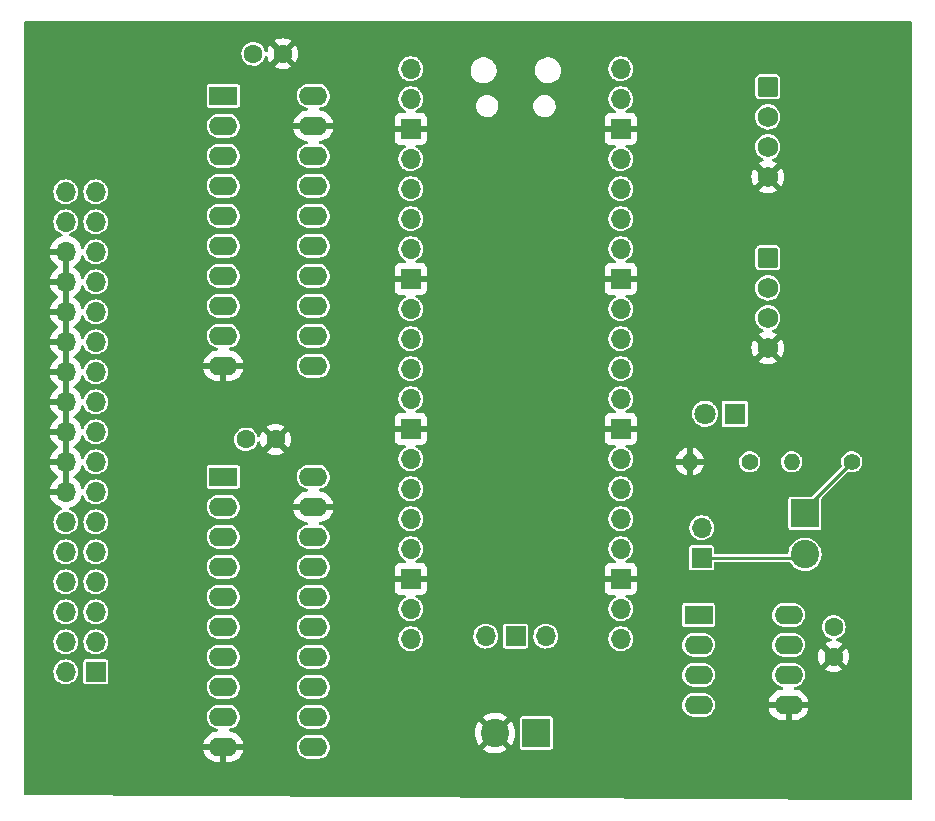
<source format=gbr>
%TF.GenerationSoftware,KiCad,Pcbnew,(5.99.0-13096-g792a8dca9d)*%
%TF.CreationDate,2021-11-07T07:43:55+01:00*%
%TF.ProjectId,wpcpowermon,77706370-6f77-4657-926d-6f6e2e6b6963,rev?*%
%TF.SameCoordinates,Original*%
%TF.FileFunction,Copper,L2,Bot*%
%TF.FilePolarity,Positive*%
%FSLAX46Y46*%
G04 Gerber Fmt 4.6, Leading zero omitted, Abs format (unit mm)*
G04 Created by KiCad (PCBNEW (5.99.0-13096-g792a8dca9d)) date 2021-11-07 07:43:55*
%MOMM*%
%LPD*%
G01*
G04 APERTURE LIST*
G04 Aperture macros list*
%AMRoundRect*
0 Rectangle with rounded corners*
0 $1 Rounding radius*
0 $2 $3 $4 $5 $6 $7 $8 $9 X,Y pos of 4 corners*
0 Add a 4 corners polygon primitive as box body*
4,1,4,$2,$3,$4,$5,$6,$7,$8,$9,$2,$3,0*
0 Add four circle primitives for the rounded corners*
1,1,$1+$1,$2,$3*
1,1,$1+$1,$4,$5*
1,1,$1+$1,$6,$7*
1,1,$1+$1,$8,$9*
0 Add four rect primitives between the rounded corners*
20,1,$1+$1,$2,$3,$4,$5,0*
20,1,$1+$1,$4,$5,$6,$7,0*
20,1,$1+$1,$6,$7,$8,$9,0*
20,1,$1+$1,$8,$9,$2,$3,0*%
G04 Aperture macros list end*
%TA.AperFunction,ComponentPad*%
%ADD10R,2.400000X2.400000*%
%TD*%
%TA.AperFunction,ComponentPad*%
%ADD11C,2.400000*%
%TD*%
%TA.AperFunction,ComponentPad*%
%ADD12R,2.400000X1.600000*%
%TD*%
%TA.AperFunction,ComponentPad*%
%ADD13O,2.400000X1.600000*%
%TD*%
%TA.AperFunction,ComponentPad*%
%ADD14C,1.600000*%
%TD*%
%TA.AperFunction,ComponentPad*%
%ADD15R,1.700000X1.700000*%
%TD*%
%TA.AperFunction,ComponentPad*%
%ADD16O,1.700000X1.700000*%
%TD*%
%TA.AperFunction,ComponentPad*%
%ADD17C,1.400000*%
%TD*%
%TA.AperFunction,ComponentPad*%
%ADD18O,1.400000X1.400000*%
%TD*%
%TA.AperFunction,ComponentPad*%
%ADD19R,1.800000X1.800000*%
%TD*%
%TA.AperFunction,ComponentPad*%
%ADD20C,1.800000*%
%TD*%
%TA.AperFunction,ComponentPad*%
%ADD21RoundRect,0.250000X-0.620000X0.620000X-0.620000X-0.620000X0.620000X-0.620000X0.620000X0.620000X0*%
%TD*%
%TA.AperFunction,ComponentPad*%
%ADD22C,1.740000*%
%TD*%
%TA.AperFunction,Conductor*%
%ADD23C,0.250000*%
%TD*%
G04 APERTURE END LIST*
D10*
%TO.P,J4,1,Pin_1*%
%TO.N,+5V*%
X123670000Y-122020000D03*
D11*
%TO.P,J4,2,Pin_2*%
%TO.N,GND*%
X120170000Y-122020000D03*
%TD*%
D12*
%TO.P,U6,1,RO*%
%TO.N,Net-(U5-Pad22)*%
X137399000Y-112024000D03*
D13*
%TO.P,U6,2,~{RE}*%
%TO.N,Net-(U5-Pad24)*%
X137399000Y-114564000D03*
%TO.P,U6,3,DE*%
X137399000Y-117104000D03*
%TO.P,U6,4,DI*%
%TO.N,Net-(U5-Pad21)*%
X137399000Y-119644000D03*
%TO.P,U6,5,GND*%
%TO.N,GND*%
X145019000Y-119644000D03*
%TO.P,U6,6,A*%
%TO.N,Net-(J1-Pad1)*%
X145019000Y-117104000D03*
%TO.P,U6,7,B*%
%TO.N,Net-(J1-Pad2)*%
X145019000Y-114564000D03*
%TO.P,U6,8,VCC*%
%TO.N,+5V*%
X145019000Y-112024000D03*
%TD*%
D14*
%TO.P,C3,1*%
%TO.N,+5V*%
X148844000Y-113050000D03*
%TO.P,C3,2*%
%TO.N,GND*%
X148844000Y-115550000D03*
%TD*%
D15*
%TO.P,JP1,1,1*%
%TO.N,Net-(J1-Pad2)*%
X137668000Y-107188000D03*
D16*
%TO.P,JP1,2,2*%
%TO.N,Net-(JP1-Pad2)*%
X137668000Y-104648000D03*
%TD*%
D12*
%TO.P,U3,1,A->B*%
%TO.N,+3V3*%
X97155000Y-100330000D03*
D13*
%TO.P,U3,2,A0*%
%TO.N,Net-(J1001-Pad13)*%
X97155000Y-102870000D03*
%TO.P,U3,3,A1*%
%TO.N,Net-(J1001-Pad12)*%
X97155000Y-105410000D03*
%TO.P,U3,4,A2*%
%TO.N,Net-(J1001-Pad11)*%
X97155000Y-107950000D03*
%TO.P,U3,5,A3*%
%TO.N,Net-(J1001-Pad10)*%
X97155000Y-110490000D03*
%TO.P,U3,6,A4*%
%TO.N,Net-(J1001-Pad9)*%
X97155000Y-113030000D03*
%TO.P,U3,7,A5*%
%TO.N,Net-(J1001-Pad8)*%
X97155000Y-115570000D03*
%TO.P,U3,8,A6*%
%TO.N,Net-(J1001-Pad7)*%
X97155000Y-118110000D03*
%TO.P,U3,9,A7*%
%TO.N,Net-(J1001-Pad34)*%
X97155000Y-120650000D03*
%TO.P,U3,10,GND*%
%TO.N,GND*%
X97155000Y-123190000D03*
%TO.P,U3,11,B7*%
%TO.N,/{slash}ZEROCROSS*%
X104775000Y-123190000D03*
%TO.P,U3,12,B6*%
%TO.N,/{slash}LAMP ROW*%
X104775000Y-120650000D03*
%TO.P,U3,13,B5*%
%TO.N,/{slash}LAMP COL*%
X104775000Y-118110000D03*
%TO.P,U3,14,B4*%
%TO.N,/{slash}SOL2*%
X104775000Y-115570000D03*
%TO.P,U3,15,B3*%
%TO.N,/{slash}SOL4*%
X104775000Y-113030000D03*
%TO.P,U3,16,B2*%
%TO.N,/{slash}SOL3*%
X104775000Y-110490000D03*
%TO.P,U3,17,B1*%
%TO.N,/{slash}SOL1*%
X104775000Y-107950000D03*
%TO.P,U3,18,B0*%
%TO.N,/{slash}TRIACS*%
X104775000Y-105410000D03*
%TO.P,U3,19,CE*%
%TO.N,GND*%
X104775000Y-102870000D03*
%TO.P,U3,20,VCC*%
%TO.N,+3V3*%
X104775000Y-100330000D03*
%TD*%
D14*
%TO.P,C1,1*%
%TO.N,+3V3*%
X99695000Y-64516000D03*
%TO.P,C1,2*%
%TO.N,GND*%
X102195000Y-64516000D03*
%TD*%
D12*
%TO.P,U4,1,A->B*%
%TO.N,+3V3*%
X97155000Y-68072000D03*
D13*
%TO.P,U4,2,A0*%
%TO.N,Net-(J1001-Pad29)*%
X97155000Y-70612000D03*
%TO.P,U4,3,A1*%
%TO.N,Net-(J1001-Pad27)*%
X97155000Y-73152000D03*
%TO.P,U4,4,A2*%
%TO.N,Net-(J1001-Pad25)*%
X97155000Y-75692000D03*
%TO.P,U4,5,A3*%
%TO.N,Net-(J1001-Pad23)*%
X97155000Y-78232000D03*
%TO.P,U4,6,A4*%
%TO.N,Net-(J1001-Pad21)*%
X97155000Y-80772000D03*
%TO.P,U4,7,A5*%
%TO.N,Net-(J1001-Pad19)*%
X97155000Y-83312000D03*
%TO.P,U4,8,A6*%
%TO.N,Net-(J1001-Pad17)*%
X97155000Y-85852000D03*
%TO.P,U4,9,A7*%
%TO.N,Net-(J1001-Pad15)*%
X97155000Y-88392000D03*
%TO.P,U4,10,GND*%
%TO.N,GND*%
X97155000Y-90932000D03*
%TO.P,U4,11,B7*%
%TO.N,/D7*%
X104775000Y-90932000D03*
%TO.P,U4,12,B6*%
%TO.N,/D6*%
X104775000Y-88392000D03*
%TO.P,U4,13,B5*%
%TO.N,/D5*%
X104775000Y-85852000D03*
%TO.P,U4,14,B4*%
%TO.N,/D4*%
X104775000Y-83312000D03*
%TO.P,U4,15,B3*%
%TO.N,/D3*%
X104775000Y-80772000D03*
%TO.P,U4,16,B2*%
%TO.N,/D2*%
X104775000Y-78232000D03*
%TO.P,U4,17,B1*%
%TO.N,/D1*%
X104775000Y-75692000D03*
%TO.P,U4,18,B0*%
%TO.N,/D0*%
X104775000Y-73152000D03*
%TO.P,U4,19,CE*%
%TO.N,GND*%
X104775000Y-70612000D03*
%TO.P,U4,20,VCC*%
%TO.N,+3V3*%
X104775000Y-68072000D03*
%TD*%
D15*
%TO.P,J1001,1,Pin_1*%
%TO.N,unconnected-(J1001-Pad1)*%
X86365000Y-116845000D03*
D16*
%TO.P,J1001,2,Pin_2*%
%TO.N,unconnected-(J1001-Pad2)*%
X83825000Y-116845000D03*
%TO.P,J1001,3,Pin_3*%
%TO.N,unconnected-(J1001-Pad3)*%
X86365000Y-114305000D03*
%TO.P,J1001,4,Pin_4*%
%TO.N,unconnected-(J1001-Pad4)*%
X83825000Y-114305000D03*
%TO.P,J1001,5,Pin_5*%
%TO.N,unconnected-(J1001-Pad5)*%
X86365000Y-111765000D03*
%TO.P,J1001,6,Pin_6*%
%TO.N,unconnected-(J1001-Pad6)*%
X83825000Y-111765000D03*
%TO.P,J1001,7,Pin_7*%
%TO.N,Net-(J1001-Pad7)*%
X86365000Y-109225000D03*
%TO.P,J1001,8,Pin_8*%
%TO.N,Net-(J1001-Pad8)*%
X83825000Y-109225000D03*
%TO.P,J1001,9,Pin_9*%
%TO.N,Net-(J1001-Pad9)*%
X86365000Y-106685000D03*
%TO.P,J1001,10,Pin_10*%
%TO.N,Net-(J1001-Pad10)*%
X83825000Y-106685000D03*
%TO.P,J1001,11,Pin_11*%
%TO.N,Net-(J1001-Pad11)*%
X86365000Y-104145000D03*
%TO.P,J1001,12,Pin_12*%
%TO.N,Net-(J1001-Pad12)*%
X83825000Y-104145000D03*
%TO.P,J1001,13,Pin_13*%
%TO.N,Net-(J1001-Pad13)*%
X86365000Y-101605000D03*
%TO.P,J1001,14,Pin_14*%
%TO.N,GND*%
X83825000Y-101605000D03*
%TO.P,J1001,15,Pin_15*%
%TO.N,Net-(J1001-Pad15)*%
X86365000Y-99065000D03*
%TO.P,J1001,16,Pin_16*%
%TO.N,GND*%
X83825000Y-99065000D03*
%TO.P,J1001,17,Pin_17*%
%TO.N,Net-(J1001-Pad17)*%
X86365000Y-96525000D03*
%TO.P,J1001,18,Pin_18*%
%TO.N,GND*%
X83825000Y-96525000D03*
%TO.P,J1001,19,Pin_19*%
%TO.N,Net-(J1001-Pad19)*%
X86365000Y-93985000D03*
%TO.P,J1001,20,Pin_20*%
%TO.N,GND*%
X83825000Y-93985000D03*
%TO.P,J1001,21,Pin_21*%
%TO.N,Net-(J1001-Pad21)*%
X86365000Y-91445000D03*
%TO.P,J1001,22,Pin_22*%
%TO.N,GND*%
X83825000Y-91445000D03*
%TO.P,J1001,23,Pin_23*%
%TO.N,Net-(J1001-Pad23)*%
X86365000Y-88905000D03*
%TO.P,J1001,24,Pin_24*%
%TO.N,GND*%
X83825000Y-88905000D03*
%TO.P,J1001,25,Pin_25*%
%TO.N,Net-(J1001-Pad25)*%
X86365000Y-86365000D03*
%TO.P,J1001,26,Pin_26*%
%TO.N,GND*%
X83825000Y-86365000D03*
%TO.P,J1001,27,Pin_27*%
%TO.N,Net-(J1001-Pad27)*%
X86365000Y-83825000D03*
%TO.P,J1001,28,Pin_28*%
%TO.N,GND*%
X83825000Y-83825000D03*
%TO.P,J1001,29,Pin_29*%
%TO.N,Net-(J1001-Pad29)*%
X86365000Y-81285000D03*
%TO.P,J1001,30,Pin_30*%
%TO.N,GND*%
X83825000Y-81285000D03*
%TO.P,J1001,31,Pin_31*%
%TO.N,unconnected-(J1001-Pad31)*%
X86365000Y-78745000D03*
%TO.P,J1001,32,Pin_32*%
%TO.N,unconnected-(J1001-Pad32)*%
X83825000Y-78745000D03*
%TO.P,J1001,33,Pin_33*%
%TO.N,unconnected-(J1001-Pad33)*%
X86365000Y-76205000D03*
%TO.P,J1001,34,Pin_34*%
%TO.N,Net-(J1001-Pad34)*%
X83825000Y-76205000D03*
%TD*%
D14*
%TO.P,C2,1*%
%TO.N,+3V3*%
X99080000Y-97155000D03*
%TO.P,C2,2*%
%TO.N,GND*%
X101580000Y-97155000D03*
%TD*%
D17*
%TO.P,R1,1*%
%TO.N,Net-(J1-Pad1)*%
X150368000Y-99060000D03*
D18*
%TO.P,R1,2*%
%TO.N,Net-(JP1-Pad2)*%
X145288000Y-99060000D03*
%TD*%
D10*
%TO.P,J1,1,Pin_1*%
%TO.N,Net-(J1-Pad1)*%
X146404000Y-103406000D03*
D11*
%TO.P,J1,2,Pin_2*%
%TO.N,Net-(J1-Pad2)*%
X146404000Y-106906000D03*
%TD*%
D19*
%TO.P,D1,1,K*%
%TO.N,Net-(D1-Pad1)*%
X140467000Y-94996000D03*
D20*
%TO.P,D1,2,A*%
%TO.N,Net-(U5-Pad25)*%
X137927000Y-94996000D03*
%TD*%
D21*
%TO.P,J3,1,Pin_1*%
%TO.N,+5V*%
X143256000Y-81788000D03*
D22*
%TO.P,J3,2,Pin_2*%
%TO.N,Net-(U5-Pad27)*%
X143256000Y-84328000D03*
%TO.P,J3,3,Pin_3*%
%TO.N,Net-(U5-Pad26)*%
X143256000Y-86868000D03*
%TO.P,J3,4,Pin_4*%
%TO.N,GND*%
X143256000Y-89408000D03*
%TD*%
D21*
%TO.P,J2,1,Pin_1*%
%TO.N,+5V*%
X143256000Y-67310000D03*
D22*
%TO.P,J2,2,Pin_2*%
%TO.N,Net-(U5-Pad34)*%
X143256000Y-69850000D03*
%TO.P,J2,3,Pin_3*%
%TO.N,Net-(U5-Pad32)*%
X143256000Y-72390000D03*
%TO.P,J2,4,Pin_4*%
%TO.N,GND*%
X143256000Y-74930000D03*
%TD*%
D16*
%TO.P,U5,1,GPIO0*%
%TO.N,/D0*%
X113030000Y-65786000D03*
%TO.P,U5,2,GPIO1*%
%TO.N,/D1*%
X113030000Y-68326000D03*
D15*
%TO.P,U5,3,GND*%
%TO.N,GND*%
X113030000Y-70866000D03*
D16*
%TO.P,U5,4,GPIO2*%
%TO.N,/D2*%
X113030000Y-73406000D03*
%TO.P,U5,5,GPIO3*%
%TO.N,/D3*%
X113030000Y-75946000D03*
%TO.P,U5,6,GPIO4*%
%TO.N,/D4*%
X113030000Y-78486000D03*
%TO.P,U5,7,GPIO5*%
%TO.N,/D5*%
X113030000Y-81026000D03*
D15*
%TO.P,U5,8,GND*%
%TO.N,GND*%
X113030000Y-83566000D03*
D16*
%TO.P,U5,9,GPIO6*%
%TO.N,/D6*%
X113030000Y-86106000D03*
%TO.P,U5,10,GPIO7*%
%TO.N,/D7*%
X113030000Y-88646000D03*
%TO.P,U5,11,GPIO8*%
%TO.N,/{slash}TRIACS*%
X113030000Y-91186000D03*
%TO.P,U5,12,GPIO9*%
%TO.N,/{slash}SOL1*%
X113030000Y-93726000D03*
D15*
%TO.P,U5,13,GND*%
%TO.N,GND*%
X113030000Y-96266000D03*
D16*
%TO.P,U5,14,GPIO10*%
%TO.N,/{slash}SOL3*%
X113030000Y-98806000D03*
%TO.P,U5,15,GPIO11*%
%TO.N,/{slash}SOL4*%
X113030000Y-101346000D03*
%TO.P,U5,16,GPIO12*%
%TO.N,/{slash}SOL2*%
X113030000Y-103886000D03*
%TO.P,U5,17,GPIO13*%
%TO.N,/{slash}LAMP COL*%
X113030000Y-106426000D03*
D15*
%TO.P,U5,18,GND*%
%TO.N,GND*%
X113030000Y-108966000D03*
D16*
%TO.P,U5,19,GPIO14*%
%TO.N,/{slash}LAMP ROW*%
X113030000Y-111506000D03*
%TO.P,U5,20,GPIO15*%
%TO.N,/{slash}ZEROCROSS*%
X113030000Y-114046000D03*
%TO.P,U5,21,GPIO16*%
%TO.N,Net-(U5-Pad21)*%
X130810000Y-114046000D03*
%TO.P,U5,22,GPIO17*%
%TO.N,Net-(U5-Pad22)*%
X130810000Y-111506000D03*
D15*
%TO.P,U5,23,GND*%
%TO.N,GND*%
X130810000Y-108966000D03*
D16*
%TO.P,U5,24,GPIO18*%
%TO.N,Net-(U5-Pad24)*%
X130810000Y-106426000D03*
%TO.P,U5,25,GPIO19*%
%TO.N,Net-(U5-Pad25)*%
X130810000Y-103886000D03*
%TO.P,U5,26,GPIO20*%
%TO.N,Net-(U5-Pad26)*%
X130810000Y-101346000D03*
%TO.P,U5,27,GPIO21*%
%TO.N,Net-(U5-Pad27)*%
X130810000Y-98806000D03*
D15*
%TO.P,U5,28,GND*%
%TO.N,GND*%
X130810000Y-96266000D03*
D16*
%TO.P,U5,29,GPIO22*%
%TO.N,unconnected-(U5-Pad29)*%
X130810000Y-93726000D03*
%TO.P,U5,30,RUN*%
%TO.N,unconnected-(U5-Pad30)*%
X130810000Y-91186000D03*
%TO.P,U5,31,GPIO26_ADC0*%
%TO.N,unconnected-(U5-Pad31)*%
X130810000Y-88646000D03*
%TO.P,U5,32,GPIO27_ADC1*%
%TO.N,Net-(U5-Pad32)*%
X130810000Y-86106000D03*
D15*
%TO.P,U5,33,AGND*%
%TO.N,GND*%
X130810000Y-83566000D03*
D16*
%TO.P,U5,34,GPIO28_ADC2*%
%TO.N,Net-(U5-Pad34)*%
X130810000Y-81026000D03*
%TO.P,U5,35,ADC_VREF*%
%TO.N,unconnected-(U5-Pad35)*%
X130810000Y-78486000D03*
%TO.P,U5,36,3V3*%
%TO.N,+3V3*%
X130810000Y-75946000D03*
%TO.P,U5,37,3V3_EN*%
%TO.N,unconnected-(U5-Pad37)*%
X130810000Y-73406000D03*
D15*
%TO.P,U5,38,GND*%
%TO.N,GND*%
X130810000Y-70866000D03*
D16*
%TO.P,U5,39,VSYS*%
%TO.N,+5V*%
X130810000Y-68326000D03*
%TO.P,U5,40,VBUS*%
%TO.N,unconnected-(U5-Pad40)*%
X130810000Y-65786000D03*
%TO.P,U5,41,SWCLK*%
%TO.N,unconnected-(U5-Pad41)*%
X119380000Y-113816000D03*
D15*
%TO.P,U5,42,GND*%
%TO.N,unconnected-(U5-Pad42)*%
X121920000Y-113816000D03*
D16*
%TO.P,U5,43,SWDIO*%
%TO.N,unconnected-(U5-Pad43)*%
X124460000Y-113816000D03*
%TD*%
D17*
%TO.P,R2,1*%
%TO.N,Net-(D1-Pad1)*%
X141732000Y-99060000D03*
D18*
%TO.P,R2,2*%
%TO.N,GND*%
X136652000Y-99060000D03*
%TD*%
D23*
%TO.N,Net-(J1-Pad1)*%
X146404000Y-103024000D02*
X150368000Y-99060000D01*
%TO.N,Net-(J1-Pad2)*%
X137668000Y-107188000D02*
X146122000Y-107188000D01*
%TD*%
%TA.AperFunction,Conductor*%
%TO.N,GND*%
G36*
X155389621Y-61743445D02*
G01*
X155436114Y-61797101D01*
X155447500Y-61849443D01*
X155447500Y-127564155D01*
X155427498Y-127632276D01*
X155373842Y-127678769D01*
X155320780Y-127690153D01*
X151896642Y-127670587D01*
X110337599Y-127433106D01*
X80389779Y-127261976D01*
X80321775Y-127241585D01*
X80275589Y-127187665D01*
X80264500Y-127135978D01*
X80264500Y-123456522D01*
X95472273Y-123456522D01*
X95519764Y-123633761D01*
X95523510Y-123644053D01*
X95615586Y-123841511D01*
X95621069Y-123851007D01*
X95746028Y-124029467D01*
X95753084Y-124037875D01*
X95907125Y-124191916D01*
X95915533Y-124198972D01*
X96093993Y-124323931D01*
X96103489Y-124329414D01*
X96300947Y-124421490D01*
X96311239Y-124425236D01*
X96521688Y-124481625D01*
X96532481Y-124483528D01*
X96695170Y-124497762D01*
X96700635Y-124498000D01*
X96882885Y-124498000D01*
X96898124Y-124493525D01*
X96899329Y-124492135D01*
X96901000Y-124484452D01*
X96901000Y-124479885D01*
X97409000Y-124479885D01*
X97413475Y-124495124D01*
X97414865Y-124496329D01*
X97422548Y-124498000D01*
X97609365Y-124498000D01*
X97614830Y-124497762D01*
X97777519Y-124483528D01*
X97788312Y-124481625D01*
X97998761Y-124425236D01*
X98009053Y-124421490D01*
X98206511Y-124329414D01*
X98216007Y-124323931D01*
X98394467Y-124198972D01*
X98402875Y-124191916D01*
X98556916Y-124037875D01*
X98563972Y-124029467D01*
X98688931Y-123851007D01*
X98694414Y-123841511D01*
X98786490Y-123644053D01*
X98790236Y-123633761D01*
X98836394Y-123461497D01*
X98836058Y-123447401D01*
X98828116Y-123444000D01*
X97427115Y-123444000D01*
X97411876Y-123448475D01*
X97410671Y-123449865D01*
X97409000Y-123457548D01*
X97409000Y-124479885D01*
X96901000Y-124479885D01*
X96901000Y-123462115D01*
X96896525Y-123446876D01*
X96895135Y-123445671D01*
X96887452Y-123444000D01*
X95487033Y-123444000D01*
X95473502Y-123447973D01*
X95472273Y-123456522D01*
X80264500Y-123456522D01*
X80264500Y-123239126D01*
X103370541Y-123239126D01*
X103400935Y-123440097D01*
X103471119Y-123630852D01*
X103474479Y-123636272D01*
X103474480Y-123636273D01*
X103574863Y-123798176D01*
X103574866Y-123798180D01*
X103578226Y-123803599D01*
X103582612Y-123808237D01*
X103623058Y-123851007D01*
X103717881Y-123951280D01*
X103884379Y-124067863D01*
X104070919Y-124148586D01*
X104116947Y-124158202D01*
X104265144Y-124189162D01*
X104265149Y-124189163D01*
X104269880Y-124190151D01*
X104274762Y-124190407D01*
X104274871Y-124190413D01*
X104274887Y-124190413D01*
X104276539Y-124190500D01*
X105225800Y-124190500D01*
X105273793Y-124185625D01*
X105370868Y-124175765D01*
X105370870Y-124175765D01*
X105377216Y-124175120D01*
X105571172Y-124114338D01*
X105748944Y-124015797D01*
X105903271Y-123883523D01*
X106027848Y-123722919D01*
X106117587Y-123540545D01*
X106119197Y-123534365D01*
X106155927Y-123393359D01*
X119161386Y-123393359D01*
X119170099Y-123404879D01*
X119258586Y-123469760D01*
X119266505Y-123474708D01*
X119482877Y-123588547D01*
X119491451Y-123592275D01*
X119722282Y-123672885D01*
X119731291Y-123675299D01*
X119971518Y-123720908D01*
X119980775Y-123721962D01*
X120225107Y-123731563D01*
X120234420Y-123731237D01*
X120477478Y-123704618D01*
X120486655Y-123702917D01*
X120723107Y-123640665D01*
X120731926Y-123637628D01*
X120956584Y-123541107D01*
X120964856Y-123536800D01*
X121172777Y-123408135D01*
X121174620Y-123406796D01*
X121182038Y-123395541D01*
X121175974Y-123385184D01*
X121030538Y-123239748D01*
X122269500Y-123239748D01*
X122281133Y-123298231D01*
X122325448Y-123364552D01*
X122391769Y-123408867D01*
X122403938Y-123411288D01*
X122403939Y-123411288D01*
X122444184Y-123419293D01*
X122450252Y-123420500D01*
X124889748Y-123420500D01*
X124895816Y-123419293D01*
X124936061Y-123411288D01*
X124936062Y-123411288D01*
X124948231Y-123408867D01*
X125014552Y-123364552D01*
X125058867Y-123298231D01*
X125070500Y-123239748D01*
X125070500Y-120800252D01*
X125058867Y-120741769D01*
X125014552Y-120675448D01*
X124967752Y-120644177D01*
X124958547Y-120638026D01*
X124948231Y-120631133D01*
X124936062Y-120628712D01*
X124936061Y-120628712D01*
X124895816Y-120620707D01*
X124889748Y-120619500D01*
X122450252Y-120619500D01*
X122444184Y-120620707D01*
X122403939Y-120628712D01*
X122403938Y-120628712D01*
X122391769Y-120631133D01*
X122381453Y-120638026D01*
X122372248Y-120644177D01*
X122325448Y-120675448D01*
X122281133Y-120741769D01*
X122269500Y-120800252D01*
X122269500Y-123239748D01*
X121030538Y-123239748D01*
X120182812Y-122392022D01*
X120168868Y-122384408D01*
X120167035Y-122384539D01*
X120160420Y-122388790D01*
X119168044Y-123381166D01*
X119161386Y-123393359D01*
X106155927Y-123393359D01*
X106167212Y-123350034D01*
X106167212Y-123350031D01*
X106168822Y-123343852D01*
X106179459Y-123140874D01*
X106149065Y-122939903D01*
X106078881Y-122749148D01*
X106061291Y-122720778D01*
X105975137Y-122581824D01*
X105975134Y-122581820D01*
X105971774Y-122576401D01*
X105935922Y-122538489D01*
X105836508Y-122433361D01*
X105836507Y-122433360D01*
X105832119Y-122428720D01*
X105665621Y-122312137D01*
X105479081Y-122231414D01*
X105433053Y-122221798D01*
X105284856Y-122190838D01*
X105284851Y-122190837D01*
X105280120Y-122189849D01*
X105275238Y-122189593D01*
X105275129Y-122189587D01*
X105275113Y-122189587D01*
X105273461Y-122189500D01*
X104324200Y-122189500D01*
X104276207Y-122194375D01*
X104179132Y-122204235D01*
X104179130Y-122204235D01*
X104172784Y-122204880D01*
X103978828Y-122265662D01*
X103801056Y-122364203D01*
X103646729Y-122496477D01*
X103522152Y-122657081D01*
X103432413Y-122839455D01*
X103430804Y-122845633D01*
X103430803Y-122845635D01*
X103385316Y-123020263D01*
X103381178Y-123036148D01*
X103370541Y-123239126D01*
X80264500Y-123239126D01*
X80264500Y-122918503D01*
X95473606Y-122918503D01*
X95473942Y-122932599D01*
X95481884Y-122936000D01*
X98822967Y-122936000D01*
X98836498Y-122932027D01*
X98837727Y-122923478D01*
X98790236Y-122746239D01*
X98786490Y-122735947D01*
X98694414Y-122538489D01*
X98688931Y-122528993D01*
X98563972Y-122350533D01*
X98556916Y-122342125D01*
X98402875Y-122188084D01*
X98394467Y-122181028D01*
X98216007Y-122056069D01*
X98206511Y-122050586D01*
X98054785Y-121979835D01*
X118458022Y-121979835D01*
X118469754Y-122224064D01*
X118470891Y-122233324D01*
X118518593Y-122473143D01*
X118521082Y-122482118D01*
X118603708Y-122712250D01*
X118607505Y-122720778D01*
X118723234Y-122936160D01*
X118728245Y-122944027D01*
X118785173Y-123020263D01*
X118796431Y-123028712D01*
X118808850Y-123021940D01*
X119797978Y-122032812D01*
X119804356Y-122021132D01*
X120534408Y-122021132D01*
X120534539Y-122022965D01*
X120538790Y-122029580D01*
X121533732Y-123024522D01*
X121546112Y-123031282D01*
X121554453Y-123025038D01*
X121672700Y-122841202D01*
X121677147Y-122833011D01*
X121777572Y-122610076D01*
X121780767Y-122601298D01*
X121847135Y-122365973D01*
X121848993Y-122356844D01*
X121880044Y-122112770D01*
X121880525Y-122106483D01*
X121882706Y-122023160D01*
X121882555Y-122016851D01*
X121864321Y-121771486D01*
X121862944Y-121762280D01*
X121808979Y-121523786D01*
X121806255Y-121514875D01*
X121717633Y-121286983D01*
X121713619Y-121278567D01*
X121592284Y-121066276D01*
X121587074Y-121058553D01*
X121555787Y-121018865D01*
X121543863Y-121010395D01*
X121532328Y-121016882D01*
X120542022Y-122007188D01*
X120534408Y-122021132D01*
X119804356Y-122021132D01*
X119805592Y-122018868D01*
X119805461Y-122017035D01*
X119801210Y-122010420D01*
X118806828Y-121016038D01*
X118793520Y-121008771D01*
X118783481Y-121015893D01*
X118778581Y-121021784D01*
X118773168Y-121029373D01*
X118646322Y-121238409D01*
X118642084Y-121246726D01*
X118547529Y-121472214D01*
X118544572Y-121481052D01*
X118484384Y-121718042D01*
X118482763Y-121727232D01*
X118458267Y-121970510D01*
X118458022Y-121979835D01*
X98054785Y-121979835D01*
X98009053Y-121958510D01*
X97998761Y-121954764D01*
X97788312Y-121898375D01*
X97777520Y-121896472D01*
X97712143Y-121890752D01*
X97646025Y-121864888D01*
X97604386Y-121807385D01*
X97600445Y-121736498D01*
X97635454Y-121674733D01*
X97698299Y-121641701D01*
X97710390Y-121639876D01*
X97725558Y-121638336D01*
X97750868Y-121635765D01*
X97750870Y-121635765D01*
X97757216Y-121635120D01*
X97951172Y-121574338D01*
X98128944Y-121475797D01*
X98283271Y-121343523D01*
X98407848Y-121182919D01*
X98497587Y-121000545D01*
X98510294Y-120951762D01*
X98547212Y-120810034D01*
X98547212Y-120810031D01*
X98548822Y-120803852D01*
X98554310Y-120699126D01*
X103370541Y-120699126D01*
X103400935Y-120900097D01*
X103471119Y-121090852D01*
X103474479Y-121096272D01*
X103474480Y-121096273D01*
X103574863Y-121258176D01*
X103574866Y-121258180D01*
X103578226Y-121263599D01*
X103717881Y-121411280D01*
X103884379Y-121527863D01*
X104070919Y-121608586D01*
X104116947Y-121618202D01*
X104265144Y-121649162D01*
X104265149Y-121649163D01*
X104269880Y-121650151D01*
X104274762Y-121650407D01*
X104274871Y-121650413D01*
X104274887Y-121650413D01*
X104276539Y-121650500D01*
X105225800Y-121650500D01*
X105273793Y-121645625D01*
X105370868Y-121635765D01*
X105370870Y-121635765D01*
X105377216Y-121635120D01*
X105571172Y-121574338D01*
X105748944Y-121475797D01*
X105903271Y-121343523D01*
X106027848Y-121182919D01*
X106117587Y-121000545D01*
X106130294Y-120951762D01*
X106167212Y-120810034D01*
X106167212Y-120810031D01*
X106168822Y-120803852D01*
X106177151Y-120644917D01*
X119159330Y-120644917D01*
X119163903Y-120654693D01*
X120157188Y-121647978D01*
X120171132Y-121655592D01*
X120172965Y-121655461D01*
X120179580Y-121651210D01*
X121172488Y-120658302D01*
X121178872Y-120646612D01*
X121169460Y-120634502D01*
X121043144Y-120546873D01*
X121035116Y-120542145D01*
X120815810Y-120433995D01*
X120807177Y-120430507D01*
X120574288Y-120355958D01*
X120565238Y-120353785D01*
X120323891Y-120314480D01*
X120314602Y-120313668D01*
X120070114Y-120310467D01*
X120060803Y-120311037D01*
X119818522Y-120344010D01*
X119809403Y-120345948D01*
X119574668Y-120414367D01*
X119565915Y-120417639D01*
X119343869Y-120520004D01*
X119335714Y-120524524D01*
X119168468Y-120634175D01*
X119159330Y-120644917D01*
X106177151Y-120644917D01*
X106177173Y-120644500D01*
X106179125Y-120607256D01*
X106179125Y-120607252D01*
X106179459Y-120600874D01*
X106149065Y-120399903D01*
X106078881Y-120209148D01*
X106062023Y-120181958D01*
X105975137Y-120041824D01*
X105975134Y-120041820D01*
X105971774Y-120036401D01*
X105939437Y-120002206D01*
X105836508Y-119893361D01*
X105836507Y-119893360D01*
X105832119Y-119888720D01*
X105665621Y-119772137D01*
X105483037Y-119693126D01*
X135994541Y-119693126D01*
X136024935Y-119894097D01*
X136095119Y-120084852D01*
X136098479Y-120090272D01*
X136098480Y-120090273D01*
X136198863Y-120252176D01*
X136198866Y-120252180D01*
X136202226Y-120257599D01*
X136206612Y-120262237D01*
X136293185Y-120353785D01*
X136341881Y-120405280D01*
X136508379Y-120521863D01*
X136694919Y-120602586D01*
X136717273Y-120607256D01*
X136889144Y-120643162D01*
X136889149Y-120643163D01*
X136893880Y-120644151D01*
X136898762Y-120644407D01*
X136898871Y-120644413D01*
X136898887Y-120644413D01*
X136900539Y-120644500D01*
X137849800Y-120644500D01*
X137897793Y-120639625D01*
X137994868Y-120629765D01*
X137994870Y-120629765D01*
X138001216Y-120629120D01*
X138195172Y-120568338D01*
X138372944Y-120469797D01*
X138527271Y-120337523D01*
X138651848Y-120176919D01*
X138741587Y-119994545D01*
X138743197Y-119988365D01*
X138763474Y-119910522D01*
X143336273Y-119910522D01*
X143383764Y-120087761D01*
X143387510Y-120098053D01*
X143479586Y-120295511D01*
X143485069Y-120305007D01*
X143610028Y-120483467D01*
X143617084Y-120491875D01*
X143771125Y-120645916D01*
X143779533Y-120652972D01*
X143957993Y-120777931D01*
X143967489Y-120783414D01*
X144164947Y-120875490D01*
X144175239Y-120879236D01*
X144385688Y-120935625D01*
X144396481Y-120937528D01*
X144559170Y-120951762D01*
X144564635Y-120952000D01*
X144746885Y-120952000D01*
X144762124Y-120947525D01*
X144763329Y-120946135D01*
X144765000Y-120938452D01*
X144765000Y-120933885D01*
X145273000Y-120933885D01*
X145277475Y-120949124D01*
X145278865Y-120950329D01*
X145286548Y-120952000D01*
X145473365Y-120952000D01*
X145478830Y-120951762D01*
X145641519Y-120937528D01*
X145652312Y-120935625D01*
X145862761Y-120879236D01*
X145873053Y-120875490D01*
X146070511Y-120783414D01*
X146080007Y-120777931D01*
X146258467Y-120652972D01*
X146266875Y-120645916D01*
X146420916Y-120491875D01*
X146427972Y-120483467D01*
X146552931Y-120305007D01*
X146558414Y-120295511D01*
X146650490Y-120098053D01*
X146654236Y-120087761D01*
X146700394Y-119915497D01*
X146700058Y-119901401D01*
X146692116Y-119898000D01*
X145291115Y-119898000D01*
X145275876Y-119902475D01*
X145274671Y-119903865D01*
X145273000Y-119911548D01*
X145273000Y-120933885D01*
X144765000Y-120933885D01*
X144765000Y-119916115D01*
X144760525Y-119900876D01*
X144759135Y-119899671D01*
X144751452Y-119898000D01*
X143351033Y-119898000D01*
X143337502Y-119901973D01*
X143336273Y-119910522D01*
X138763474Y-119910522D01*
X138791212Y-119804034D01*
X138791212Y-119804031D01*
X138792822Y-119797852D01*
X138798645Y-119686744D01*
X138803125Y-119601256D01*
X138803125Y-119601252D01*
X138803459Y-119594874D01*
X138773065Y-119393903D01*
X138765191Y-119372503D01*
X143337606Y-119372503D01*
X143337942Y-119386599D01*
X143345884Y-119390000D01*
X146686967Y-119390000D01*
X146700498Y-119386027D01*
X146701727Y-119377478D01*
X146654236Y-119200239D01*
X146650490Y-119189947D01*
X146558414Y-118992489D01*
X146552931Y-118982993D01*
X146427972Y-118804533D01*
X146420916Y-118796125D01*
X146266875Y-118642084D01*
X146258467Y-118635028D01*
X146080007Y-118510069D01*
X146070511Y-118504586D01*
X145873053Y-118412510D01*
X145862761Y-118408764D01*
X145652312Y-118352375D01*
X145641520Y-118350472D01*
X145576143Y-118344752D01*
X145510025Y-118318888D01*
X145468386Y-118261385D01*
X145464445Y-118190498D01*
X145499454Y-118128733D01*
X145562299Y-118095701D01*
X145574390Y-118093876D01*
X145589558Y-118092336D01*
X145614868Y-118089765D01*
X145614870Y-118089765D01*
X145621216Y-118089120D01*
X145815172Y-118028338D01*
X145992944Y-117929797D01*
X146147271Y-117797523D01*
X146192641Y-117739033D01*
X146242203Y-117675137D01*
X146271848Y-117636919D01*
X146361587Y-117454545D01*
X146370157Y-117421646D01*
X146411212Y-117264034D01*
X146411212Y-117264031D01*
X146412822Y-117257852D01*
X146418645Y-117146744D01*
X146423125Y-117061256D01*
X146423125Y-117061252D01*
X146423459Y-117054874D01*
X146393065Y-116853903D01*
X146322881Y-116663148D01*
X146306087Y-116636062D01*
X148122493Y-116636062D01*
X148131789Y-116648077D01*
X148182994Y-116683931D01*
X148192489Y-116689414D01*
X148389947Y-116781490D01*
X148400239Y-116785236D01*
X148610688Y-116841625D01*
X148621481Y-116843528D01*
X148838525Y-116862517D01*
X148849475Y-116862517D01*
X149066519Y-116843528D01*
X149077312Y-116841625D01*
X149287761Y-116785236D01*
X149298053Y-116781490D01*
X149495511Y-116689414D01*
X149505006Y-116683931D01*
X149557048Y-116647491D01*
X149565424Y-116637012D01*
X149558356Y-116623566D01*
X148856812Y-115922022D01*
X148842868Y-115914408D01*
X148841035Y-115914539D01*
X148834420Y-115918790D01*
X148128923Y-116624287D01*
X148122493Y-116636062D01*
X146306087Y-116636062D01*
X146304851Y-116634068D01*
X146219137Y-116495824D01*
X146219134Y-116495820D01*
X146215774Y-116490401D01*
X146157863Y-116429162D01*
X146080508Y-116347361D01*
X146080507Y-116347360D01*
X146076119Y-116342720D01*
X145909621Y-116226137D01*
X145723081Y-116145414D01*
X145677053Y-116135798D01*
X145528856Y-116104838D01*
X145528851Y-116104837D01*
X145524120Y-116103849D01*
X145519238Y-116103593D01*
X145519129Y-116103587D01*
X145519113Y-116103587D01*
X145517461Y-116103500D01*
X144568200Y-116103500D01*
X144543834Y-116105975D01*
X144423132Y-116118235D01*
X144423130Y-116118235D01*
X144416784Y-116118880D01*
X144222828Y-116179662D01*
X144045056Y-116278203D01*
X143890729Y-116410477D01*
X143886822Y-116415514D01*
X143886820Y-116415516D01*
X143876235Y-116429162D01*
X143766152Y-116571081D01*
X143676413Y-116753455D01*
X143674804Y-116759633D01*
X143674803Y-116759635D01*
X143644890Y-116874474D01*
X143625178Y-116950148D01*
X143624844Y-116956527D01*
X143616823Y-117109587D01*
X143614541Y-117153126D01*
X143644935Y-117354097D01*
X143715119Y-117544852D01*
X143718479Y-117550272D01*
X143718480Y-117550273D01*
X143818863Y-117712176D01*
X143818866Y-117712180D01*
X143822226Y-117717599D01*
X143826612Y-117722237D01*
X143925086Y-117826370D01*
X143961881Y-117865280D01*
X144128379Y-117981863D01*
X144314919Y-118062586D01*
X144445018Y-118089765D01*
X144475031Y-118096035D01*
X144537622Y-118129544D01*
X144572160Y-118191574D01*
X144567680Y-118262429D01*
X144525604Y-118319614D01*
X144460246Y-118344893D01*
X144396480Y-118350472D01*
X144385688Y-118352375D01*
X144175239Y-118408764D01*
X144164947Y-118412510D01*
X143967489Y-118504586D01*
X143957993Y-118510069D01*
X143779533Y-118635028D01*
X143771125Y-118642084D01*
X143617084Y-118796125D01*
X143610028Y-118804533D01*
X143485069Y-118982993D01*
X143479586Y-118992489D01*
X143387510Y-119189947D01*
X143383764Y-119200239D01*
X143337606Y-119372503D01*
X138765191Y-119372503D01*
X138702881Y-119203148D01*
X138649345Y-119116802D01*
X138599137Y-119035824D01*
X138599134Y-119035820D01*
X138595774Y-119030401D01*
X138552085Y-118984201D01*
X138460508Y-118887361D01*
X138460507Y-118887360D01*
X138456119Y-118882720D01*
X138289621Y-118766137D01*
X138103081Y-118685414D01*
X138057053Y-118675798D01*
X137908856Y-118644838D01*
X137908851Y-118644837D01*
X137904120Y-118643849D01*
X137899238Y-118643593D01*
X137899129Y-118643587D01*
X137899113Y-118643587D01*
X137897461Y-118643500D01*
X136948200Y-118643500D01*
X136904311Y-118647958D01*
X136803132Y-118658235D01*
X136803130Y-118658235D01*
X136796784Y-118658880D01*
X136602828Y-118719662D01*
X136425056Y-118818203D01*
X136270729Y-118950477D01*
X136146152Y-119111081D01*
X136056413Y-119293455D01*
X136054804Y-119299633D01*
X136054803Y-119299635D01*
X136028603Y-119400220D01*
X136005178Y-119490148D01*
X136004844Y-119496527D01*
X135996823Y-119649587D01*
X135994541Y-119693126D01*
X105483037Y-119693126D01*
X105479081Y-119691414D01*
X105433053Y-119681798D01*
X105284856Y-119650838D01*
X105284851Y-119650837D01*
X105280120Y-119649849D01*
X105275238Y-119649593D01*
X105275129Y-119649587D01*
X105275113Y-119649587D01*
X105273461Y-119649500D01*
X104324200Y-119649500D01*
X104276207Y-119654375D01*
X104179132Y-119664235D01*
X104179130Y-119664235D01*
X104172784Y-119664880D01*
X103978828Y-119725662D01*
X103801056Y-119824203D01*
X103646729Y-119956477D01*
X103522152Y-120117081D01*
X103432413Y-120299455D01*
X103430804Y-120305633D01*
X103430803Y-120305635D01*
X103387236Y-120472892D01*
X103381178Y-120496148D01*
X103379698Y-120524398D01*
X103371782Y-120675448D01*
X103370541Y-120699126D01*
X98554310Y-120699126D01*
X98557173Y-120644500D01*
X98559125Y-120607256D01*
X98559125Y-120607252D01*
X98559459Y-120600874D01*
X98529065Y-120399903D01*
X98458881Y-120209148D01*
X98442023Y-120181958D01*
X98355137Y-120041824D01*
X98355134Y-120041820D01*
X98351774Y-120036401D01*
X98319437Y-120002206D01*
X98216508Y-119893361D01*
X98216507Y-119893360D01*
X98212119Y-119888720D01*
X98045621Y-119772137D01*
X97859081Y-119691414D01*
X97813053Y-119681798D01*
X97664856Y-119650838D01*
X97664851Y-119650837D01*
X97660120Y-119649849D01*
X97655238Y-119649593D01*
X97655129Y-119649587D01*
X97655113Y-119649587D01*
X97653461Y-119649500D01*
X96704200Y-119649500D01*
X96656207Y-119654375D01*
X96559132Y-119664235D01*
X96559130Y-119664235D01*
X96552784Y-119664880D01*
X96358828Y-119725662D01*
X96181056Y-119824203D01*
X96026729Y-119956477D01*
X95902152Y-120117081D01*
X95812413Y-120299455D01*
X95810804Y-120305633D01*
X95810803Y-120305635D01*
X95767236Y-120472892D01*
X95761178Y-120496148D01*
X95759698Y-120524398D01*
X95751782Y-120675448D01*
X95750541Y-120699126D01*
X95780935Y-120900097D01*
X95851119Y-121090852D01*
X95854479Y-121096272D01*
X95854480Y-121096273D01*
X95954863Y-121258176D01*
X95954866Y-121258180D01*
X95958226Y-121263599D01*
X96097881Y-121411280D01*
X96264379Y-121527863D01*
X96450919Y-121608586D01*
X96581018Y-121635765D01*
X96611031Y-121642035D01*
X96673622Y-121675544D01*
X96708160Y-121737574D01*
X96703680Y-121808429D01*
X96661604Y-121865614D01*
X96596246Y-121890893D01*
X96532480Y-121896472D01*
X96521688Y-121898375D01*
X96311239Y-121954764D01*
X96300947Y-121958510D01*
X96103489Y-122050586D01*
X96093993Y-122056069D01*
X95915533Y-122181028D01*
X95907125Y-122188084D01*
X95753084Y-122342125D01*
X95746028Y-122350533D01*
X95621069Y-122528993D01*
X95615586Y-122538489D01*
X95523510Y-122735947D01*
X95519764Y-122746239D01*
X95473606Y-122918503D01*
X80264500Y-122918503D01*
X80264500Y-118159126D01*
X95750541Y-118159126D01*
X95780935Y-118360097D01*
X95851119Y-118550852D01*
X95854479Y-118556272D01*
X95854480Y-118556273D01*
X95954863Y-118718176D01*
X95954866Y-118718180D01*
X95958226Y-118723599D01*
X95962612Y-118728237D01*
X96047689Y-118818203D01*
X96097881Y-118871280D01*
X96264379Y-118987863D01*
X96450919Y-119068586D01*
X96496947Y-119078202D01*
X96645144Y-119109162D01*
X96645149Y-119109163D01*
X96649880Y-119110151D01*
X96654762Y-119110407D01*
X96654871Y-119110413D01*
X96654887Y-119110413D01*
X96656539Y-119110500D01*
X97605800Y-119110500D01*
X97653793Y-119105625D01*
X97750868Y-119095765D01*
X97750870Y-119095765D01*
X97757216Y-119095120D01*
X97951172Y-119034338D01*
X98128944Y-118935797D01*
X98283271Y-118803523D01*
X98289010Y-118796125D01*
X98372918Y-118687950D01*
X98407848Y-118642919D01*
X98497587Y-118460545D01*
X98523752Y-118360097D01*
X98547212Y-118270034D01*
X98547212Y-118270031D01*
X98548822Y-118263852D01*
X98554311Y-118159126D01*
X103370541Y-118159126D01*
X103400935Y-118360097D01*
X103471119Y-118550852D01*
X103474479Y-118556272D01*
X103474480Y-118556273D01*
X103574863Y-118718176D01*
X103574866Y-118718180D01*
X103578226Y-118723599D01*
X103582612Y-118728237D01*
X103667689Y-118818203D01*
X103717881Y-118871280D01*
X103884379Y-118987863D01*
X104070919Y-119068586D01*
X104116947Y-119078202D01*
X104265144Y-119109162D01*
X104265149Y-119109163D01*
X104269880Y-119110151D01*
X104274762Y-119110407D01*
X104274871Y-119110413D01*
X104274887Y-119110413D01*
X104276539Y-119110500D01*
X105225800Y-119110500D01*
X105273793Y-119105625D01*
X105370868Y-119095765D01*
X105370870Y-119095765D01*
X105377216Y-119095120D01*
X105571172Y-119034338D01*
X105748944Y-118935797D01*
X105903271Y-118803523D01*
X105909010Y-118796125D01*
X105992918Y-118687950D01*
X106027848Y-118642919D01*
X106117587Y-118460545D01*
X106143752Y-118360097D01*
X106167212Y-118270034D01*
X106167212Y-118270031D01*
X106168822Y-118263852D01*
X106174645Y-118152744D01*
X106179125Y-118067256D01*
X106179125Y-118067252D01*
X106179459Y-118060874D01*
X106149065Y-117859903D01*
X106078881Y-117669148D01*
X106062023Y-117641958D01*
X105975137Y-117501824D01*
X105975134Y-117501820D01*
X105971774Y-117496401D01*
X105939437Y-117462206D01*
X105836508Y-117353361D01*
X105836507Y-117353360D01*
X105832119Y-117348720D01*
X105665621Y-117232137D01*
X105483037Y-117153126D01*
X135994541Y-117153126D01*
X136024935Y-117354097D01*
X136095119Y-117544852D01*
X136098479Y-117550272D01*
X136098480Y-117550273D01*
X136198863Y-117712176D01*
X136198866Y-117712180D01*
X136202226Y-117717599D01*
X136206612Y-117722237D01*
X136305086Y-117826370D01*
X136341881Y-117865280D01*
X136508379Y-117981863D01*
X136694919Y-118062586D01*
X136717273Y-118067256D01*
X136889144Y-118103162D01*
X136889149Y-118103163D01*
X136893880Y-118104151D01*
X136898762Y-118104407D01*
X136898871Y-118104413D01*
X136898887Y-118104413D01*
X136900539Y-118104500D01*
X137849800Y-118104500D01*
X137897793Y-118099625D01*
X137994868Y-118089765D01*
X137994870Y-118089765D01*
X138001216Y-118089120D01*
X138195172Y-118028338D01*
X138372944Y-117929797D01*
X138527271Y-117797523D01*
X138572641Y-117739033D01*
X138622203Y-117675137D01*
X138651848Y-117636919D01*
X138741587Y-117454545D01*
X138750157Y-117421646D01*
X138791212Y-117264034D01*
X138791212Y-117264031D01*
X138792822Y-117257852D01*
X138798645Y-117146744D01*
X138803125Y-117061256D01*
X138803125Y-117061252D01*
X138803459Y-117054874D01*
X138773065Y-116853903D01*
X138702881Y-116663148D01*
X138684851Y-116634068D01*
X138599137Y-116495824D01*
X138599134Y-116495820D01*
X138595774Y-116490401D01*
X138537863Y-116429162D01*
X138460508Y-116347361D01*
X138460507Y-116347360D01*
X138456119Y-116342720D01*
X138289621Y-116226137D01*
X138103081Y-116145414D01*
X138057053Y-116135798D01*
X137908856Y-116104838D01*
X137908851Y-116104837D01*
X137904120Y-116103849D01*
X137899238Y-116103593D01*
X137899129Y-116103587D01*
X137899113Y-116103587D01*
X137897461Y-116103500D01*
X136948200Y-116103500D01*
X136923834Y-116105975D01*
X136803132Y-116118235D01*
X136803130Y-116118235D01*
X136796784Y-116118880D01*
X136602828Y-116179662D01*
X136425056Y-116278203D01*
X136270729Y-116410477D01*
X136266822Y-116415514D01*
X136266820Y-116415516D01*
X136256235Y-116429162D01*
X136146152Y-116571081D01*
X136056413Y-116753455D01*
X136054804Y-116759633D01*
X136054803Y-116759635D01*
X136024890Y-116874474D01*
X136005178Y-116950148D01*
X136004844Y-116956527D01*
X135996823Y-117109587D01*
X135994541Y-117153126D01*
X105483037Y-117153126D01*
X105479081Y-117151414D01*
X105433053Y-117141798D01*
X105284856Y-117110838D01*
X105284851Y-117110837D01*
X105280120Y-117109849D01*
X105275238Y-117109593D01*
X105275129Y-117109587D01*
X105275113Y-117109587D01*
X105273461Y-117109500D01*
X104324200Y-117109500D01*
X104276207Y-117114375D01*
X104179132Y-117124235D01*
X104179130Y-117124235D01*
X104172784Y-117124880D01*
X103978828Y-117185662D01*
X103801056Y-117284203D01*
X103646729Y-117416477D01*
X103642822Y-117421514D01*
X103642820Y-117421516D01*
X103612758Y-117460272D01*
X103522152Y-117577081D01*
X103432413Y-117759455D01*
X103430804Y-117765633D01*
X103430803Y-117765635D01*
X103387236Y-117932892D01*
X103381178Y-117956148D01*
X103379698Y-117984398D01*
X103372134Y-118128733D01*
X103370541Y-118159126D01*
X98554311Y-118159126D01*
X98554645Y-118152744D01*
X98559125Y-118067256D01*
X98559125Y-118067252D01*
X98559459Y-118060874D01*
X98529065Y-117859903D01*
X98458881Y-117669148D01*
X98442023Y-117641958D01*
X98355137Y-117501824D01*
X98355134Y-117501820D01*
X98351774Y-117496401D01*
X98319437Y-117462206D01*
X98216508Y-117353361D01*
X98216507Y-117353360D01*
X98212119Y-117348720D01*
X98045621Y-117232137D01*
X97859081Y-117151414D01*
X97813053Y-117141798D01*
X97664856Y-117110838D01*
X97664851Y-117110837D01*
X97660120Y-117109849D01*
X97655238Y-117109593D01*
X97655129Y-117109587D01*
X97655113Y-117109587D01*
X97653461Y-117109500D01*
X96704200Y-117109500D01*
X96656207Y-117114375D01*
X96559132Y-117124235D01*
X96559130Y-117124235D01*
X96552784Y-117124880D01*
X96358828Y-117185662D01*
X96181056Y-117284203D01*
X96026729Y-117416477D01*
X96022822Y-117421514D01*
X96022820Y-117421516D01*
X95992758Y-117460272D01*
X95902152Y-117577081D01*
X95812413Y-117759455D01*
X95810804Y-117765633D01*
X95810803Y-117765635D01*
X95767236Y-117932892D01*
X95761178Y-117956148D01*
X95759698Y-117984398D01*
X95752134Y-118128733D01*
X95750541Y-118159126D01*
X80264500Y-118159126D01*
X80264500Y-116830262D01*
X82769520Y-116830262D01*
X82786759Y-117035553D01*
X82788458Y-117041478D01*
X82819982Y-117151414D01*
X82843544Y-117233586D01*
X82846359Y-117239063D01*
X82846360Y-117239066D01*
X82905478Y-117354097D01*
X82937712Y-117416818D01*
X83065677Y-117578270D01*
X83070370Y-117582264D01*
X83070371Y-117582265D01*
X83179496Y-117675137D01*
X83222564Y-117711791D01*
X83402398Y-117812297D01*
X83486280Y-117839552D01*
X83592471Y-117874056D01*
X83592475Y-117874057D01*
X83598329Y-117875959D01*
X83802894Y-117900351D01*
X83809029Y-117899879D01*
X83809031Y-117899879D01*
X83881625Y-117894293D01*
X84008300Y-117884546D01*
X84014230Y-117882890D01*
X84014232Y-117882890D01*
X84200797Y-117830800D01*
X84200796Y-117830800D01*
X84206725Y-117829145D01*
X84212214Y-117826372D01*
X84212220Y-117826370D01*
X84385116Y-117739033D01*
X84390610Y-117736258D01*
X84418142Y-117714748D01*
X85314500Y-117714748D01*
X85315707Y-117720816D01*
X85322254Y-117753728D01*
X85326133Y-117773231D01*
X85370448Y-117839552D01*
X85380761Y-117846443D01*
X85414433Y-117868942D01*
X85436769Y-117883867D01*
X85448938Y-117886288D01*
X85448939Y-117886288D01*
X85489184Y-117894293D01*
X85495252Y-117895500D01*
X87234748Y-117895500D01*
X87240816Y-117894293D01*
X87281061Y-117886288D01*
X87281062Y-117886288D01*
X87293231Y-117883867D01*
X87315568Y-117868942D01*
X87349239Y-117846443D01*
X87359552Y-117839552D01*
X87403867Y-117773231D01*
X87407747Y-117753728D01*
X87414293Y-117720816D01*
X87415500Y-117714748D01*
X87415500Y-115975252D01*
X87403867Y-115916769D01*
X87359552Y-115850448D01*
X87293231Y-115806133D01*
X87281062Y-115803712D01*
X87281061Y-115803712D01*
X87240816Y-115795707D01*
X87234748Y-115794500D01*
X85495252Y-115794500D01*
X85489184Y-115795707D01*
X85448939Y-115803712D01*
X85448938Y-115803712D01*
X85436769Y-115806133D01*
X85370448Y-115850448D01*
X85326133Y-115916769D01*
X85314500Y-115975252D01*
X85314500Y-117714748D01*
X84418142Y-117714748D01*
X84552951Y-117609424D01*
X84575931Y-117582802D01*
X84683540Y-117458134D01*
X84683540Y-117458133D01*
X84687564Y-117453472D01*
X84708387Y-117416818D01*
X84783722Y-117284203D01*
X84789323Y-117274344D01*
X84854351Y-117078863D01*
X84880171Y-116874474D01*
X84880583Y-116845000D01*
X84860480Y-116639970D01*
X84800935Y-116442749D01*
X84704218Y-116260849D01*
X84609006Y-116144108D01*
X84577906Y-116105975D01*
X84577903Y-116105972D01*
X84574011Y-116101200D01*
X84569262Y-116097271D01*
X84420025Y-115973811D01*
X84420021Y-115973809D01*
X84415275Y-115969882D01*
X84234055Y-115871897D01*
X84037254Y-115810977D01*
X84031129Y-115810333D01*
X84031128Y-115810333D01*
X83838498Y-115790087D01*
X83838496Y-115790087D01*
X83832369Y-115789443D01*
X83745529Y-115797346D01*
X83633342Y-115807555D01*
X83633339Y-115807556D01*
X83627203Y-115808114D01*
X83429572Y-115866280D01*
X83247002Y-115961726D01*
X83242201Y-115965586D01*
X83242198Y-115965588D01*
X83193350Y-116004863D01*
X83086447Y-116090815D01*
X82954024Y-116248630D01*
X82951056Y-116254028D01*
X82951053Y-116254033D01*
X82871417Y-116398892D01*
X82854776Y-116429162D01*
X82792484Y-116625532D01*
X82791798Y-116631649D01*
X82791797Y-116631653D01*
X82778135Y-116753455D01*
X82769520Y-116830262D01*
X80264500Y-116830262D01*
X80264500Y-115619126D01*
X95750541Y-115619126D01*
X95780935Y-115820097D01*
X95851119Y-116010852D01*
X95854479Y-116016272D01*
X95854480Y-116016273D01*
X95954863Y-116178176D01*
X95954866Y-116178180D01*
X95958226Y-116183599D01*
X95962612Y-116188237D01*
X96047689Y-116278203D01*
X96097881Y-116331280D01*
X96264379Y-116447863D01*
X96450919Y-116528586D01*
X96496947Y-116538202D01*
X96645144Y-116569162D01*
X96645149Y-116569163D01*
X96649880Y-116570151D01*
X96654762Y-116570407D01*
X96654871Y-116570413D01*
X96654887Y-116570413D01*
X96656539Y-116570500D01*
X97605800Y-116570500D01*
X97653793Y-116565625D01*
X97750868Y-116555765D01*
X97750870Y-116555765D01*
X97757216Y-116555120D01*
X97951172Y-116494338D01*
X98128944Y-116395797D01*
X98283271Y-116263523D01*
X98290633Y-116254033D01*
X98372918Y-116147950D01*
X98407848Y-116102919D01*
X98497587Y-115920545D01*
X98511722Y-115866280D01*
X98547212Y-115730034D01*
X98547212Y-115730031D01*
X98548822Y-115723852D01*
X98554310Y-115619126D01*
X103370541Y-115619126D01*
X103400935Y-115820097D01*
X103471119Y-116010852D01*
X103474479Y-116016272D01*
X103474480Y-116016273D01*
X103574863Y-116178176D01*
X103574866Y-116178180D01*
X103578226Y-116183599D01*
X103582612Y-116188237D01*
X103667689Y-116278203D01*
X103717881Y-116331280D01*
X103884379Y-116447863D01*
X104070919Y-116528586D01*
X104116947Y-116538202D01*
X104265144Y-116569162D01*
X104265149Y-116569163D01*
X104269880Y-116570151D01*
X104274762Y-116570407D01*
X104274871Y-116570413D01*
X104274887Y-116570413D01*
X104276539Y-116570500D01*
X105225800Y-116570500D01*
X105273793Y-116565625D01*
X105370868Y-116555765D01*
X105370870Y-116555765D01*
X105377216Y-116555120D01*
X105571172Y-116494338D01*
X105748944Y-116395797D01*
X105903271Y-116263523D01*
X105910633Y-116254033D01*
X105992918Y-116147950D01*
X106027848Y-116102919D01*
X106117587Y-115920545D01*
X106131722Y-115866280D01*
X106167212Y-115730034D01*
X106167212Y-115730031D01*
X106168822Y-115723852D01*
X106177173Y-115564500D01*
X106179125Y-115527256D01*
X106179125Y-115527252D01*
X106179459Y-115520874D01*
X106149065Y-115319903D01*
X106078881Y-115129148D01*
X106061194Y-115100622D01*
X105975137Y-114961824D01*
X105975134Y-114961820D01*
X105971774Y-114956401D01*
X105939437Y-114922206D01*
X105836508Y-114813361D01*
X105836507Y-114813360D01*
X105832119Y-114808720D01*
X105665621Y-114692137D01*
X105479081Y-114611414D01*
X105433053Y-114601798D01*
X105284856Y-114570838D01*
X105284851Y-114570837D01*
X105280120Y-114569849D01*
X105275238Y-114569593D01*
X105275129Y-114569587D01*
X105275113Y-114569587D01*
X105273461Y-114569500D01*
X104324200Y-114569500D01*
X104276207Y-114574375D01*
X104179132Y-114584235D01*
X104179130Y-114584235D01*
X104172784Y-114584880D01*
X103978828Y-114645662D01*
X103801056Y-114744203D01*
X103646729Y-114876477D01*
X103642822Y-114881514D01*
X103642820Y-114881516D01*
X103597430Y-114940033D01*
X103522152Y-115037081D01*
X103432413Y-115219455D01*
X103430804Y-115225633D01*
X103430803Y-115225635D01*
X103387236Y-115392892D01*
X103381178Y-115416148D01*
X103379698Y-115444398D01*
X103373404Y-115564500D01*
X103370541Y-115619126D01*
X98554310Y-115619126D01*
X98557173Y-115564500D01*
X98559125Y-115527256D01*
X98559125Y-115527252D01*
X98559459Y-115520874D01*
X98529065Y-115319903D01*
X98458881Y-115129148D01*
X98441194Y-115100622D01*
X98355137Y-114961824D01*
X98355134Y-114961820D01*
X98351774Y-114956401D01*
X98319437Y-114922206D01*
X98216508Y-114813361D01*
X98216507Y-114813360D01*
X98212119Y-114808720D01*
X98045621Y-114692137D01*
X97859081Y-114611414D01*
X97813053Y-114601798D01*
X97664856Y-114570838D01*
X97664851Y-114570837D01*
X97660120Y-114569849D01*
X97655238Y-114569593D01*
X97655129Y-114569587D01*
X97655113Y-114569587D01*
X97653461Y-114569500D01*
X96704200Y-114569500D01*
X96656207Y-114574375D01*
X96559132Y-114584235D01*
X96559130Y-114584235D01*
X96552784Y-114584880D01*
X96358828Y-114645662D01*
X96181056Y-114744203D01*
X96026729Y-114876477D01*
X96022822Y-114881514D01*
X96022820Y-114881516D01*
X95977430Y-114940033D01*
X95902152Y-115037081D01*
X95812413Y-115219455D01*
X95810804Y-115225633D01*
X95810803Y-115225635D01*
X95767236Y-115392892D01*
X95761178Y-115416148D01*
X95759698Y-115444398D01*
X95753404Y-115564500D01*
X95750541Y-115619126D01*
X80264500Y-115619126D01*
X80264500Y-114290262D01*
X82769520Y-114290262D01*
X82770036Y-114296406D01*
X82785154Y-114476434D01*
X82786759Y-114495553D01*
X82788458Y-114501478D01*
X82840449Y-114682791D01*
X82843544Y-114693586D01*
X82846359Y-114699063D01*
X82846360Y-114699066D01*
X82934660Y-114870879D01*
X82937712Y-114876818D01*
X83065677Y-115038270D01*
X83070370Y-115042264D01*
X83070371Y-115042265D01*
X83179496Y-115135137D01*
X83222564Y-115171791D01*
X83227942Y-115174797D01*
X83227944Y-115174798D01*
X83247258Y-115185592D01*
X83402398Y-115272297D01*
X83497238Y-115303113D01*
X83592471Y-115334056D01*
X83592475Y-115334057D01*
X83598329Y-115335959D01*
X83802894Y-115360351D01*
X83809029Y-115359879D01*
X83809031Y-115359879D01*
X83865039Y-115355569D01*
X84008300Y-115344546D01*
X84014230Y-115342890D01*
X84014232Y-115342890D01*
X84200797Y-115290800D01*
X84200796Y-115290800D01*
X84206725Y-115289145D01*
X84212214Y-115286372D01*
X84212220Y-115286370D01*
X84385116Y-115199033D01*
X84390610Y-115196258D01*
X84414008Y-115177978D01*
X84525081Y-115091198D01*
X84552951Y-115069424D01*
X84575931Y-115042802D01*
X84683540Y-114918134D01*
X84683540Y-114918133D01*
X84687564Y-114913472D01*
X84701470Y-114888994D01*
X84731033Y-114836952D01*
X84789323Y-114734344D01*
X84854351Y-114538863D01*
X84880171Y-114334474D01*
X84880583Y-114305000D01*
X84879138Y-114290262D01*
X85309520Y-114290262D01*
X85310036Y-114296406D01*
X85325154Y-114476434D01*
X85326759Y-114495553D01*
X85328458Y-114501478D01*
X85380449Y-114682791D01*
X85383544Y-114693586D01*
X85386359Y-114699063D01*
X85386360Y-114699066D01*
X85474660Y-114870879D01*
X85477712Y-114876818D01*
X85605677Y-115038270D01*
X85610370Y-115042264D01*
X85610371Y-115042265D01*
X85719496Y-115135137D01*
X85762564Y-115171791D01*
X85767942Y-115174797D01*
X85767944Y-115174798D01*
X85787258Y-115185592D01*
X85942398Y-115272297D01*
X86037238Y-115303113D01*
X86132471Y-115334056D01*
X86132475Y-115334057D01*
X86138329Y-115335959D01*
X86342894Y-115360351D01*
X86349029Y-115359879D01*
X86349031Y-115359879D01*
X86405039Y-115355569D01*
X86548300Y-115344546D01*
X86554230Y-115342890D01*
X86554232Y-115342890D01*
X86740797Y-115290800D01*
X86740796Y-115290800D01*
X86746725Y-115289145D01*
X86752214Y-115286372D01*
X86752220Y-115286370D01*
X86925116Y-115199033D01*
X86930610Y-115196258D01*
X86954008Y-115177978D01*
X87065081Y-115091198D01*
X87092951Y-115069424D01*
X87115931Y-115042802D01*
X87223540Y-114918134D01*
X87223540Y-114918133D01*
X87227564Y-114913472D01*
X87241470Y-114888994D01*
X87271033Y-114836952D01*
X87329323Y-114734344D01*
X87394351Y-114538863D01*
X87420171Y-114334474D01*
X87420583Y-114305000D01*
X87400480Y-114099970D01*
X87379736Y-114031262D01*
X111974520Y-114031262D01*
X111975463Y-114042494D01*
X111989075Y-114204586D01*
X111991759Y-114236553D01*
X111993458Y-114242478D01*
X112043366Y-114416527D01*
X112048544Y-114434586D01*
X112051359Y-114440063D01*
X112051360Y-114440066D01*
X112139421Y-114611414D01*
X112142712Y-114617818D01*
X112270677Y-114779270D01*
X112275370Y-114783264D01*
X112275371Y-114783265D01*
X112422069Y-114908114D01*
X112427564Y-114912791D01*
X112432942Y-114915797D01*
X112432944Y-114915798D01*
X112464563Y-114933469D01*
X112607398Y-115013297D01*
X112684257Y-115038270D01*
X112797471Y-115075056D01*
X112797475Y-115075057D01*
X112803329Y-115076959D01*
X113007894Y-115101351D01*
X113014029Y-115100879D01*
X113014031Y-115100879D01*
X113070039Y-115096569D01*
X113213300Y-115085546D01*
X113219230Y-115083890D01*
X113219232Y-115083890D01*
X113343104Y-115049304D01*
X113411725Y-115030145D01*
X113417214Y-115027372D01*
X113417220Y-115027370D01*
X113590116Y-114940033D01*
X113595610Y-114937258D01*
X113624682Y-114914545D01*
X113686177Y-114866500D01*
X113757951Y-114810424D01*
X113766743Y-114800239D01*
X113888540Y-114659134D01*
X113888540Y-114659133D01*
X113892564Y-114654472D01*
X113898655Y-114643751D01*
X113954915Y-114544715D01*
X113994323Y-114475344D01*
X114059351Y-114279863D01*
X114085171Y-114075474D01*
X114085583Y-114046000D01*
X114065480Y-113840970D01*
X114053491Y-113801262D01*
X118324520Y-113801262D01*
X118325036Y-113807406D01*
X118340282Y-113988960D01*
X118341759Y-114006553D01*
X118345494Y-114019577D01*
X118376434Y-114127478D01*
X118398544Y-114204586D01*
X118401359Y-114210063D01*
X118401360Y-114210066D01*
X118463485Y-114330949D01*
X118492712Y-114387818D01*
X118620677Y-114549270D01*
X118625370Y-114553264D01*
X118625371Y-114553265D01*
X118737994Y-114649114D01*
X118777564Y-114682791D01*
X118782942Y-114685797D01*
X118782944Y-114685798D01*
X118859334Y-114728491D01*
X118957398Y-114783297D01*
X119032749Y-114807780D01*
X119147471Y-114845056D01*
X119147475Y-114845057D01*
X119153329Y-114846959D01*
X119357894Y-114871351D01*
X119364029Y-114870879D01*
X119364031Y-114870879D01*
X119436625Y-114865293D01*
X119563300Y-114855546D01*
X119569230Y-114853890D01*
X119569232Y-114853890D01*
X119724451Y-114810552D01*
X119761725Y-114800145D01*
X119767214Y-114797372D01*
X119767220Y-114797370D01*
X119924637Y-114717852D01*
X119945610Y-114707258D01*
X119956096Y-114699066D01*
X119973142Y-114685748D01*
X120869500Y-114685748D01*
X120870707Y-114691816D01*
X120877116Y-114724034D01*
X120881133Y-114744231D01*
X120925448Y-114810552D01*
X120991769Y-114854867D01*
X121003938Y-114857288D01*
X121003939Y-114857288D01*
X121044184Y-114865293D01*
X121050252Y-114866500D01*
X122789748Y-114866500D01*
X122795816Y-114865293D01*
X122836061Y-114857288D01*
X122836062Y-114857288D01*
X122848231Y-114854867D01*
X122914552Y-114810552D01*
X122958867Y-114744231D01*
X122962885Y-114724034D01*
X122969293Y-114691816D01*
X122970500Y-114685748D01*
X122970500Y-113801262D01*
X123404520Y-113801262D01*
X123405036Y-113807406D01*
X123420282Y-113988960D01*
X123421759Y-114006553D01*
X123425494Y-114019577D01*
X123456434Y-114127478D01*
X123478544Y-114204586D01*
X123481359Y-114210063D01*
X123481360Y-114210066D01*
X123543485Y-114330949D01*
X123572712Y-114387818D01*
X123700677Y-114549270D01*
X123705370Y-114553264D01*
X123705371Y-114553265D01*
X123817994Y-114649114D01*
X123857564Y-114682791D01*
X123862942Y-114685797D01*
X123862944Y-114685798D01*
X123939334Y-114728491D01*
X124037398Y-114783297D01*
X124112749Y-114807780D01*
X124227471Y-114845056D01*
X124227475Y-114845057D01*
X124233329Y-114846959D01*
X124437894Y-114871351D01*
X124444029Y-114870879D01*
X124444031Y-114870879D01*
X124516625Y-114865293D01*
X124643300Y-114855546D01*
X124649230Y-114853890D01*
X124649232Y-114853890D01*
X124804451Y-114810552D01*
X124841725Y-114800145D01*
X124847214Y-114797372D01*
X124847220Y-114797370D01*
X125004637Y-114717852D01*
X125025610Y-114707258D01*
X125036096Y-114699066D01*
X125138007Y-114619444D01*
X125187951Y-114580424D01*
X125196226Y-114570838D01*
X125318540Y-114429134D01*
X125318540Y-114429133D01*
X125322564Y-114424472D01*
X125327078Y-114416527D01*
X125373690Y-114334474D01*
X125424323Y-114245344D01*
X125489351Y-114049863D01*
X125491701Y-114031262D01*
X129754520Y-114031262D01*
X129755463Y-114042494D01*
X129769075Y-114204586D01*
X129771759Y-114236553D01*
X129773458Y-114242478D01*
X129823366Y-114416527D01*
X129828544Y-114434586D01*
X129831359Y-114440063D01*
X129831360Y-114440066D01*
X129919421Y-114611414D01*
X129922712Y-114617818D01*
X130050677Y-114779270D01*
X130055370Y-114783264D01*
X130055371Y-114783265D01*
X130202069Y-114908114D01*
X130207564Y-114912791D01*
X130212942Y-114915797D01*
X130212944Y-114915798D01*
X130244563Y-114933469D01*
X130387398Y-115013297D01*
X130464257Y-115038270D01*
X130577471Y-115075056D01*
X130577475Y-115075057D01*
X130583329Y-115076959D01*
X130787894Y-115101351D01*
X130794029Y-115100879D01*
X130794031Y-115100879D01*
X130850039Y-115096569D01*
X130993300Y-115085546D01*
X130999230Y-115083890D01*
X130999232Y-115083890D01*
X131123104Y-115049304D01*
X131191725Y-115030145D01*
X131197214Y-115027372D01*
X131197220Y-115027370D01*
X131370116Y-114940033D01*
X131375610Y-114937258D01*
X131404682Y-114914545D01*
X131466177Y-114866500D01*
X131537951Y-114810424D01*
X131546743Y-114800239D01*
X131668540Y-114659134D01*
X131668540Y-114659133D01*
X131672564Y-114654472D01*
X131678655Y-114643751D01*
X131696052Y-114613126D01*
X135994541Y-114613126D01*
X136024935Y-114814097D01*
X136095119Y-115004852D01*
X136098479Y-115010272D01*
X136098480Y-115010273D01*
X136198863Y-115172176D01*
X136198866Y-115172180D01*
X136202226Y-115177599D01*
X136206612Y-115182237D01*
X136305086Y-115286370D01*
X136341881Y-115325280D01*
X136508379Y-115441863D01*
X136694919Y-115522586D01*
X136717273Y-115527256D01*
X136889144Y-115563162D01*
X136889149Y-115563163D01*
X136893880Y-115564151D01*
X136898762Y-115564407D01*
X136898871Y-115564413D01*
X136898887Y-115564413D01*
X136900539Y-115564500D01*
X137849800Y-115564500D01*
X137898237Y-115559580D01*
X137994868Y-115549765D01*
X137994870Y-115549765D01*
X138001216Y-115549120D01*
X138195172Y-115488338D01*
X138372944Y-115389797D01*
X138527271Y-115257523D01*
X138572641Y-115199033D01*
X138622203Y-115135137D01*
X138651848Y-115096919D01*
X138741587Y-114914545D01*
X138743262Y-114908114D01*
X138791212Y-114724034D01*
X138791212Y-114724031D01*
X138792822Y-114717852D01*
X138798311Y-114613126D01*
X143614541Y-114613126D01*
X143644935Y-114814097D01*
X143715119Y-115004852D01*
X143718479Y-115010272D01*
X143718480Y-115010273D01*
X143818863Y-115172176D01*
X143818866Y-115172180D01*
X143822226Y-115177599D01*
X143826612Y-115182237D01*
X143925086Y-115286370D01*
X143961881Y-115325280D01*
X144128379Y-115441863D01*
X144314919Y-115522586D01*
X144337273Y-115527256D01*
X144509144Y-115563162D01*
X144509149Y-115563163D01*
X144513880Y-115564151D01*
X144518762Y-115564407D01*
X144518871Y-115564413D01*
X144518887Y-115564413D01*
X144520539Y-115564500D01*
X145469800Y-115564500D01*
X145518237Y-115559580D01*
X145558652Y-115555475D01*
X147531483Y-115555475D01*
X147550472Y-115772519D01*
X147552375Y-115783312D01*
X147608764Y-115993761D01*
X147612510Y-116004053D01*
X147704586Y-116201511D01*
X147710069Y-116211006D01*
X147746509Y-116263048D01*
X147756988Y-116271424D01*
X147770434Y-116264356D01*
X148471978Y-115562812D01*
X148478356Y-115551132D01*
X149208408Y-115551132D01*
X149208539Y-115552965D01*
X149212790Y-115559580D01*
X149918287Y-116265077D01*
X149930062Y-116271507D01*
X149942077Y-116262211D01*
X149977931Y-116211006D01*
X149983414Y-116201511D01*
X150075490Y-116004053D01*
X150079236Y-115993761D01*
X150135625Y-115783312D01*
X150137528Y-115772519D01*
X150156517Y-115555475D01*
X150156517Y-115544525D01*
X150137528Y-115327481D01*
X150135625Y-115316688D01*
X150079236Y-115106239D01*
X150075490Y-115095947D01*
X149983414Y-114898489D01*
X149977931Y-114888994D01*
X149941491Y-114836952D01*
X149931012Y-114828576D01*
X149917566Y-114835644D01*
X149216022Y-115537188D01*
X149208408Y-115551132D01*
X148478356Y-115551132D01*
X148479592Y-115548868D01*
X148479461Y-115547035D01*
X148475210Y-115540420D01*
X147769713Y-114834923D01*
X147757938Y-114828493D01*
X147745923Y-114837789D01*
X147710069Y-114888994D01*
X147704586Y-114898489D01*
X147612510Y-115095947D01*
X147608764Y-115106239D01*
X147552375Y-115316688D01*
X147550472Y-115327481D01*
X147531483Y-115544525D01*
X147531483Y-115555475D01*
X145558652Y-115555475D01*
X145614868Y-115549765D01*
X145614870Y-115549765D01*
X145621216Y-115549120D01*
X145815172Y-115488338D01*
X145992944Y-115389797D01*
X146147271Y-115257523D01*
X146192641Y-115199033D01*
X146242203Y-115135137D01*
X146271848Y-115096919D01*
X146361587Y-114914545D01*
X146363262Y-114908114D01*
X146411212Y-114724034D01*
X146411212Y-114724031D01*
X146412822Y-114717852D01*
X146418645Y-114606744D01*
X146423125Y-114521256D01*
X146423125Y-114521252D01*
X146423459Y-114514874D01*
X146393065Y-114313903D01*
X146322881Y-114123148D01*
X146304851Y-114094068D01*
X146219137Y-113955824D01*
X146219134Y-113955820D01*
X146215774Y-113950401D01*
X146157863Y-113889162D01*
X146080508Y-113807361D01*
X146080507Y-113807360D01*
X146076119Y-113802720D01*
X145909621Y-113686137D01*
X145723081Y-113605414D01*
X145652453Y-113590659D01*
X145528856Y-113564838D01*
X145528851Y-113564837D01*
X145524120Y-113563849D01*
X145519238Y-113563593D01*
X145519129Y-113563587D01*
X145519113Y-113563587D01*
X145517461Y-113563500D01*
X144568200Y-113563500D01*
X144543834Y-113565975D01*
X144423132Y-113578235D01*
X144423130Y-113578235D01*
X144416784Y-113578880D01*
X144222828Y-113639662D01*
X144045056Y-113738203D01*
X143890729Y-113870477D01*
X143886822Y-113875514D01*
X143886820Y-113875516D01*
X143876235Y-113889162D01*
X143766152Y-114031081D01*
X143676413Y-114213455D01*
X143674804Y-114219633D01*
X143674803Y-114219635D01*
X143630995Y-114387818D01*
X143625178Y-114410148D01*
X143623610Y-114440066D01*
X143616255Y-114580424D01*
X143614541Y-114613126D01*
X138798311Y-114613126D01*
X138798645Y-114606744D01*
X138803125Y-114521256D01*
X138803125Y-114521252D01*
X138803459Y-114514874D01*
X138773065Y-114313903D01*
X138702881Y-114123148D01*
X138684851Y-114094068D01*
X138599137Y-113955824D01*
X138599134Y-113955820D01*
X138595774Y-113950401D01*
X138537863Y-113889162D01*
X138460508Y-113807361D01*
X138460507Y-113807360D01*
X138456119Y-113802720D01*
X138289621Y-113686137D01*
X138103081Y-113605414D01*
X138032453Y-113590659D01*
X137908856Y-113564838D01*
X137908851Y-113564837D01*
X137904120Y-113563849D01*
X137899238Y-113563593D01*
X137899129Y-113563587D01*
X137899113Y-113563587D01*
X137897461Y-113563500D01*
X136948200Y-113563500D01*
X136923834Y-113565975D01*
X136803132Y-113578235D01*
X136803130Y-113578235D01*
X136796784Y-113578880D01*
X136602828Y-113639662D01*
X136425056Y-113738203D01*
X136270729Y-113870477D01*
X136266822Y-113875514D01*
X136266820Y-113875516D01*
X136256235Y-113889162D01*
X136146152Y-114031081D01*
X136056413Y-114213455D01*
X136054804Y-114219633D01*
X136054803Y-114219635D01*
X136010995Y-114387818D01*
X136005178Y-114410148D01*
X136003610Y-114440066D01*
X135996255Y-114580424D01*
X135994541Y-114613126D01*
X131696052Y-114613126D01*
X131734915Y-114544715D01*
X131774323Y-114475344D01*
X131839351Y-114279863D01*
X131865171Y-114075474D01*
X131865583Y-114046000D01*
X131845480Y-113840970D01*
X131785935Y-113643749D01*
X131689218Y-113461849D01*
X131585621Y-113334827D01*
X131562906Y-113306975D01*
X131562903Y-113306972D01*
X131559011Y-113302200D01*
X131532293Y-113280097D01*
X131405025Y-113174811D01*
X131405021Y-113174809D01*
X131400275Y-113170882D01*
X131219055Y-113072897D01*
X131099740Y-113035963D01*
X147838757Y-113035963D01*
X147855175Y-113231483D01*
X147909258Y-113420091D01*
X147912076Y-113425574D01*
X147996123Y-113589113D01*
X147996126Y-113589117D01*
X147998944Y-113594601D01*
X148120818Y-113748369D01*
X148125511Y-113752363D01*
X148125512Y-113752364D01*
X148242163Y-113851641D01*
X148270238Y-113875535D01*
X148275616Y-113878541D01*
X148275618Y-113878542D01*
X148309200Y-113897310D01*
X148441513Y-113971257D01*
X148531239Y-114000411D01*
X148597707Y-114022008D01*
X148656313Y-114062082D01*
X148683950Y-114127478D01*
X148671843Y-114197435D01*
X148623837Y-114249741D01*
X148591382Y-114263548D01*
X148400239Y-114314764D01*
X148389947Y-114318510D01*
X148192489Y-114410586D01*
X148182994Y-114416069D01*
X148130952Y-114452509D01*
X148122576Y-114462988D01*
X148129644Y-114476434D01*
X148831188Y-115177978D01*
X148845132Y-115185592D01*
X148846965Y-115185461D01*
X148853580Y-115181210D01*
X149559077Y-114475713D01*
X149565507Y-114463938D01*
X149556211Y-114451923D01*
X149505006Y-114416069D01*
X149495511Y-114410586D01*
X149298053Y-114318510D01*
X149287761Y-114314764D01*
X149093238Y-114262642D01*
X149032615Y-114225690D01*
X149001594Y-114161830D01*
X149010022Y-114091335D01*
X149055225Y-114036588D01*
X149091965Y-114019577D01*
X149114765Y-114013211D01*
X149207556Y-113987303D01*
X149382689Y-113898837D01*
X149387556Y-113895035D01*
X149488716Y-113816000D01*
X149537303Y-113778040D01*
X149567084Y-113743539D01*
X149661485Y-113634173D01*
X149661485Y-113634172D01*
X149665509Y-113629511D01*
X149677758Y-113607950D01*
X149712410Y-113546950D01*
X149762425Y-113458909D01*
X149824358Y-113272732D01*
X149848949Y-113078071D01*
X149849341Y-113050000D01*
X149830194Y-112854728D01*
X149828413Y-112848829D01*
X149828412Y-112848824D01*
X149775265Y-112672793D01*
X149773484Y-112666894D01*
X149681370Y-112493653D01*
X149557361Y-112341602D01*
X149406180Y-112216535D01*
X149233585Y-112123213D01*
X149092190Y-112079444D01*
X149052039Y-112067015D01*
X149052036Y-112067014D01*
X149046152Y-112065193D01*
X149040027Y-112064549D01*
X149040026Y-112064549D01*
X148857147Y-112045327D01*
X148857146Y-112045327D01*
X148851019Y-112044683D01*
X148728383Y-112055844D01*
X148661759Y-112061907D01*
X148661758Y-112061907D01*
X148655618Y-112062466D01*
X148649704Y-112064207D01*
X148649702Y-112064207D01*
X148520734Y-112102165D01*
X148467393Y-112117864D01*
X148461928Y-112120721D01*
X148298972Y-112205912D01*
X148298968Y-112205915D01*
X148293512Y-112208767D01*
X148288712Y-112212627D01*
X148288711Y-112212627D01*
X148261582Y-112234439D01*
X148140600Y-112331711D01*
X148014480Y-112482016D01*
X148011516Y-112487408D01*
X148011513Y-112487412D01*
X147952291Y-112595137D01*
X147919956Y-112653954D01*
X147918095Y-112659821D01*
X147918094Y-112659823D01*
X147898473Y-112721675D01*
X147860628Y-112840978D01*
X147838757Y-113035963D01*
X131099740Y-113035963D01*
X131022254Y-113011977D01*
X131016129Y-113011333D01*
X131016128Y-113011333D01*
X130823498Y-112991087D01*
X130823496Y-112991087D01*
X130817369Y-112990443D01*
X130730529Y-112998346D01*
X130618342Y-113008555D01*
X130618339Y-113008556D01*
X130612203Y-113009114D01*
X130414572Y-113067280D01*
X130409107Y-113070137D01*
X130398223Y-113075827D01*
X130232002Y-113162726D01*
X130227201Y-113166586D01*
X130227198Y-113166588D01*
X130095098Y-113272799D01*
X130071447Y-113291815D01*
X129939024Y-113449630D01*
X129936056Y-113455028D01*
X129936053Y-113455033D01*
X129853381Y-113605414D01*
X129839776Y-113630162D01*
X129777484Y-113826532D01*
X129776798Y-113832649D01*
X129776797Y-113832653D01*
X129756627Y-114012478D01*
X129754520Y-114031262D01*
X125491701Y-114031262D01*
X125515171Y-113845474D01*
X125515583Y-113816000D01*
X125514741Y-113807406D01*
X125498293Y-113639662D01*
X125495480Y-113610970D01*
X125435935Y-113413749D01*
X125339218Y-113231849D01*
X125219813Y-113085444D01*
X125212906Y-113076975D01*
X125212903Y-113076972D01*
X125209011Y-113072200D01*
X125202173Y-113066543D01*
X125055025Y-112944811D01*
X125055021Y-112944809D01*
X125050275Y-112940882D01*
X124887540Y-112852892D01*
X124874474Y-112845827D01*
X124870629Y-112843748D01*
X135998500Y-112843748D01*
X135999707Y-112849816D01*
X136006214Y-112882527D01*
X136010133Y-112902231D01*
X136054448Y-112968552D01*
X136120769Y-113012867D01*
X136132938Y-113015288D01*
X136132939Y-113015288D01*
X136172525Y-113023162D01*
X136179252Y-113024500D01*
X138618748Y-113024500D01*
X138625475Y-113023162D01*
X138665061Y-113015288D01*
X138665062Y-113015288D01*
X138677231Y-113012867D01*
X138743552Y-112968552D01*
X138787867Y-112902231D01*
X138791787Y-112882527D01*
X138798293Y-112849816D01*
X138799500Y-112843748D01*
X138799500Y-112073126D01*
X143614541Y-112073126D01*
X143644935Y-112274097D01*
X143715119Y-112464852D01*
X143718479Y-112470272D01*
X143718480Y-112470273D01*
X143818863Y-112632176D01*
X143818866Y-112632180D01*
X143822226Y-112637599D01*
X143826612Y-112642237D01*
X143925086Y-112746370D01*
X143961881Y-112785280D01*
X144128379Y-112901863D01*
X144314919Y-112982586D01*
X144355204Y-112991002D01*
X144509144Y-113023162D01*
X144509149Y-113023163D01*
X144513880Y-113024151D01*
X144518762Y-113024407D01*
X144518871Y-113024413D01*
X144518887Y-113024413D01*
X144520539Y-113024500D01*
X145469800Y-113024500D01*
X145517793Y-113019625D01*
X145614868Y-113009765D01*
X145614870Y-113009765D01*
X145621216Y-113009120D01*
X145815172Y-112948338D01*
X145836370Y-112936588D01*
X145879740Y-112912547D01*
X145992944Y-112849797D01*
X146147271Y-112717523D01*
X146192641Y-112659033D01*
X146242203Y-112595137D01*
X146271848Y-112556919D01*
X146361587Y-112374545D01*
X146370168Y-112341602D01*
X146411212Y-112184034D01*
X146411212Y-112184031D01*
X146412822Y-112177852D01*
X146418898Y-112061907D01*
X146423125Y-111981256D01*
X146423125Y-111981252D01*
X146423459Y-111974874D01*
X146393065Y-111773903D01*
X146322881Y-111583148D01*
X146304851Y-111554068D01*
X146219137Y-111415824D01*
X146219134Y-111415820D01*
X146215774Y-111410401D01*
X146157863Y-111349162D01*
X146080508Y-111267361D01*
X146080507Y-111267360D01*
X146076119Y-111262720D01*
X145909621Y-111146137D01*
X145723081Y-111065414D01*
X145611129Y-111042026D01*
X145528856Y-111024838D01*
X145528851Y-111024837D01*
X145524120Y-111023849D01*
X145519238Y-111023593D01*
X145519129Y-111023587D01*
X145519113Y-111023587D01*
X145517461Y-111023500D01*
X144568200Y-111023500D01*
X144543834Y-111025975D01*
X144423132Y-111038235D01*
X144423130Y-111038235D01*
X144416784Y-111038880D01*
X144222828Y-111099662D01*
X144045056Y-111198203D01*
X143890729Y-111330477D01*
X143886822Y-111335514D01*
X143886820Y-111335516D01*
X143876235Y-111349162D01*
X143766152Y-111491081D01*
X143676413Y-111673455D01*
X143674804Y-111679633D01*
X143674803Y-111679635D01*
X143644890Y-111794474D01*
X143625178Y-111870148D01*
X143623610Y-111900066D01*
X143614957Y-112065193D01*
X143614541Y-112073126D01*
X138799500Y-112073126D01*
X138799500Y-111204252D01*
X138794845Y-111180849D01*
X138790288Y-111157939D01*
X138790288Y-111157938D01*
X138787867Y-111145769D01*
X138743552Y-111079448D01*
X138677231Y-111035133D01*
X138665062Y-111032712D01*
X138665061Y-111032712D01*
X138624816Y-111024707D01*
X138618748Y-111023500D01*
X136179252Y-111023500D01*
X136173184Y-111024707D01*
X136132939Y-111032712D01*
X136132938Y-111032712D01*
X136120769Y-111035133D01*
X136054448Y-111079448D01*
X136010133Y-111145769D01*
X136007712Y-111157938D01*
X136007712Y-111157939D01*
X136003155Y-111180849D01*
X135998500Y-111204252D01*
X135998500Y-112843748D01*
X124870629Y-112843748D01*
X124869055Y-112842897D01*
X124672254Y-112781977D01*
X124666129Y-112781333D01*
X124666128Y-112781333D01*
X124473498Y-112761087D01*
X124473496Y-112761087D01*
X124467369Y-112760443D01*
X124380529Y-112768346D01*
X124268342Y-112778555D01*
X124268339Y-112778556D01*
X124262203Y-112779114D01*
X124064572Y-112837280D01*
X124059107Y-112840137D01*
X124040629Y-112849797D01*
X123882002Y-112932726D01*
X123877201Y-112936586D01*
X123877198Y-112936588D01*
X123745959Y-113042107D01*
X123721447Y-113061815D01*
X123589024Y-113219630D01*
X123586056Y-113225028D01*
X123586053Y-113225033D01*
X123497412Y-113386272D01*
X123489776Y-113400162D01*
X123427484Y-113596532D01*
X123426798Y-113602649D01*
X123426797Y-113602653D01*
X123410453Y-113748369D01*
X123404520Y-113801262D01*
X122970500Y-113801262D01*
X122970500Y-112946252D01*
X122961744Y-112902231D01*
X122961288Y-112899939D01*
X122961288Y-112899938D01*
X122958867Y-112887769D01*
X122914552Y-112821448D01*
X122848231Y-112777133D01*
X122836062Y-112774712D01*
X122836061Y-112774712D01*
X122795816Y-112766707D01*
X122789748Y-112765500D01*
X121050252Y-112765500D01*
X121044184Y-112766707D01*
X121003939Y-112774712D01*
X121003938Y-112774712D01*
X120991769Y-112777133D01*
X120925448Y-112821448D01*
X120881133Y-112887769D01*
X120878712Y-112899938D01*
X120878712Y-112899939D01*
X120878256Y-112902231D01*
X120869500Y-112946252D01*
X120869500Y-114685748D01*
X119973142Y-114685748D01*
X120058007Y-114619444D01*
X120107951Y-114580424D01*
X120116226Y-114570838D01*
X120238540Y-114429134D01*
X120238540Y-114429133D01*
X120242564Y-114424472D01*
X120247078Y-114416527D01*
X120293690Y-114334474D01*
X120344323Y-114245344D01*
X120409351Y-114049863D01*
X120435171Y-113845474D01*
X120435583Y-113816000D01*
X120434741Y-113807406D01*
X120418293Y-113639662D01*
X120415480Y-113610970D01*
X120355935Y-113413749D01*
X120259218Y-113231849D01*
X120139813Y-113085444D01*
X120132906Y-113076975D01*
X120132903Y-113076972D01*
X120129011Y-113072200D01*
X120122173Y-113066543D01*
X119975025Y-112944811D01*
X119975021Y-112944809D01*
X119970275Y-112940882D01*
X119807540Y-112852892D01*
X119794474Y-112845827D01*
X119789055Y-112842897D01*
X119592254Y-112781977D01*
X119586129Y-112781333D01*
X119586128Y-112781333D01*
X119393498Y-112761087D01*
X119393496Y-112761087D01*
X119387369Y-112760443D01*
X119300529Y-112768346D01*
X119188342Y-112778555D01*
X119188339Y-112778556D01*
X119182203Y-112779114D01*
X118984572Y-112837280D01*
X118979107Y-112840137D01*
X118960629Y-112849797D01*
X118802002Y-112932726D01*
X118797201Y-112936586D01*
X118797198Y-112936588D01*
X118665959Y-113042107D01*
X118641447Y-113061815D01*
X118509024Y-113219630D01*
X118506056Y-113225028D01*
X118506053Y-113225033D01*
X118417412Y-113386272D01*
X118409776Y-113400162D01*
X118347484Y-113596532D01*
X118346798Y-113602649D01*
X118346797Y-113602653D01*
X118330453Y-113748369D01*
X118324520Y-113801262D01*
X114053491Y-113801262D01*
X114005935Y-113643749D01*
X113909218Y-113461849D01*
X113805621Y-113334827D01*
X113782906Y-113306975D01*
X113782903Y-113306972D01*
X113779011Y-113302200D01*
X113752293Y-113280097D01*
X113625025Y-113174811D01*
X113625021Y-113174809D01*
X113620275Y-113170882D01*
X113439055Y-113072897D01*
X113242254Y-113011977D01*
X113236129Y-113011333D01*
X113236128Y-113011333D01*
X113043498Y-112991087D01*
X113043496Y-112991087D01*
X113037369Y-112990443D01*
X112950529Y-112998346D01*
X112838342Y-113008555D01*
X112838339Y-113008556D01*
X112832203Y-113009114D01*
X112634572Y-113067280D01*
X112629107Y-113070137D01*
X112618223Y-113075827D01*
X112452002Y-113162726D01*
X112447201Y-113166586D01*
X112447198Y-113166588D01*
X112315098Y-113272799D01*
X112291447Y-113291815D01*
X112159024Y-113449630D01*
X112156056Y-113455028D01*
X112156053Y-113455033D01*
X112073381Y-113605414D01*
X112059776Y-113630162D01*
X111997484Y-113826532D01*
X111996798Y-113832649D01*
X111996797Y-113832653D01*
X111976627Y-114012478D01*
X111974520Y-114031262D01*
X87379736Y-114031262D01*
X87340935Y-113902749D01*
X87244218Y-113720849D01*
X87149006Y-113604108D01*
X87117906Y-113565975D01*
X87117903Y-113565972D01*
X87114011Y-113561200D01*
X87109262Y-113557271D01*
X86960025Y-113433811D01*
X86960021Y-113433809D01*
X86955275Y-113429882D01*
X86774055Y-113331897D01*
X86577254Y-113270977D01*
X86571129Y-113270333D01*
X86571128Y-113270333D01*
X86378498Y-113250087D01*
X86378496Y-113250087D01*
X86372369Y-113249443D01*
X86285529Y-113257346D01*
X86173342Y-113267555D01*
X86173339Y-113267556D01*
X86167203Y-113268114D01*
X85969572Y-113326280D01*
X85787002Y-113421726D01*
X85782201Y-113425586D01*
X85782198Y-113425588D01*
X85725901Y-113470852D01*
X85626447Y-113550815D01*
X85494024Y-113708630D01*
X85491056Y-113714028D01*
X85491053Y-113714033D01*
X85411417Y-113858892D01*
X85394776Y-113889162D01*
X85332484Y-114085532D01*
X85331798Y-114091649D01*
X85331797Y-114091653D01*
X85318515Y-114210066D01*
X85309520Y-114290262D01*
X84879138Y-114290262D01*
X84860480Y-114099970D01*
X84800935Y-113902749D01*
X84704218Y-113720849D01*
X84609006Y-113604108D01*
X84577906Y-113565975D01*
X84577903Y-113565972D01*
X84574011Y-113561200D01*
X84569262Y-113557271D01*
X84420025Y-113433811D01*
X84420021Y-113433809D01*
X84415275Y-113429882D01*
X84234055Y-113331897D01*
X84037254Y-113270977D01*
X84031129Y-113270333D01*
X84031128Y-113270333D01*
X83838498Y-113250087D01*
X83838496Y-113250087D01*
X83832369Y-113249443D01*
X83745529Y-113257346D01*
X83633342Y-113267555D01*
X83633339Y-113267556D01*
X83627203Y-113268114D01*
X83429572Y-113326280D01*
X83247002Y-113421726D01*
X83242201Y-113425586D01*
X83242198Y-113425588D01*
X83185901Y-113470852D01*
X83086447Y-113550815D01*
X82954024Y-113708630D01*
X82951056Y-113714028D01*
X82951053Y-113714033D01*
X82871417Y-113858892D01*
X82854776Y-113889162D01*
X82792484Y-114085532D01*
X82791798Y-114091649D01*
X82791797Y-114091653D01*
X82778515Y-114210066D01*
X82769520Y-114290262D01*
X80264500Y-114290262D01*
X80264500Y-113079126D01*
X95750541Y-113079126D01*
X95780935Y-113280097D01*
X95851119Y-113470852D01*
X95854479Y-113476272D01*
X95854480Y-113476273D01*
X95954863Y-113638176D01*
X95954866Y-113638180D01*
X95958226Y-113643599D01*
X95962612Y-113648237D01*
X96088944Y-113781829D01*
X96097881Y-113791280D01*
X96237671Y-113889162D01*
X96251489Y-113898837D01*
X96264379Y-113907863D01*
X96450919Y-113988586D01*
X96496947Y-113998202D01*
X96645144Y-114029162D01*
X96645149Y-114029163D01*
X96649880Y-114030151D01*
X96654762Y-114030407D01*
X96654871Y-114030413D01*
X96654887Y-114030413D01*
X96656539Y-114030500D01*
X97605800Y-114030500D01*
X97689404Y-114022008D01*
X97750868Y-114015765D01*
X97750870Y-114015765D01*
X97757216Y-114015120D01*
X97951172Y-113954338D01*
X98128944Y-113855797D01*
X98139088Y-113847103D01*
X98192571Y-113801262D01*
X98283271Y-113723523D01*
X98290633Y-113714033D01*
X98349802Y-113637751D01*
X98407848Y-113562919D01*
X98497587Y-113380545D01*
X98511722Y-113326280D01*
X98547212Y-113190034D01*
X98547212Y-113190031D01*
X98548822Y-113183852D01*
X98554310Y-113079126D01*
X103370541Y-113079126D01*
X103400935Y-113280097D01*
X103471119Y-113470852D01*
X103474479Y-113476272D01*
X103474480Y-113476273D01*
X103574863Y-113638176D01*
X103574866Y-113638180D01*
X103578226Y-113643599D01*
X103582612Y-113648237D01*
X103708944Y-113781829D01*
X103717881Y-113791280D01*
X103857671Y-113889162D01*
X103871489Y-113898837D01*
X103884379Y-113907863D01*
X104070919Y-113988586D01*
X104116947Y-113998202D01*
X104265144Y-114029162D01*
X104265149Y-114029163D01*
X104269880Y-114030151D01*
X104274762Y-114030407D01*
X104274871Y-114030413D01*
X104274887Y-114030413D01*
X104276539Y-114030500D01*
X105225800Y-114030500D01*
X105309404Y-114022008D01*
X105370868Y-114015765D01*
X105370870Y-114015765D01*
X105377216Y-114015120D01*
X105571172Y-113954338D01*
X105748944Y-113855797D01*
X105759088Y-113847103D01*
X105812571Y-113801262D01*
X105903271Y-113723523D01*
X105910633Y-113714033D01*
X105969802Y-113637751D01*
X106027848Y-113562919D01*
X106117587Y-113380545D01*
X106131722Y-113326280D01*
X106167212Y-113190034D01*
X106167212Y-113190031D01*
X106168822Y-113183852D01*
X106174310Y-113079126D01*
X106179125Y-112987256D01*
X106179125Y-112987252D01*
X106179459Y-112980874D01*
X106149065Y-112779903D01*
X106078881Y-112589148D01*
X106061194Y-112560622D01*
X105975137Y-112421824D01*
X105975134Y-112421820D01*
X105971774Y-112416401D01*
X105939437Y-112382206D01*
X105836508Y-112273361D01*
X105836507Y-112273360D01*
X105832119Y-112268720D01*
X105665621Y-112152137D01*
X105479081Y-112071414D01*
X105433053Y-112061798D01*
X105284856Y-112030838D01*
X105284851Y-112030837D01*
X105280120Y-112029849D01*
X105275238Y-112029593D01*
X105275129Y-112029587D01*
X105275113Y-112029587D01*
X105273461Y-112029500D01*
X104324200Y-112029500D01*
X104276207Y-112034375D01*
X104179132Y-112044235D01*
X104179130Y-112044235D01*
X104172784Y-112044880D01*
X103978828Y-112105662D01*
X103801056Y-112204203D01*
X103796208Y-112208359D01*
X103796207Y-112208359D01*
X103790088Y-112213604D01*
X103646729Y-112336477D01*
X103642822Y-112341514D01*
X103642820Y-112341516D01*
X103597430Y-112400033D01*
X103522152Y-112497081D01*
X103432413Y-112679455D01*
X103430804Y-112685633D01*
X103430803Y-112685635D01*
X103385160Y-112860862D01*
X103381178Y-112876148D01*
X103379811Y-112902231D01*
X103370963Y-113071075D01*
X103370541Y-113079126D01*
X98554310Y-113079126D01*
X98559125Y-112987256D01*
X98559125Y-112987252D01*
X98559459Y-112980874D01*
X98529065Y-112779903D01*
X98458881Y-112589148D01*
X98441194Y-112560622D01*
X98355137Y-112421824D01*
X98355134Y-112421820D01*
X98351774Y-112416401D01*
X98319437Y-112382206D01*
X98216508Y-112273361D01*
X98216507Y-112273360D01*
X98212119Y-112268720D01*
X98045621Y-112152137D01*
X97859081Y-112071414D01*
X97813053Y-112061798D01*
X97664856Y-112030838D01*
X97664851Y-112030837D01*
X97660120Y-112029849D01*
X97655238Y-112029593D01*
X97655129Y-112029587D01*
X97655113Y-112029587D01*
X97653461Y-112029500D01*
X96704200Y-112029500D01*
X96656207Y-112034375D01*
X96559132Y-112044235D01*
X96559130Y-112044235D01*
X96552784Y-112044880D01*
X96358828Y-112105662D01*
X96181056Y-112204203D01*
X96176208Y-112208359D01*
X96176207Y-112208359D01*
X96170088Y-112213604D01*
X96026729Y-112336477D01*
X96022822Y-112341514D01*
X96022820Y-112341516D01*
X95977430Y-112400033D01*
X95902152Y-112497081D01*
X95812413Y-112679455D01*
X95810804Y-112685633D01*
X95810803Y-112685635D01*
X95765160Y-112860862D01*
X95761178Y-112876148D01*
X95759811Y-112902231D01*
X95750963Y-113071075D01*
X95750541Y-113079126D01*
X80264500Y-113079126D01*
X80264500Y-111750262D01*
X82769520Y-111750262D01*
X82770036Y-111756406D01*
X82782100Y-111900066D01*
X82786759Y-111955553D01*
X82788458Y-111961478D01*
X82834835Y-112123213D01*
X82843544Y-112153586D01*
X82846359Y-112159063D01*
X82846360Y-112159066D01*
X82908559Y-112280093D01*
X82937712Y-112336818D01*
X83065677Y-112498270D01*
X83070370Y-112502264D01*
X83070371Y-112502265D01*
X83179496Y-112595137D01*
X83222564Y-112631791D01*
X83227942Y-112634797D01*
X83227944Y-112634798D01*
X83259563Y-112652469D01*
X83402398Y-112732297D01*
X83489022Y-112760443D01*
X83592471Y-112794056D01*
X83592475Y-112794057D01*
X83598329Y-112795959D01*
X83802894Y-112820351D01*
X83809029Y-112819879D01*
X83809031Y-112819879D01*
X83878194Y-112814557D01*
X84008300Y-112804546D01*
X84014230Y-112802890D01*
X84014232Y-112802890D01*
X84200797Y-112750800D01*
X84200796Y-112750800D01*
X84206725Y-112749145D01*
X84212214Y-112746372D01*
X84212220Y-112746370D01*
X84369554Y-112666894D01*
X84390610Y-112656258D01*
X84400465Y-112648559D01*
X84525081Y-112551198D01*
X84552951Y-112529424D01*
X84575931Y-112502802D01*
X84683540Y-112378134D01*
X84683540Y-112378133D01*
X84687564Y-112373472D01*
X84707899Y-112337677D01*
X84747605Y-112267780D01*
X84789323Y-112194344D01*
X84854351Y-111998863D01*
X84880171Y-111794474D01*
X84880583Y-111765000D01*
X84879138Y-111750262D01*
X85309520Y-111750262D01*
X85310036Y-111756406D01*
X85322100Y-111900066D01*
X85326759Y-111955553D01*
X85328458Y-111961478D01*
X85374835Y-112123213D01*
X85383544Y-112153586D01*
X85386359Y-112159063D01*
X85386360Y-112159066D01*
X85448559Y-112280093D01*
X85477712Y-112336818D01*
X85605677Y-112498270D01*
X85610370Y-112502264D01*
X85610371Y-112502265D01*
X85719496Y-112595137D01*
X85762564Y-112631791D01*
X85767942Y-112634797D01*
X85767944Y-112634798D01*
X85799563Y-112652469D01*
X85942398Y-112732297D01*
X86029022Y-112760443D01*
X86132471Y-112794056D01*
X86132475Y-112794057D01*
X86138329Y-112795959D01*
X86342894Y-112820351D01*
X86349029Y-112819879D01*
X86349031Y-112819879D01*
X86418194Y-112814557D01*
X86548300Y-112804546D01*
X86554230Y-112802890D01*
X86554232Y-112802890D01*
X86740797Y-112750800D01*
X86740796Y-112750800D01*
X86746725Y-112749145D01*
X86752214Y-112746372D01*
X86752220Y-112746370D01*
X86909554Y-112666894D01*
X86930610Y-112656258D01*
X86940465Y-112648559D01*
X87065081Y-112551198D01*
X87092951Y-112529424D01*
X87115931Y-112502802D01*
X87223540Y-112378134D01*
X87223540Y-112378133D01*
X87227564Y-112373472D01*
X87247899Y-112337677D01*
X87287605Y-112267780D01*
X87329323Y-112194344D01*
X87394351Y-111998863D01*
X87420171Y-111794474D01*
X87420583Y-111765000D01*
X87400480Y-111559970D01*
X87340935Y-111362749D01*
X87244218Y-111180849D01*
X87149006Y-111064108D01*
X87117906Y-111025975D01*
X87117903Y-111025972D01*
X87114011Y-111021200D01*
X87109262Y-111017271D01*
X86960025Y-110893811D01*
X86960021Y-110893809D01*
X86955275Y-110889882D01*
X86774055Y-110791897D01*
X86577254Y-110730977D01*
X86571129Y-110730333D01*
X86571128Y-110730333D01*
X86378498Y-110710087D01*
X86378496Y-110710087D01*
X86372369Y-110709443D01*
X86285529Y-110717346D01*
X86173342Y-110727555D01*
X86173339Y-110727556D01*
X86167203Y-110728114D01*
X85969572Y-110786280D01*
X85787002Y-110881726D01*
X85782201Y-110885586D01*
X85782198Y-110885588D01*
X85725901Y-110930852D01*
X85626447Y-111010815D01*
X85494024Y-111168630D01*
X85491056Y-111174028D01*
X85491053Y-111174033D01*
X85411417Y-111318892D01*
X85394776Y-111349162D01*
X85332484Y-111545532D01*
X85331798Y-111551649D01*
X85331797Y-111551653D01*
X85318135Y-111673455D01*
X85309520Y-111750262D01*
X84879138Y-111750262D01*
X84860480Y-111559970D01*
X84800935Y-111362749D01*
X84704218Y-111180849D01*
X84609006Y-111064108D01*
X84577906Y-111025975D01*
X84577903Y-111025972D01*
X84574011Y-111021200D01*
X84569262Y-111017271D01*
X84420025Y-110893811D01*
X84420021Y-110893809D01*
X84415275Y-110889882D01*
X84234055Y-110791897D01*
X84037254Y-110730977D01*
X84031129Y-110730333D01*
X84031128Y-110730333D01*
X83838498Y-110710087D01*
X83838496Y-110710087D01*
X83832369Y-110709443D01*
X83745529Y-110717346D01*
X83633342Y-110727555D01*
X83633339Y-110727556D01*
X83627203Y-110728114D01*
X83429572Y-110786280D01*
X83247002Y-110881726D01*
X83242201Y-110885586D01*
X83242198Y-110885588D01*
X83185901Y-110930852D01*
X83086447Y-111010815D01*
X82954024Y-111168630D01*
X82951056Y-111174028D01*
X82951053Y-111174033D01*
X82871417Y-111318892D01*
X82854776Y-111349162D01*
X82792484Y-111545532D01*
X82791798Y-111551649D01*
X82791797Y-111551653D01*
X82778135Y-111673455D01*
X82769520Y-111750262D01*
X80264500Y-111750262D01*
X80264500Y-110539126D01*
X95750541Y-110539126D01*
X95780935Y-110740097D01*
X95851119Y-110930852D01*
X95854479Y-110936272D01*
X95854480Y-110936273D01*
X95954863Y-111098176D01*
X95954866Y-111098180D01*
X95958226Y-111103599D01*
X95962612Y-111108237D01*
X96059260Y-111210439D01*
X96097881Y-111251280D01*
X96264379Y-111367863D01*
X96450919Y-111448586D01*
X96496947Y-111458202D01*
X96645144Y-111489162D01*
X96645149Y-111489163D01*
X96649880Y-111490151D01*
X96654762Y-111490407D01*
X96654871Y-111490413D01*
X96654887Y-111490413D01*
X96656539Y-111490500D01*
X97605800Y-111490500D01*
X97658599Y-111485137D01*
X97750868Y-111475765D01*
X97750870Y-111475765D01*
X97757216Y-111475120D01*
X97951172Y-111414338D01*
X98128944Y-111315797D01*
X98139088Y-111307103D01*
X98190870Y-111262720D01*
X98283271Y-111183523D01*
X98290633Y-111174033D01*
X98349802Y-111097751D01*
X98407848Y-111022919D01*
X98497587Y-110840545D01*
X98511722Y-110786280D01*
X98547212Y-110650034D01*
X98547212Y-110650031D01*
X98548822Y-110643852D01*
X98554310Y-110539126D01*
X103370541Y-110539126D01*
X103400935Y-110740097D01*
X103471119Y-110930852D01*
X103474479Y-110936272D01*
X103474480Y-110936273D01*
X103574863Y-111098176D01*
X103574866Y-111098180D01*
X103578226Y-111103599D01*
X103582612Y-111108237D01*
X103679260Y-111210439D01*
X103717881Y-111251280D01*
X103884379Y-111367863D01*
X104070919Y-111448586D01*
X104116947Y-111458202D01*
X104265144Y-111489162D01*
X104265149Y-111489163D01*
X104269880Y-111490151D01*
X104274762Y-111490407D01*
X104274871Y-111490413D01*
X104274887Y-111490413D01*
X104276539Y-111490500D01*
X105225800Y-111490500D01*
X105278599Y-111485137D01*
X105370868Y-111475765D01*
X105370870Y-111475765D01*
X105377216Y-111475120D01*
X105571172Y-111414338D01*
X105748944Y-111315797D01*
X105759088Y-111307103D01*
X105810870Y-111262720D01*
X105903271Y-111183523D01*
X105910633Y-111174033D01*
X105969802Y-111097751D01*
X106027848Y-111022919D01*
X106117587Y-110840545D01*
X106131722Y-110786280D01*
X106167212Y-110650034D01*
X106167212Y-110650031D01*
X106168822Y-110643852D01*
X106174931Y-110527280D01*
X106179125Y-110447256D01*
X106179125Y-110447252D01*
X106179459Y-110440874D01*
X106149065Y-110239903D01*
X106078881Y-110049148D01*
X106022535Y-109958270D01*
X105975137Y-109881824D01*
X105975134Y-109881820D01*
X105971774Y-109876401D01*
X105956897Y-109860669D01*
X111672001Y-109860669D01*
X111672371Y-109867490D01*
X111677895Y-109918352D01*
X111681521Y-109933604D01*
X111726676Y-110054054D01*
X111735214Y-110069649D01*
X111811715Y-110171724D01*
X111824276Y-110184285D01*
X111926351Y-110260786D01*
X111941946Y-110269324D01*
X112062394Y-110314478D01*
X112077649Y-110318105D01*
X112128514Y-110323631D01*
X112135328Y-110324000D01*
X112510432Y-110324000D01*
X112578553Y-110344002D01*
X112625046Y-110397658D01*
X112635150Y-110467932D01*
X112605656Y-110532512D01*
X112568812Y-110561659D01*
X112452002Y-110622726D01*
X112447201Y-110626586D01*
X112447198Y-110626588D01*
X112344147Y-110709443D01*
X112291447Y-110751815D01*
X112159024Y-110909630D01*
X112156056Y-110915028D01*
X112156053Y-110915033D01*
X112096376Y-111023587D01*
X112059776Y-111090162D01*
X111997484Y-111286532D01*
X111996798Y-111292649D01*
X111996797Y-111292653D01*
X111991064Y-111343765D01*
X111974520Y-111491262D01*
X111991759Y-111696553D01*
X111993458Y-111702478D01*
X112043366Y-111876527D01*
X112048544Y-111894586D01*
X112051359Y-111900063D01*
X112051360Y-111900066D01*
X112139421Y-112071414D01*
X112142712Y-112077818D01*
X112270677Y-112239270D01*
X112275370Y-112243264D01*
X112275371Y-112243265D01*
X112422069Y-112368114D01*
X112427564Y-112372791D01*
X112432942Y-112375797D01*
X112432944Y-112375798D01*
X112464563Y-112393469D01*
X112607398Y-112473297D01*
X112684257Y-112498270D01*
X112797471Y-112535056D01*
X112797475Y-112535057D01*
X112803329Y-112536959D01*
X113007894Y-112561351D01*
X113014029Y-112560879D01*
X113014031Y-112560879D01*
X113070039Y-112556569D01*
X113213300Y-112545546D01*
X113219230Y-112543890D01*
X113219232Y-112543890D01*
X113343104Y-112509304D01*
X113411725Y-112490145D01*
X113417214Y-112487372D01*
X113417220Y-112487370D01*
X113590116Y-112400033D01*
X113595610Y-112397258D01*
X113624682Y-112374545D01*
X113753101Y-112274213D01*
X113757951Y-112270424D01*
X113804467Y-112216535D01*
X113888540Y-112119134D01*
X113888540Y-112119133D01*
X113892564Y-112114472D01*
X113898655Y-112103751D01*
X113975456Y-111968556D01*
X113994323Y-111935344D01*
X114059351Y-111739863D01*
X114085171Y-111535474D01*
X114085583Y-111506000D01*
X114065480Y-111300970D01*
X114005935Y-111103749D01*
X113909218Y-110921849D01*
X113805621Y-110794827D01*
X113782906Y-110766975D01*
X113782903Y-110766972D01*
X113779011Y-110762200D01*
X113752293Y-110740097D01*
X113625025Y-110634811D01*
X113625021Y-110634809D01*
X113620275Y-110630882D01*
X113492255Y-110561662D01*
X113490726Y-110560835D01*
X113440317Y-110510840D01*
X113424940Y-110441529D01*
X113449476Y-110374907D01*
X113506136Y-110332126D01*
X113550655Y-110323999D01*
X113924669Y-110323999D01*
X113931490Y-110323629D01*
X113982352Y-110318105D01*
X113997604Y-110314479D01*
X114118054Y-110269324D01*
X114133649Y-110260786D01*
X114235724Y-110184285D01*
X114248285Y-110171724D01*
X114324786Y-110069649D01*
X114333324Y-110054054D01*
X114378478Y-109933606D01*
X114382105Y-109918351D01*
X114387631Y-109867486D01*
X114388000Y-109860672D01*
X114388000Y-109860669D01*
X129452001Y-109860669D01*
X129452371Y-109867490D01*
X129457895Y-109918352D01*
X129461521Y-109933604D01*
X129506676Y-110054054D01*
X129515214Y-110069649D01*
X129591715Y-110171724D01*
X129604276Y-110184285D01*
X129706351Y-110260786D01*
X129721946Y-110269324D01*
X129842394Y-110314478D01*
X129857649Y-110318105D01*
X129908514Y-110323631D01*
X129915328Y-110324000D01*
X130290432Y-110324000D01*
X130358553Y-110344002D01*
X130405046Y-110397658D01*
X130415150Y-110467932D01*
X130385656Y-110532512D01*
X130348812Y-110561659D01*
X130232002Y-110622726D01*
X130227201Y-110626586D01*
X130227198Y-110626588D01*
X130124147Y-110709443D01*
X130071447Y-110751815D01*
X129939024Y-110909630D01*
X129936056Y-110915028D01*
X129936053Y-110915033D01*
X129876376Y-111023587D01*
X129839776Y-111090162D01*
X129777484Y-111286532D01*
X129776798Y-111292649D01*
X129776797Y-111292653D01*
X129771064Y-111343765D01*
X129754520Y-111491262D01*
X129771759Y-111696553D01*
X129773458Y-111702478D01*
X129823366Y-111876527D01*
X129828544Y-111894586D01*
X129831359Y-111900063D01*
X129831360Y-111900066D01*
X129919421Y-112071414D01*
X129922712Y-112077818D01*
X130050677Y-112239270D01*
X130055370Y-112243264D01*
X130055371Y-112243265D01*
X130202069Y-112368114D01*
X130207564Y-112372791D01*
X130212942Y-112375797D01*
X130212944Y-112375798D01*
X130244563Y-112393469D01*
X130387398Y-112473297D01*
X130464257Y-112498270D01*
X130577471Y-112535056D01*
X130577475Y-112535057D01*
X130583329Y-112536959D01*
X130787894Y-112561351D01*
X130794029Y-112560879D01*
X130794031Y-112560879D01*
X130850039Y-112556569D01*
X130993300Y-112545546D01*
X130999230Y-112543890D01*
X130999232Y-112543890D01*
X131123104Y-112509304D01*
X131191725Y-112490145D01*
X131197214Y-112487372D01*
X131197220Y-112487370D01*
X131370116Y-112400033D01*
X131375610Y-112397258D01*
X131404682Y-112374545D01*
X131533101Y-112274213D01*
X131537951Y-112270424D01*
X131584467Y-112216535D01*
X131668540Y-112119134D01*
X131668540Y-112119133D01*
X131672564Y-112114472D01*
X131678655Y-112103751D01*
X131755456Y-111968556D01*
X131774323Y-111935344D01*
X131839351Y-111739863D01*
X131865171Y-111535474D01*
X131865583Y-111506000D01*
X131845480Y-111300970D01*
X131785935Y-111103749D01*
X131689218Y-110921849D01*
X131585621Y-110794827D01*
X131562906Y-110766975D01*
X131562903Y-110766972D01*
X131559011Y-110762200D01*
X131532293Y-110740097D01*
X131405025Y-110634811D01*
X131405021Y-110634809D01*
X131400275Y-110630882D01*
X131272255Y-110561662D01*
X131270726Y-110560835D01*
X131220317Y-110510840D01*
X131204940Y-110441529D01*
X131229476Y-110374907D01*
X131286136Y-110332126D01*
X131330655Y-110323999D01*
X131704669Y-110323999D01*
X131711490Y-110323629D01*
X131762352Y-110318105D01*
X131777604Y-110314479D01*
X131898054Y-110269324D01*
X131913649Y-110260786D01*
X132015724Y-110184285D01*
X132028285Y-110171724D01*
X132104786Y-110069649D01*
X132113324Y-110054054D01*
X132158478Y-109933606D01*
X132162105Y-109918351D01*
X132167631Y-109867486D01*
X132168000Y-109860672D01*
X132168000Y-109238115D01*
X132163525Y-109222876D01*
X132162135Y-109221671D01*
X132154452Y-109220000D01*
X129470116Y-109220000D01*
X129454877Y-109224475D01*
X129453672Y-109225865D01*
X129452001Y-109233548D01*
X129452001Y-109860669D01*
X114388000Y-109860669D01*
X114388000Y-109238115D01*
X114383525Y-109222876D01*
X114382135Y-109221671D01*
X114374452Y-109220000D01*
X111690116Y-109220000D01*
X111674877Y-109224475D01*
X111673672Y-109225865D01*
X111672001Y-109233548D01*
X111672001Y-109860669D01*
X105956897Y-109860669D01*
X105832119Y-109728720D01*
X105665621Y-109612137D01*
X105479081Y-109531414D01*
X105433053Y-109521798D01*
X105284856Y-109490838D01*
X105284851Y-109490837D01*
X105280120Y-109489849D01*
X105275238Y-109489593D01*
X105275129Y-109489587D01*
X105275113Y-109489587D01*
X105273461Y-109489500D01*
X104324200Y-109489500D01*
X104276207Y-109494375D01*
X104179132Y-109504235D01*
X104179130Y-109504235D01*
X104172784Y-109504880D01*
X103978828Y-109565662D01*
X103801056Y-109664203D01*
X103646729Y-109796477D01*
X103642822Y-109801514D01*
X103642820Y-109801516D01*
X103596937Y-109860669D01*
X103522152Y-109957081D01*
X103432413Y-110139455D01*
X103430804Y-110145633D01*
X103430803Y-110145635D01*
X103384343Y-110323999D01*
X103381178Y-110336148D01*
X103379147Y-110374907D01*
X103370888Y-110532512D01*
X103370541Y-110539126D01*
X98554310Y-110539126D01*
X98554931Y-110527280D01*
X98559125Y-110447256D01*
X98559125Y-110447252D01*
X98559459Y-110440874D01*
X98529065Y-110239903D01*
X98458881Y-110049148D01*
X98402535Y-109958270D01*
X98355137Y-109881824D01*
X98355134Y-109881820D01*
X98351774Y-109876401D01*
X98212119Y-109728720D01*
X98045621Y-109612137D01*
X97859081Y-109531414D01*
X97813053Y-109521798D01*
X97664856Y-109490838D01*
X97664851Y-109490837D01*
X97660120Y-109489849D01*
X97655238Y-109489593D01*
X97655129Y-109489587D01*
X97655113Y-109489587D01*
X97653461Y-109489500D01*
X96704200Y-109489500D01*
X96656207Y-109494375D01*
X96559132Y-109504235D01*
X96559130Y-109504235D01*
X96552784Y-109504880D01*
X96358828Y-109565662D01*
X96181056Y-109664203D01*
X96026729Y-109796477D01*
X96022822Y-109801514D01*
X96022820Y-109801516D01*
X95976937Y-109860669D01*
X95902152Y-109957081D01*
X95812413Y-110139455D01*
X95810804Y-110145633D01*
X95810803Y-110145635D01*
X95764343Y-110323999D01*
X95761178Y-110336148D01*
X95759147Y-110374907D01*
X95750888Y-110532512D01*
X95750541Y-110539126D01*
X80264500Y-110539126D01*
X80264500Y-109210262D01*
X82769520Y-109210262D01*
X82786759Y-109415553D01*
X82788458Y-109421478D01*
X82819982Y-109531414D01*
X82843544Y-109613586D01*
X82846359Y-109619063D01*
X82846360Y-109619066D01*
X82934897Y-109791341D01*
X82937712Y-109796818D01*
X83065677Y-109958270D01*
X83070370Y-109962264D01*
X83070371Y-109962265D01*
X83179496Y-110055137D01*
X83222564Y-110091791D01*
X83402398Y-110192297D01*
X83497238Y-110223112D01*
X83592471Y-110254056D01*
X83592475Y-110254057D01*
X83598329Y-110255959D01*
X83802894Y-110280351D01*
X83809029Y-110279879D01*
X83809031Y-110279879D01*
X83865039Y-110275569D01*
X84008300Y-110264546D01*
X84014230Y-110262890D01*
X84014232Y-110262890D01*
X84200797Y-110210800D01*
X84200796Y-110210800D01*
X84206725Y-110209145D01*
X84212214Y-110206372D01*
X84212220Y-110206370D01*
X84385116Y-110119033D01*
X84390610Y-110116258D01*
X84552951Y-109989424D01*
X84575931Y-109962802D01*
X84683540Y-109838134D01*
X84683540Y-109838133D01*
X84687564Y-109833472D01*
X84708387Y-109796818D01*
X84783722Y-109664203D01*
X84789323Y-109654344D01*
X84854351Y-109458863D01*
X84880171Y-109254474D01*
X84880583Y-109225000D01*
X84879138Y-109210262D01*
X85309520Y-109210262D01*
X85326759Y-109415553D01*
X85328458Y-109421478D01*
X85359982Y-109531414D01*
X85383544Y-109613586D01*
X85386359Y-109619063D01*
X85386360Y-109619066D01*
X85474897Y-109791341D01*
X85477712Y-109796818D01*
X85605677Y-109958270D01*
X85610370Y-109962264D01*
X85610371Y-109962265D01*
X85719496Y-110055137D01*
X85762564Y-110091791D01*
X85942398Y-110192297D01*
X86037238Y-110223112D01*
X86132471Y-110254056D01*
X86132475Y-110254057D01*
X86138329Y-110255959D01*
X86342894Y-110280351D01*
X86349029Y-110279879D01*
X86349031Y-110279879D01*
X86405039Y-110275569D01*
X86548300Y-110264546D01*
X86554230Y-110262890D01*
X86554232Y-110262890D01*
X86740797Y-110210800D01*
X86740796Y-110210800D01*
X86746725Y-110209145D01*
X86752214Y-110206372D01*
X86752220Y-110206370D01*
X86925116Y-110119033D01*
X86930610Y-110116258D01*
X87092951Y-109989424D01*
X87115931Y-109962802D01*
X87223540Y-109838134D01*
X87223540Y-109838133D01*
X87227564Y-109833472D01*
X87248387Y-109796818D01*
X87323722Y-109664203D01*
X87329323Y-109654344D01*
X87394351Y-109458863D01*
X87420171Y-109254474D01*
X87420583Y-109225000D01*
X87400480Y-109019970D01*
X87340935Y-108822749D01*
X87244218Y-108640849D01*
X87119523Y-108487958D01*
X87117906Y-108485975D01*
X87117903Y-108485972D01*
X87114011Y-108481200D01*
X87109262Y-108477271D01*
X86960025Y-108353811D01*
X86960021Y-108353809D01*
X86955275Y-108349882D01*
X86782627Y-108256532D01*
X86779474Y-108254827D01*
X86774055Y-108251897D01*
X86577254Y-108190977D01*
X86571129Y-108190333D01*
X86571128Y-108190333D01*
X86378498Y-108170087D01*
X86378496Y-108170087D01*
X86372369Y-108169443D01*
X86285529Y-108177346D01*
X86173342Y-108187555D01*
X86173339Y-108187556D01*
X86167203Y-108188114D01*
X85969572Y-108246280D01*
X85787002Y-108341726D01*
X85782201Y-108345586D01*
X85782198Y-108345588D01*
X85771971Y-108353811D01*
X85626447Y-108470815D01*
X85494024Y-108628630D01*
X85491056Y-108634028D01*
X85491053Y-108634033D01*
X85411417Y-108778892D01*
X85394776Y-108809162D01*
X85332484Y-109005532D01*
X85331798Y-109011649D01*
X85331797Y-109011653D01*
X85310207Y-109204137D01*
X85309520Y-109210262D01*
X84879138Y-109210262D01*
X84860480Y-109019970D01*
X84800935Y-108822749D01*
X84704218Y-108640849D01*
X84579523Y-108487958D01*
X84577906Y-108485975D01*
X84577903Y-108485972D01*
X84574011Y-108481200D01*
X84569262Y-108477271D01*
X84420025Y-108353811D01*
X84420021Y-108353809D01*
X84415275Y-108349882D01*
X84242627Y-108256532D01*
X84239474Y-108254827D01*
X84234055Y-108251897D01*
X84037254Y-108190977D01*
X84031129Y-108190333D01*
X84031128Y-108190333D01*
X83838498Y-108170087D01*
X83838496Y-108170087D01*
X83832369Y-108169443D01*
X83745529Y-108177346D01*
X83633342Y-108187555D01*
X83633339Y-108187556D01*
X83627203Y-108188114D01*
X83429572Y-108246280D01*
X83247002Y-108341726D01*
X83242201Y-108345586D01*
X83242198Y-108345588D01*
X83231971Y-108353811D01*
X83086447Y-108470815D01*
X82954024Y-108628630D01*
X82951056Y-108634028D01*
X82951053Y-108634033D01*
X82871417Y-108778892D01*
X82854776Y-108809162D01*
X82792484Y-109005532D01*
X82791798Y-109011649D01*
X82791797Y-109011653D01*
X82770207Y-109204137D01*
X82769520Y-109210262D01*
X80264500Y-109210262D01*
X80264500Y-107999126D01*
X95750541Y-107999126D01*
X95780935Y-108200097D01*
X95851119Y-108390852D01*
X95854479Y-108396272D01*
X95854480Y-108396273D01*
X95954863Y-108558176D01*
X95954866Y-108558180D01*
X95958226Y-108563599D01*
X95962612Y-108568237D01*
X96093016Y-108706135D01*
X96097881Y-108711280D01*
X96264379Y-108827863D01*
X96450919Y-108908586D01*
X96496947Y-108918202D01*
X96645144Y-108949162D01*
X96645149Y-108949163D01*
X96649880Y-108950151D01*
X96654762Y-108950407D01*
X96654871Y-108950413D01*
X96654887Y-108950413D01*
X96656539Y-108950500D01*
X97605800Y-108950500D01*
X97653793Y-108945625D01*
X97750868Y-108935765D01*
X97750870Y-108935765D01*
X97757216Y-108935120D01*
X97951172Y-108874338D01*
X98128944Y-108775797D01*
X98283271Y-108643523D01*
X98290633Y-108634033D01*
X98403939Y-108487958D01*
X98407848Y-108482919D01*
X98497587Y-108300545D01*
X98511722Y-108246280D01*
X98547212Y-108110034D01*
X98547212Y-108110031D01*
X98548822Y-108103852D01*
X98554310Y-107999126D01*
X103370541Y-107999126D01*
X103400935Y-108200097D01*
X103471119Y-108390852D01*
X103474479Y-108396272D01*
X103474480Y-108396273D01*
X103574863Y-108558176D01*
X103574866Y-108558180D01*
X103578226Y-108563599D01*
X103582612Y-108568237D01*
X103713016Y-108706135D01*
X103717881Y-108711280D01*
X103884379Y-108827863D01*
X104070919Y-108908586D01*
X104116947Y-108918202D01*
X104265144Y-108949162D01*
X104265149Y-108949163D01*
X104269880Y-108950151D01*
X104274762Y-108950407D01*
X104274871Y-108950413D01*
X104274887Y-108950413D01*
X104276539Y-108950500D01*
X105225800Y-108950500D01*
X105273793Y-108945625D01*
X105370868Y-108935765D01*
X105370870Y-108935765D01*
X105377216Y-108935120D01*
X105571172Y-108874338D01*
X105748944Y-108775797D01*
X105844513Y-108693885D01*
X111672000Y-108693885D01*
X111676475Y-108709124D01*
X111677865Y-108710329D01*
X111685548Y-108712000D01*
X114369884Y-108712000D01*
X114385123Y-108707525D01*
X114386328Y-108706135D01*
X114387999Y-108698452D01*
X114387999Y-108693885D01*
X129452000Y-108693885D01*
X129456475Y-108709124D01*
X129457865Y-108710329D01*
X129465548Y-108712000D01*
X132149884Y-108712000D01*
X132165123Y-108707525D01*
X132166328Y-108706135D01*
X132167999Y-108698452D01*
X132167999Y-108071331D01*
X132167629Y-108064510D01*
X132166895Y-108057748D01*
X136617500Y-108057748D01*
X136618707Y-108063816D01*
X136626671Y-108103852D01*
X136629133Y-108116231D01*
X136673448Y-108182552D01*
X136739769Y-108226867D01*
X136751938Y-108229288D01*
X136751939Y-108229288D01*
X136792184Y-108237293D01*
X136798252Y-108238500D01*
X138537748Y-108238500D01*
X138543816Y-108237293D01*
X138584061Y-108229288D01*
X138584062Y-108229288D01*
X138596231Y-108226867D01*
X138662552Y-108182552D01*
X138706867Y-108116231D01*
X138709330Y-108103852D01*
X138717293Y-108063816D01*
X138718500Y-108057748D01*
X138718500Y-107639500D01*
X138738502Y-107571379D01*
X138792158Y-107524886D01*
X138844500Y-107513500D01*
X145063080Y-107513500D01*
X145131201Y-107533502D01*
X145170513Y-107573665D01*
X145230038Y-107670800D01*
X145269979Y-107735978D01*
X145420763Y-107910048D01*
X145597953Y-108057154D01*
X145796790Y-108173345D01*
X145801615Y-108175187D01*
X145801616Y-108175188D01*
X145834002Y-108187555D01*
X146011934Y-108255501D01*
X146017000Y-108256532D01*
X146017001Y-108256532D01*
X146117697Y-108277018D01*
X146237607Y-108301414D01*
X146367352Y-108306172D01*
X146462585Y-108309664D01*
X146462589Y-108309664D01*
X146467749Y-108309853D01*
X146472869Y-108309197D01*
X146472871Y-108309197D01*
X146542272Y-108300307D01*
X146696178Y-108280591D01*
X146701126Y-108279106D01*
X146701133Y-108279105D01*
X146911811Y-108215898D01*
X146911810Y-108215898D01*
X146916761Y-108214413D01*
X147123574Y-108113096D01*
X147311062Y-107979363D01*
X147474190Y-107816803D01*
X147532269Y-107735978D01*
X147605559Y-107633983D01*
X147608577Y-107629783D01*
X147614638Y-107617521D01*
X147689748Y-107465546D01*
X147710615Y-107423325D01*
X147751696Y-107288114D01*
X147776059Y-107207927D01*
X147776060Y-107207921D01*
X147777563Y-107202975D01*
X147794788Y-107072137D01*
X147807185Y-106977971D01*
X147807185Y-106977965D01*
X147807622Y-106974649D01*
X147809300Y-106906000D01*
X147790430Y-106676478D01*
X147737444Y-106465532D01*
X147735585Y-106458132D01*
X147735585Y-106458131D01*
X147734326Y-106453120D01*
X147663573Y-106290398D01*
X147644556Y-106246661D01*
X147644554Y-106246658D01*
X147642496Y-106241924D01*
X147551230Y-106100849D01*
X147520215Y-106052906D01*
X147520213Y-106052903D01*
X147517405Y-106048563D01*
X147500195Y-106029649D01*
X147365890Y-105882051D01*
X147365889Y-105882050D01*
X147362412Y-105878229D01*
X147358361Y-105875030D01*
X147358357Y-105875026D01*
X147185735Y-105738697D01*
X147185730Y-105738693D01*
X147181681Y-105735496D01*
X147177165Y-105733003D01*
X147177162Y-105733001D01*
X146984589Y-105626695D01*
X146984585Y-105626693D01*
X146980065Y-105624198D01*
X146975196Y-105622474D01*
X146975192Y-105622472D01*
X146767853Y-105549049D01*
X146767849Y-105549048D01*
X146762978Y-105547323D01*
X146757885Y-105546416D01*
X146757882Y-105546415D01*
X146661707Y-105529284D01*
X146536250Y-105506937D01*
X146449802Y-105505881D01*
X146311141Y-105504186D01*
X146311139Y-105504186D01*
X146305971Y-105504123D01*
X146078325Y-105538958D01*
X145859424Y-105610506D01*
X145655149Y-105716845D01*
X145470984Y-105855119D01*
X145311877Y-106021616D01*
X145182099Y-106211863D01*
X145179923Y-106216552D01*
X145179919Y-106216558D01*
X145089541Y-106411262D01*
X145085136Y-106420752D01*
X145067013Y-106486103D01*
X145029193Y-106622478D01*
X145023592Y-106642673D01*
X145023042Y-106647816D01*
X145023041Y-106647823D01*
X145012132Y-106749890D01*
X144985004Y-106815500D01*
X144926712Y-106856027D01*
X144886846Y-106862500D01*
X138844500Y-106862500D01*
X138776379Y-106842498D01*
X138729886Y-106788842D01*
X138718500Y-106736500D01*
X138718500Y-106318252D01*
X138717293Y-106312184D01*
X138709288Y-106271939D01*
X138709288Y-106271938D01*
X138706867Y-106259769D01*
X138662552Y-106193448D01*
X138596231Y-106149133D01*
X138584062Y-106146712D01*
X138584061Y-106146712D01*
X138543816Y-106138707D01*
X138537748Y-106137500D01*
X136798252Y-106137500D01*
X136792184Y-106138707D01*
X136751939Y-106146712D01*
X136751938Y-106146712D01*
X136739769Y-106149133D01*
X136673448Y-106193448D01*
X136629133Y-106259769D01*
X136626712Y-106271938D01*
X136626712Y-106271939D01*
X136618707Y-106312184D01*
X136617500Y-106318252D01*
X136617500Y-108057748D01*
X132166895Y-108057748D01*
X132162105Y-108013648D01*
X132158479Y-107998396D01*
X132113324Y-107877946D01*
X132104786Y-107862351D01*
X132028285Y-107760276D01*
X132015724Y-107747715D01*
X131913649Y-107671214D01*
X131898054Y-107662676D01*
X131777606Y-107617522D01*
X131762351Y-107613895D01*
X131711486Y-107608369D01*
X131704672Y-107608000D01*
X131328932Y-107608000D01*
X131260811Y-107587998D01*
X131214318Y-107534342D01*
X131204214Y-107464068D01*
X131233708Y-107399488D01*
X131272121Y-107369534D01*
X131375610Y-107317258D01*
X131537951Y-107190424D01*
X131597783Y-107121108D01*
X131668540Y-107039134D01*
X131668540Y-107039133D01*
X131672564Y-107034472D01*
X131678655Y-107023751D01*
X131745546Y-106906000D01*
X131774323Y-106855344D01*
X131839351Y-106659863D01*
X131865171Y-106455474D01*
X131865583Y-106426000D01*
X131845480Y-106220970D01*
X131785935Y-106023749D01*
X131689218Y-105841849D01*
X131602478Y-105735496D01*
X131562906Y-105686975D01*
X131562903Y-105686972D01*
X131559011Y-105682200D01*
X131532293Y-105660097D01*
X131405025Y-105554811D01*
X131405021Y-105554809D01*
X131400275Y-105550882D01*
X131219055Y-105452897D01*
X131022254Y-105391977D01*
X131016129Y-105391333D01*
X131016128Y-105391333D01*
X130823498Y-105371087D01*
X130823496Y-105371087D01*
X130817369Y-105370443D01*
X130730529Y-105378346D01*
X130618342Y-105388555D01*
X130618339Y-105388556D01*
X130612203Y-105389114D01*
X130414572Y-105447280D01*
X130232002Y-105542726D01*
X130227201Y-105546586D01*
X130227198Y-105546588D01*
X130118728Y-105633800D01*
X130071447Y-105671815D01*
X129939024Y-105829630D01*
X129936056Y-105835028D01*
X129936053Y-105835033D01*
X129910205Y-105882051D01*
X129839776Y-106010162D01*
X129777484Y-106206532D01*
X129776798Y-106212649D01*
X129776797Y-106212653D01*
X129764259Y-106324439D01*
X129754520Y-106411262D01*
X129771759Y-106616553D01*
X129773458Y-106622478D01*
X129798827Y-106710949D01*
X129828544Y-106814586D01*
X129831359Y-106820063D01*
X129831360Y-106820066D01*
X129919421Y-106991414D01*
X129922712Y-106997818D01*
X130050677Y-107159270D01*
X130055370Y-107163264D01*
X130055371Y-107163265D01*
X130202069Y-107288114D01*
X130207564Y-107292791D01*
X130344879Y-107369534D01*
X130349315Y-107372013D01*
X130399020Y-107422707D01*
X130413428Y-107492226D01*
X130387964Y-107558499D01*
X130330713Y-107600484D01*
X130287844Y-107608001D01*
X129915331Y-107608001D01*
X129908510Y-107608371D01*
X129857648Y-107613895D01*
X129842396Y-107617521D01*
X129721946Y-107662676D01*
X129706351Y-107671214D01*
X129604276Y-107747715D01*
X129591715Y-107760276D01*
X129515214Y-107862351D01*
X129506676Y-107877946D01*
X129461522Y-107998394D01*
X129457895Y-108013649D01*
X129452369Y-108064514D01*
X129452000Y-108071328D01*
X129452000Y-108693885D01*
X114387999Y-108693885D01*
X114387999Y-108071331D01*
X114387629Y-108064510D01*
X114382105Y-108013648D01*
X114378479Y-107998396D01*
X114333324Y-107877946D01*
X114324786Y-107862351D01*
X114248285Y-107760276D01*
X114235724Y-107747715D01*
X114133649Y-107671214D01*
X114118054Y-107662676D01*
X113997606Y-107617522D01*
X113982351Y-107613895D01*
X113931486Y-107608369D01*
X113924672Y-107608000D01*
X113548932Y-107608000D01*
X113480811Y-107587998D01*
X113434318Y-107534342D01*
X113424214Y-107464068D01*
X113453708Y-107399488D01*
X113492121Y-107369534D01*
X113595610Y-107317258D01*
X113757951Y-107190424D01*
X113817783Y-107121108D01*
X113888540Y-107039134D01*
X113888540Y-107039133D01*
X113892564Y-107034472D01*
X113898655Y-107023751D01*
X113965546Y-106906000D01*
X113994323Y-106855344D01*
X114059351Y-106659863D01*
X114085171Y-106455474D01*
X114085583Y-106426000D01*
X114065480Y-106220970D01*
X114005935Y-106023749D01*
X113909218Y-105841849D01*
X113822478Y-105735496D01*
X113782906Y-105686975D01*
X113782903Y-105686972D01*
X113779011Y-105682200D01*
X113752293Y-105660097D01*
X113625025Y-105554811D01*
X113625021Y-105554809D01*
X113620275Y-105550882D01*
X113439055Y-105452897D01*
X113242254Y-105391977D01*
X113236129Y-105391333D01*
X113236128Y-105391333D01*
X113043498Y-105371087D01*
X113043496Y-105371087D01*
X113037369Y-105370443D01*
X112950529Y-105378346D01*
X112838342Y-105388555D01*
X112838339Y-105388556D01*
X112832203Y-105389114D01*
X112634572Y-105447280D01*
X112452002Y-105542726D01*
X112447201Y-105546586D01*
X112447198Y-105546588D01*
X112338728Y-105633800D01*
X112291447Y-105671815D01*
X112159024Y-105829630D01*
X112156056Y-105835028D01*
X112156053Y-105835033D01*
X112130205Y-105882051D01*
X112059776Y-106010162D01*
X111997484Y-106206532D01*
X111996798Y-106212649D01*
X111996797Y-106212653D01*
X111984259Y-106324439D01*
X111974520Y-106411262D01*
X111991759Y-106616553D01*
X111993458Y-106622478D01*
X112018827Y-106710949D01*
X112048544Y-106814586D01*
X112051359Y-106820063D01*
X112051360Y-106820066D01*
X112139421Y-106991414D01*
X112142712Y-106997818D01*
X112270677Y-107159270D01*
X112275370Y-107163264D01*
X112275371Y-107163265D01*
X112422069Y-107288114D01*
X112427564Y-107292791D01*
X112564879Y-107369534D01*
X112569315Y-107372013D01*
X112619020Y-107422707D01*
X112633428Y-107492226D01*
X112607964Y-107558499D01*
X112550713Y-107600484D01*
X112507844Y-107608001D01*
X112135331Y-107608001D01*
X112128510Y-107608371D01*
X112077648Y-107613895D01*
X112062396Y-107617521D01*
X111941946Y-107662676D01*
X111926351Y-107671214D01*
X111824276Y-107747715D01*
X111811715Y-107760276D01*
X111735214Y-107862351D01*
X111726676Y-107877946D01*
X111681522Y-107998394D01*
X111677895Y-108013649D01*
X111672369Y-108064514D01*
X111672000Y-108071328D01*
X111672000Y-108693885D01*
X105844513Y-108693885D01*
X105903271Y-108643523D01*
X105910633Y-108634033D01*
X106023939Y-108487958D01*
X106027848Y-108482919D01*
X106117587Y-108300545D01*
X106131722Y-108246280D01*
X106167212Y-108110034D01*
X106167212Y-108110031D01*
X106168822Y-108103852D01*
X106174348Y-107998396D01*
X106179125Y-107907256D01*
X106179125Y-107907252D01*
X106179459Y-107900874D01*
X106149065Y-107699903D01*
X106078881Y-107509148D01*
X106051847Y-107465546D01*
X105975137Y-107341824D01*
X105975134Y-107341820D01*
X105971774Y-107336401D01*
X105840749Y-107197846D01*
X105836508Y-107193361D01*
X105836507Y-107193360D01*
X105832119Y-107188720D01*
X105665621Y-107072137D01*
X105479081Y-106991414D01*
X105414733Y-106977971D01*
X105284856Y-106950838D01*
X105284851Y-106950837D01*
X105280120Y-106949849D01*
X105275238Y-106949593D01*
X105275129Y-106949587D01*
X105275113Y-106949587D01*
X105273461Y-106949500D01*
X104324200Y-106949500D01*
X104276207Y-106954375D01*
X104179132Y-106964235D01*
X104179130Y-106964235D01*
X104172784Y-106964880D01*
X103978828Y-107025662D01*
X103801056Y-107124203D01*
X103646729Y-107256477D01*
X103642822Y-107261514D01*
X103642820Y-107261516D01*
X103597430Y-107320033D01*
X103522152Y-107417081D01*
X103432413Y-107599455D01*
X103430804Y-107605633D01*
X103430803Y-107605635D01*
X103395835Y-107739881D01*
X103381178Y-107796148D01*
X103377709Y-107862351D01*
X103371420Y-107982361D01*
X103370541Y-107999126D01*
X98554310Y-107999126D01*
X98554348Y-107998396D01*
X98559125Y-107907256D01*
X98559125Y-107907252D01*
X98559459Y-107900874D01*
X98529065Y-107699903D01*
X98458881Y-107509148D01*
X98431847Y-107465546D01*
X98355137Y-107341824D01*
X98355134Y-107341820D01*
X98351774Y-107336401D01*
X98220749Y-107197846D01*
X98216508Y-107193361D01*
X98216507Y-107193360D01*
X98212119Y-107188720D01*
X98045621Y-107072137D01*
X97859081Y-106991414D01*
X97794733Y-106977971D01*
X97664856Y-106950838D01*
X97664851Y-106950837D01*
X97660120Y-106949849D01*
X97655238Y-106949593D01*
X97655129Y-106949587D01*
X97655113Y-106949587D01*
X97653461Y-106949500D01*
X96704200Y-106949500D01*
X96656207Y-106954375D01*
X96559132Y-106964235D01*
X96559130Y-106964235D01*
X96552784Y-106964880D01*
X96358828Y-107025662D01*
X96181056Y-107124203D01*
X96026729Y-107256477D01*
X96022822Y-107261514D01*
X96022820Y-107261516D01*
X95977430Y-107320033D01*
X95902152Y-107417081D01*
X95812413Y-107599455D01*
X95810804Y-107605633D01*
X95810803Y-107605635D01*
X95775835Y-107739881D01*
X95761178Y-107796148D01*
X95757709Y-107862351D01*
X95751420Y-107982361D01*
X95750541Y-107999126D01*
X80264500Y-107999126D01*
X80264500Y-106670262D01*
X82769520Y-106670262D01*
X82770036Y-106676406D01*
X82782100Y-106820066D01*
X82786759Y-106875553D01*
X82788458Y-106881478D01*
X82819982Y-106991414D01*
X82843544Y-107073586D01*
X82846359Y-107079063D01*
X82846360Y-107079066D01*
X82934897Y-107251341D01*
X82937712Y-107256818D01*
X83065677Y-107418270D01*
X83070370Y-107422264D01*
X83070371Y-107422265D01*
X83190951Y-107524886D01*
X83222564Y-107551791D01*
X83227942Y-107554797D01*
X83227944Y-107554798D01*
X83259563Y-107572469D01*
X83402398Y-107652297D01*
X83497238Y-107683113D01*
X83592471Y-107714056D01*
X83592475Y-107714057D01*
X83598329Y-107715959D01*
X83802894Y-107740351D01*
X83809029Y-107739879D01*
X83809031Y-107739879D01*
X83865039Y-107735569D01*
X84008300Y-107724546D01*
X84014230Y-107722890D01*
X84014232Y-107722890D01*
X84138104Y-107688304D01*
X84206725Y-107669145D01*
X84212214Y-107666372D01*
X84212220Y-107666370D01*
X84385116Y-107579033D01*
X84390610Y-107576258D01*
X84445336Y-107533502D01*
X84512086Y-107481351D01*
X84552951Y-107449424D01*
X84575931Y-107422802D01*
X84683540Y-107298134D01*
X84683540Y-107298133D01*
X84687564Y-107293472D01*
X84708387Y-107256818D01*
X84736160Y-107207927D01*
X84789323Y-107114344D01*
X84854351Y-106918863D01*
X84880171Y-106714474D01*
X84880583Y-106685000D01*
X84879138Y-106670262D01*
X85309520Y-106670262D01*
X85310036Y-106676406D01*
X85322100Y-106820066D01*
X85326759Y-106875553D01*
X85328458Y-106881478D01*
X85359982Y-106991414D01*
X85383544Y-107073586D01*
X85386359Y-107079063D01*
X85386360Y-107079066D01*
X85474897Y-107251341D01*
X85477712Y-107256818D01*
X85605677Y-107418270D01*
X85610370Y-107422264D01*
X85610371Y-107422265D01*
X85730951Y-107524886D01*
X85762564Y-107551791D01*
X85767942Y-107554797D01*
X85767944Y-107554798D01*
X85799563Y-107572469D01*
X85942398Y-107652297D01*
X86037238Y-107683113D01*
X86132471Y-107714056D01*
X86132475Y-107714057D01*
X86138329Y-107715959D01*
X86342894Y-107740351D01*
X86349029Y-107739879D01*
X86349031Y-107739879D01*
X86405039Y-107735569D01*
X86548300Y-107724546D01*
X86554230Y-107722890D01*
X86554232Y-107722890D01*
X86678104Y-107688304D01*
X86746725Y-107669145D01*
X86752214Y-107666372D01*
X86752220Y-107666370D01*
X86925116Y-107579033D01*
X86930610Y-107576258D01*
X86985336Y-107533502D01*
X87052086Y-107481351D01*
X87092951Y-107449424D01*
X87115931Y-107422802D01*
X87223540Y-107298134D01*
X87223540Y-107298133D01*
X87227564Y-107293472D01*
X87248387Y-107256818D01*
X87276160Y-107207927D01*
X87329323Y-107114344D01*
X87394351Y-106918863D01*
X87420171Y-106714474D01*
X87420583Y-106685000D01*
X87400480Y-106479970D01*
X87340935Y-106282749D01*
X87244218Y-106100849D01*
X87119523Y-105947958D01*
X87117906Y-105945975D01*
X87117903Y-105945972D01*
X87114011Y-105941200D01*
X87109262Y-105937271D01*
X86960025Y-105813811D01*
X86960021Y-105813809D01*
X86955275Y-105809882D01*
X86774055Y-105711897D01*
X86577254Y-105650977D01*
X86571129Y-105650333D01*
X86571128Y-105650333D01*
X86378498Y-105630087D01*
X86378496Y-105630087D01*
X86372369Y-105629443D01*
X86285529Y-105637346D01*
X86173342Y-105647555D01*
X86173339Y-105647556D01*
X86167203Y-105648114D01*
X85969572Y-105706280D01*
X85787002Y-105801726D01*
X85782201Y-105805586D01*
X85782198Y-105805588D01*
X85691851Y-105878229D01*
X85626447Y-105930815D01*
X85494024Y-106088630D01*
X85491056Y-106094028D01*
X85491053Y-106094033D01*
X85412135Y-106237586D01*
X85394776Y-106269162D01*
X85332484Y-106465532D01*
X85331798Y-106471649D01*
X85331797Y-106471653D01*
X85316233Y-106610411D01*
X85309520Y-106670262D01*
X84879138Y-106670262D01*
X84860480Y-106479970D01*
X84800935Y-106282749D01*
X84704218Y-106100849D01*
X84579523Y-105947958D01*
X84577906Y-105945975D01*
X84577903Y-105945972D01*
X84574011Y-105941200D01*
X84569262Y-105937271D01*
X84420025Y-105813811D01*
X84420021Y-105813809D01*
X84415275Y-105809882D01*
X84234055Y-105711897D01*
X84037254Y-105650977D01*
X84031129Y-105650333D01*
X84031128Y-105650333D01*
X83838498Y-105630087D01*
X83838496Y-105630087D01*
X83832369Y-105629443D01*
X83745529Y-105637346D01*
X83633342Y-105647555D01*
X83633339Y-105647556D01*
X83627203Y-105648114D01*
X83429572Y-105706280D01*
X83247002Y-105801726D01*
X83242201Y-105805586D01*
X83242198Y-105805588D01*
X83151851Y-105878229D01*
X83086447Y-105930815D01*
X82954024Y-106088630D01*
X82951056Y-106094028D01*
X82951053Y-106094033D01*
X82872135Y-106237586D01*
X82854776Y-106269162D01*
X82792484Y-106465532D01*
X82791798Y-106471649D01*
X82791797Y-106471653D01*
X82776233Y-106610411D01*
X82769520Y-106670262D01*
X80264500Y-106670262D01*
X80264500Y-105459126D01*
X95750541Y-105459126D01*
X95780935Y-105660097D01*
X95851119Y-105850852D01*
X95854479Y-105856272D01*
X95854480Y-105856273D01*
X95954863Y-106018176D01*
X95954866Y-106018180D01*
X95958226Y-106023599D01*
X95962612Y-106028237D01*
X96076938Y-106149133D01*
X96097881Y-106171280D01*
X96264379Y-106287863D01*
X96450919Y-106368586D01*
X96496947Y-106378202D01*
X96645144Y-106409162D01*
X96645149Y-106409163D01*
X96649880Y-106410151D01*
X96654762Y-106410407D01*
X96654871Y-106410413D01*
X96654887Y-106410413D01*
X96656539Y-106410500D01*
X97605800Y-106410500D01*
X97658599Y-106405137D01*
X97750868Y-106395765D01*
X97750870Y-106395765D01*
X97757216Y-106395120D01*
X97951172Y-106334338D01*
X98128944Y-106235797D01*
X98139088Y-106227103D01*
X98169940Y-106200659D01*
X98283271Y-106103523D01*
X98290633Y-106094033D01*
X98349703Y-106017879D01*
X98407848Y-105942919D01*
X98497587Y-105760545D01*
X98512176Y-105704540D01*
X98547212Y-105570034D01*
X98547212Y-105570031D01*
X98548822Y-105563852D01*
X98557979Y-105389114D01*
X98559125Y-105367256D01*
X98559125Y-105367252D01*
X98559459Y-105360874D01*
X98529065Y-105159903D01*
X98458881Y-104969148D01*
X98441194Y-104940622D01*
X98355137Y-104801824D01*
X98355134Y-104801820D01*
X98351774Y-104796401D01*
X98271337Y-104711341D01*
X98216508Y-104653361D01*
X98216507Y-104653360D01*
X98212119Y-104648720D01*
X98045621Y-104532137D01*
X97859081Y-104451414D01*
X97813053Y-104441798D01*
X97664856Y-104410838D01*
X97664851Y-104410837D01*
X97660120Y-104409849D01*
X97655238Y-104409593D01*
X97655129Y-104409587D01*
X97655113Y-104409587D01*
X97653461Y-104409500D01*
X96704200Y-104409500D01*
X96656207Y-104414375D01*
X96559132Y-104424235D01*
X96559130Y-104424235D01*
X96552784Y-104424880D01*
X96358828Y-104485662D01*
X96181056Y-104584203D01*
X96026729Y-104716477D01*
X96022822Y-104721514D01*
X96022820Y-104721516D01*
X95977430Y-104780033D01*
X95902152Y-104877081D01*
X95812413Y-105059455D01*
X95810804Y-105065633D01*
X95810803Y-105065635D01*
X95769384Y-105224646D01*
X95761178Y-105256148D01*
X95760844Y-105262527D01*
X95750963Y-105451075D01*
X95750541Y-105459126D01*
X80264500Y-105459126D01*
X80264500Y-101339183D01*
X82489389Y-101339183D01*
X82490912Y-101347607D01*
X82503292Y-101351000D01*
X83552885Y-101351000D01*
X83568124Y-101346525D01*
X83569329Y-101345135D01*
X83571000Y-101337452D01*
X83571000Y-99337115D01*
X83566525Y-99321876D01*
X83565135Y-99320671D01*
X83557452Y-99319000D01*
X82508225Y-99319000D01*
X82494694Y-99322973D01*
X82493257Y-99332966D01*
X82523565Y-99467446D01*
X82526645Y-99477275D01*
X82606770Y-99674603D01*
X82611413Y-99683794D01*
X82722694Y-99865388D01*
X82728777Y-99873699D01*
X82868213Y-100034667D01*
X82875580Y-100041883D01*
X83039434Y-100177916D01*
X83047881Y-100183831D01*
X83117479Y-100224501D01*
X83166203Y-100276140D01*
X83179274Y-100345923D01*
X83152543Y-100411694D01*
X83112087Y-100445053D01*
X83103462Y-100449542D01*
X83094738Y-100455036D01*
X82924433Y-100582905D01*
X82916726Y-100589748D01*
X82769590Y-100743717D01*
X82763104Y-100751727D01*
X82643098Y-100927649D01*
X82638000Y-100936623D01*
X82548338Y-101129783D01*
X82544775Y-101139470D01*
X82489389Y-101339183D01*
X80264500Y-101339183D01*
X80264500Y-98799183D01*
X82489389Y-98799183D01*
X82490912Y-98807607D01*
X82503292Y-98811000D01*
X83552885Y-98811000D01*
X83568124Y-98806525D01*
X83569329Y-98805135D01*
X83571000Y-98797452D01*
X83571000Y-96797115D01*
X83566525Y-96781876D01*
X83565135Y-96780671D01*
X83557452Y-96779000D01*
X82508225Y-96779000D01*
X82494694Y-96782973D01*
X82493257Y-96792966D01*
X82523565Y-96927446D01*
X82526645Y-96937275D01*
X82606770Y-97134603D01*
X82611413Y-97143794D01*
X82722694Y-97325388D01*
X82728777Y-97333699D01*
X82868213Y-97494667D01*
X82875580Y-97501883D01*
X83039434Y-97637916D01*
X83047881Y-97643831D01*
X83117479Y-97684501D01*
X83166203Y-97736140D01*
X83179274Y-97805923D01*
X83152543Y-97871694D01*
X83112087Y-97905053D01*
X83103462Y-97909542D01*
X83094738Y-97915036D01*
X82924433Y-98042905D01*
X82916726Y-98049748D01*
X82769590Y-98203717D01*
X82763104Y-98211727D01*
X82643098Y-98387649D01*
X82638000Y-98396623D01*
X82548338Y-98589783D01*
X82544775Y-98599470D01*
X82489389Y-98799183D01*
X80264500Y-98799183D01*
X80264500Y-96259183D01*
X82489389Y-96259183D01*
X82490912Y-96267607D01*
X82503292Y-96271000D01*
X83552885Y-96271000D01*
X83568124Y-96266525D01*
X83569329Y-96265135D01*
X83571000Y-96257452D01*
X83571000Y-94257115D01*
X83566525Y-94241876D01*
X83565135Y-94240671D01*
X83557452Y-94239000D01*
X82508225Y-94239000D01*
X82494694Y-94242973D01*
X82493257Y-94252966D01*
X82523565Y-94387446D01*
X82526645Y-94397275D01*
X82606770Y-94594603D01*
X82611413Y-94603794D01*
X82722694Y-94785388D01*
X82728777Y-94793699D01*
X82868213Y-94954667D01*
X82875580Y-94961883D01*
X83039434Y-95097916D01*
X83047881Y-95103831D01*
X83117479Y-95144501D01*
X83166203Y-95196140D01*
X83179274Y-95265923D01*
X83152543Y-95331694D01*
X83112087Y-95365053D01*
X83103462Y-95369542D01*
X83094738Y-95375036D01*
X82924433Y-95502905D01*
X82916726Y-95509748D01*
X82769590Y-95663717D01*
X82763104Y-95671727D01*
X82643098Y-95847649D01*
X82638000Y-95856623D01*
X82548338Y-96049783D01*
X82544775Y-96059470D01*
X82489389Y-96259183D01*
X80264500Y-96259183D01*
X80264500Y-93719183D01*
X82489389Y-93719183D01*
X82490912Y-93727607D01*
X82503292Y-93731000D01*
X83552885Y-93731000D01*
X83568124Y-93726525D01*
X83569329Y-93725135D01*
X83571000Y-93717452D01*
X83571000Y-91717115D01*
X83566525Y-91701876D01*
X83565135Y-91700671D01*
X83557452Y-91699000D01*
X82508225Y-91699000D01*
X82494694Y-91702973D01*
X82493257Y-91712966D01*
X82523565Y-91847446D01*
X82526645Y-91857275D01*
X82606770Y-92054603D01*
X82611413Y-92063794D01*
X82722694Y-92245388D01*
X82728777Y-92253699D01*
X82868213Y-92414667D01*
X82875580Y-92421883D01*
X83039434Y-92557916D01*
X83047881Y-92563831D01*
X83117479Y-92604501D01*
X83166203Y-92656140D01*
X83179274Y-92725923D01*
X83152543Y-92791694D01*
X83112087Y-92825053D01*
X83103462Y-92829542D01*
X83094738Y-92835036D01*
X82924433Y-92962905D01*
X82916726Y-92969748D01*
X82769590Y-93123717D01*
X82763104Y-93131727D01*
X82643098Y-93307649D01*
X82638000Y-93316623D01*
X82548338Y-93509783D01*
X82544775Y-93519470D01*
X82489389Y-93719183D01*
X80264500Y-93719183D01*
X80264500Y-91179183D01*
X82489389Y-91179183D01*
X82490912Y-91187607D01*
X82503292Y-91191000D01*
X83552885Y-91191000D01*
X83568124Y-91186525D01*
X83569329Y-91185135D01*
X83571000Y-91177452D01*
X83571000Y-89177115D01*
X83566525Y-89161876D01*
X83565135Y-89160671D01*
X83557452Y-89159000D01*
X82508225Y-89159000D01*
X82494694Y-89162973D01*
X82493257Y-89172966D01*
X82523565Y-89307446D01*
X82526645Y-89317275D01*
X82606770Y-89514603D01*
X82611413Y-89523794D01*
X82722694Y-89705388D01*
X82728777Y-89713699D01*
X82868213Y-89874667D01*
X82875580Y-89881883D01*
X83039434Y-90017916D01*
X83047881Y-90023831D01*
X83117479Y-90064501D01*
X83166203Y-90116140D01*
X83179274Y-90185923D01*
X83152543Y-90251694D01*
X83112087Y-90285053D01*
X83103462Y-90289542D01*
X83094738Y-90295036D01*
X82924433Y-90422905D01*
X82916726Y-90429748D01*
X82769590Y-90583717D01*
X82763104Y-90591727D01*
X82643098Y-90767649D01*
X82638000Y-90776623D01*
X82548338Y-90969783D01*
X82544775Y-90979470D01*
X82489389Y-91179183D01*
X80264500Y-91179183D01*
X80264500Y-88639183D01*
X82489389Y-88639183D01*
X82490912Y-88647607D01*
X82503292Y-88651000D01*
X83552885Y-88651000D01*
X83568124Y-88646525D01*
X83569329Y-88645135D01*
X83571000Y-88637452D01*
X83571000Y-86637115D01*
X83566525Y-86621876D01*
X83565135Y-86620671D01*
X83557452Y-86619000D01*
X82508225Y-86619000D01*
X82494694Y-86622973D01*
X82493257Y-86632966D01*
X82523565Y-86767446D01*
X82526645Y-86777275D01*
X82606770Y-86974603D01*
X82611413Y-86983794D01*
X82722694Y-87165388D01*
X82728777Y-87173699D01*
X82868213Y-87334667D01*
X82875580Y-87341883D01*
X83039434Y-87477916D01*
X83047881Y-87483831D01*
X83117479Y-87524501D01*
X83166203Y-87576140D01*
X83179274Y-87645923D01*
X83152543Y-87711694D01*
X83112087Y-87745053D01*
X83103462Y-87749542D01*
X83094738Y-87755036D01*
X82924433Y-87882905D01*
X82916726Y-87889748D01*
X82769590Y-88043717D01*
X82763104Y-88051727D01*
X82643098Y-88227649D01*
X82638000Y-88236623D01*
X82548338Y-88429783D01*
X82544775Y-88439470D01*
X82489389Y-88639183D01*
X80264500Y-88639183D01*
X80264500Y-86099183D01*
X82489389Y-86099183D01*
X82490912Y-86107607D01*
X82503292Y-86111000D01*
X83552885Y-86111000D01*
X83568124Y-86106525D01*
X83569329Y-86105135D01*
X83571000Y-86097452D01*
X83571000Y-84097115D01*
X83566525Y-84081876D01*
X83565135Y-84080671D01*
X83557452Y-84079000D01*
X82508225Y-84079000D01*
X82494694Y-84082973D01*
X82493257Y-84092966D01*
X82523565Y-84227446D01*
X82526645Y-84237275D01*
X82606770Y-84434603D01*
X82611413Y-84443794D01*
X82722694Y-84625388D01*
X82728777Y-84633699D01*
X82868213Y-84794667D01*
X82875580Y-84801883D01*
X83039434Y-84937916D01*
X83047881Y-84943831D01*
X83117479Y-84984501D01*
X83166203Y-85036140D01*
X83179274Y-85105923D01*
X83152543Y-85171694D01*
X83112087Y-85205053D01*
X83103462Y-85209542D01*
X83094738Y-85215036D01*
X82924433Y-85342905D01*
X82916726Y-85349748D01*
X82769590Y-85503717D01*
X82763104Y-85511727D01*
X82643098Y-85687649D01*
X82638000Y-85696623D01*
X82548338Y-85889783D01*
X82544775Y-85899470D01*
X82489389Y-86099183D01*
X80264500Y-86099183D01*
X80264500Y-83559183D01*
X82489389Y-83559183D01*
X82490912Y-83567607D01*
X82503292Y-83571000D01*
X83552885Y-83571000D01*
X83568124Y-83566525D01*
X83569329Y-83565135D01*
X83571000Y-83557452D01*
X83571000Y-81557115D01*
X83566525Y-81541876D01*
X83565135Y-81540671D01*
X83557452Y-81539000D01*
X82508225Y-81539000D01*
X82494694Y-81542973D01*
X82493257Y-81552966D01*
X82523565Y-81687446D01*
X82526645Y-81697275D01*
X82606770Y-81894603D01*
X82611413Y-81903794D01*
X82722694Y-82085388D01*
X82728777Y-82093699D01*
X82868213Y-82254667D01*
X82875580Y-82261883D01*
X83039434Y-82397916D01*
X83047881Y-82403831D01*
X83117479Y-82444501D01*
X83166203Y-82496140D01*
X83179274Y-82565923D01*
X83152543Y-82631694D01*
X83112087Y-82665053D01*
X83103462Y-82669542D01*
X83094738Y-82675036D01*
X82924433Y-82802905D01*
X82916726Y-82809748D01*
X82769590Y-82963717D01*
X82763104Y-82971727D01*
X82643098Y-83147649D01*
X82638000Y-83156623D01*
X82548338Y-83349783D01*
X82544775Y-83359470D01*
X82489389Y-83559183D01*
X80264500Y-83559183D01*
X80264500Y-81019183D01*
X82489389Y-81019183D01*
X82490912Y-81027607D01*
X82503292Y-81031000D01*
X83953000Y-81031000D01*
X84021121Y-81051002D01*
X84067614Y-81104658D01*
X84079000Y-81157000D01*
X84079000Y-101733000D01*
X84058998Y-101801121D01*
X84005342Y-101847614D01*
X83953000Y-101859000D01*
X82508225Y-101859000D01*
X82494694Y-101862973D01*
X82493257Y-101872966D01*
X82523565Y-102007446D01*
X82526645Y-102017275D01*
X82606770Y-102214603D01*
X82611413Y-102223794D01*
X82722694Y-102405388D01*
X82728777Y-102413699D01*
X82868213Y-102574667D01*
X82875580Y-102581883D01*
X83039434Y-102717916D01*
X83047881Y-102723831D01*
X83231756Y-102831279D01*
X83241042Y-102835729D01*
X83440001Y-102911703D01*
X83454866Y-102916022D01*
X83454289Y-102918008D01*
X83509260Y-102947082D01*
X83544110Y-103008936D01*
X83539988Y-103079813D01*
X83498201Y-103137209D01*
X83456930Y-103158228D01*
X83435489Y-103164538D01*
X83435484Y-103164540D01*
X83429572Y-103166280D01*
X83247002Y-103261726D01*
X83242201Y-103265586D01*
X83242198Y-103265588D01*
X83091254Y-103386950D01*
X83086447Y-103390815D01*
X82954024Y-103548630D01*
X82951056Y-103554028D01*
X82951053Y-103554033D01*
X82871417Y-103698892D01*
X82854776Y-103729162D01*
X82792484Y-103925532D01*
X82791798Y-103931649D01*
X82791797Y-103931653D01*
X82783690Y-104003931D01*
X82769520Y-104130262D01*
X82770036Y-104136406D01*
X82785657Y-104322426D01*
X82786759Y-104335553D01*
X82788458Y-104341478D01*
X82819982Y-104451414D01*
X82843544Y-104533586D01*
X82846359Y-104539063D01*
X82846360Y-104539066D01*
X82926266Y-104694547D01*
X82937712Y-104716818D01*
X83065677Y-104878270D01*
X83070370Y-104882264D01*
X83070371Y-104882265D01*
X83179496Y-104975137D01*
X83222564Y-105011791D01*
X83227942Y-105014797D01*
X83227944Y-105014798D01*
X83297601Y-105053728D01*
X83402398Y-105112297D01*
X83497238Y-105143113D01*
X83592471Y-105174056D01*
X83592475Y-105174057D01*
X83598329Y-105175959D01*
X83802894Y-105200351D01*
X83809029Y-105199879D01*
X83809031Y-105199879D01*
X83865039Y-105195569D01*
X84008300Y-105184546D01*
X84014230Y-105182890D01*
X84014232Y-105182890D01*
X84200797Y-105130800D01*
X84200796Y-105130800D01*
X84206725Y-105129145D01*
X84212214Y-105126372D01*
X84212220Y-105126370D01*
X84385116Y-105039033D01*
X84390610Y-105036258D01*
X84552951Y-104909424D01*
X84575931Y-104882802D01*
X84683540Y-104758134D01*
X84683540Y-104758133D01*
X84687564Y-104753472D01*
X84695082Y-104740239D01*
X84747071Y-104648720D01*
X84789323Y-104574344D01*
X84854351Y-104378863D01*
X84880171Y-104174474D01*
X84880583Y-104145000D01*
X84879138Y-104130262D01*
X85309520Y-104130262D01*
X85310036Y-104136406D01*
X85325657Y-104322426D01*
X85326759Y-104335553D01*
X85328458Y-104341478D01*
X85359982Y-104451414D01*
X85383544Y-104533586D01*
X85386359Y-104539063D01*
X85386360Y-104539066D01*
X85466266Y-104694547D01*
X85477712Y-104716818D01*
X85605677Y-104878270D01*
X85610370Y-104882264D01*
X85610371Y-104882265D01*
X85719496Y-104975137D01*
X85762564Y-105011791D01*
X85767942Y-105014797D01*
X85767944Y-105014798D01*
X85837601Y-105053728D01*
X85942398Y-105112297D01*
X86037238Y-105143113D01*
X86132471Y-105174056D01*
X86132475Y-105174057D01*
X86138329Y-105175959D01*
X86342894Y-105200351D01*
X86349029Y-105199879D01*
X86349031Y-105199879D01*
X86405039Y-105195569D01*
X86548300Y-105184546D01*
X86554230Y-105182890D01*
X86554232Y-105182890D01*
X86740797Y-105130800D01*
X86740796Y-105130800D01*
X86746725Y-105129145D01*
X86752214Y-105126372D01*
X86752220Y-105126370D01*
X86925116Y-105039033D01*
X86930610Y-105036258D01*
X87092951Y-104909424D01*
X87115931Y-104882802D01*
X87223540Y-104758134D01*
X87223540Y-104758133D01*
X87227564Y-104753472D01*
X87235082Y-104740239D01*
X87287071Y-104648720D01*
X87329323Y-104574344D01*
X87394351Y-104378863D01*
X87420171Y-104174474D01*
X87420583Y-104145000D01*
X87400480Y-103939970D01*
X87340935Y-103742749D01*
X87244218Y-103560849D01*
X87119523Y-103407958D01*
X87117906Y-103405975D01*
X87117903Y-103405972D01*
X87114011Y-103401200D01*
X87109262Y-103397271D01*
X86960025Y-103273811D01*
X86960021Y-103273809D01*
X86955275Y-103269882D01*
X86774055Y-103171897D01*
X86577254Y-103110977D01*
X86571129Y-103110333D01*
X86571128Y-103110333D01*
X86378498Y-103090087D01*
X86378496Y-103090087D01*
X86372369Y-103089443D01*
X86285529Y-103097346D01*
X86173342Y-103107555D01*
X86173339Y-103107556D01*
X86167203Y-103108114D01*
X85969572Y-103166280D01*
X85787002Y-103261726D01*
X85782201Y-103265586D01*
X85782198Y-103265588D01*
X85631254Y-103386950D01*
X85626447Y-103390815D01*
X85494024Y-103548630D01*
X85491056Y-103554028D01*
X85491053Y-103554033D01*
X85411417Y-103698892D01*
X85394776Y-103729162D01*
X85332484Y-103925532D01*
X85331798Y-103931649D01*
X85331797Y-103931653D01*
X85323690Y-104003931D01*
X85309520Y-104130262D01*
X84879138Y-104130262D01*
X84860480Y-103939970D01*
X84800935Y-103742749D01*
X84704218Y-103560849D01*
X84579523Y-103407958D01*
X84577906Y-103405975D01*
X84577903Y-103405972D01*
X84574011Y-103401200D01*
X84569262Y-103397271D01*
X84420025Y-103273811D01*
X84420021Y-103273809D01*
X84415275Y-103269882D01*
X84234055Y-103171897D01*
X84183183Y-103156150D01*
X84124025Y-103116899D01*
X84095477Y-103051895D01*
X84106605Y-102981776D01*
X84153876Y-102928804D01*
X84175314Y-102919126D01*
X95750541Y-102919126D01*
X95780935Y-103120097D01*
X95851119Y-103310852D01*
X95854479Y-103316272D01*
X95854480Y-103316273D01*
X95954863Y-103478176D01*
X95954866Y-103478180D01*
X95958226Y-103483599D01*
X95962612Y-103488237D01*
X96003058Y-103531007D01*
X96097881Y-103631280D01*
X96264379Y-103747863D01*
X96450919Y-103828586D01*
X96496947Y-103838202D01*
X96645144Y-103869162D01*
X96645149Y-103869163D01*
X96649880Y-103870151D01*
X96654762Y-103870407D01*
X96654871Y-103870413D01*
X96654887Y-103870413D01*
X96656539Y-103870500D01*
X97605800Y-103870500D01*
X97658599Y-103865137D01*
X97750868Y-103855765D01*
X97750870Y-103855765D01*
X97757216Y-103855120D01*
X97951172Y-103794338D01*
X98128944Y-103695797D01*
X98139088Y-103687103D01*
X98224405Y-103613977D01*
X98283271Y-103563523D01*
X98290633Y-103554033D01*
X98349473Y-103478176D01*
X98407848Y-103402919D01*
X98497587Y-103220545D01*
X98511722Y-103166280D01*
X98519474Y-103136522D01*
X103092273Y-103136522D01*
X103139764Y-103313761D01*
X103143510Y-103324053D01*
X103235586Y-103521511D01*
X103241069Y-103531007D01*
X103366028Y-103709467D01*
X103373084Y-103717875D01*
X103527125Y-103871916D01*
X103535533Y-103878972D01*
X103713993Y-104003931D01*
X103723489Y-104009414D01*
X103920947Y-104101490D01*
X103931239Y-104105236D01*
X104141688Y-104161625D01*
X104152480Y-104163528D01*
X104217857Y-104169248D01*
X104283975Y-104195112D01*
X104325614Y-104252615D01*
X104329555Y-104323502D01*
X104294546Y-104385267D01*
X104231701Y-104418299D01*
X104219610Y-104420124D01*
X104204442Y-104421664D01*
X104179132Y-104424235D01*
X104179130Y-104424235D01*
X104172784Y-104424880D01*
X103978828Y-104485662D01*
X103801056Y-104584203D01*
X103646729Y-104716477D01*
X103642822Y-104721514D01*
X103642820Y-104721516D01*
X103597430Y-104780033D01*
X103522152Y-104877081D01*
X103432413Y-105059455D01*
X103430804Y-105065633D01*
X103430803Y-105065635D01*
X103389384Y-105224646D01*
X103381178Y-105256148D01*
X103380844Y-105262527D01*
X103370963Y-105451075D01*
X103370541Y-105459126D01*
X103400935Y-105660097D01*
X103471119Y-105850852D01*
X103474479Y-105856272D01*
X103474480Y-105856273D01*
X103574863Y-106018176D01*
X103574866Y-106018180D01*
X103578226Y-106023599D01*
X103582612Y-106028237D01*
X103696938Y-106149133D01*
X103717881Y-106171280D01*
X103884379Y-106287863D01*
X104070919Y-106368586D01*
X104116947Y-106378202D01*
X104265144Y-106409162D01*
X104265149Y-106409163D01*
X104269880Y-106410151D01*
X104274762Y-106410407D01*
X104274871Y-106410413D01*
X104274887Y-106410413D01*
X104276539Y-106410500D01*
X105225800Y-106410500D01*
X105278599Y-106405137D01*
X105370868Y-106395765D01*
X105370870Y-106395765D01*
X105377216Y-106395120D01*
X105571172Y-106334338D01*
X105748944Y-106235797D01*
X105759088Y-106227103D01*
X105789940Y-106200659D01*
X105903271Y-106103523D01*
X105910633Y-106094033D01*
X105969703Y-106017879D01*
X106027848Y-105942919D01*
X106117587Y-105760545D01*
X106132176Y-105704540D01*
X106167212Y-105570034D01*
X106167212Y-105570031D01*
X106168822Y-105563852D01*
X106177979Y-105389114D01*
X106179125Y-105367256D01*
X106179125Y-105367252D01*
X106179459Y-105360874D01*
X106149065Y-105159903D01*
X106078881Y-104969148D01*
X106061194Y-104940622D01*
X105975137Y-104801824D01*
X105975134Y-104801820D01*
X105971774Y-104796401D01*
X105891337Y-104711341D01*
X105836508Y-104653361D01*
X105836507Y-104653360D01*
X105832119Y-104648720D01*
X105665621Y-104532137D01*
X105479081Y-104451414D01*
X105318969Y-104417965D01*
X105256378Y-104384456D01*
X105221840Y-104322426D01*
X105226320Y-104251571D01*
X105268396Y-104194386D01*
X105333754Y-104169107D01*
X105397520Y-104163528D01*
X105408312Y-104161625D01*
X105618761Y-104105236D01*
X105629053Y-104101490D01*
X105826511Y-104009414D01*
X105836007Y-104003931D01*
X106014467Y-103878972D01*
X106022875Y-103871916D01*
X106023529Y-103871262D01*
X111974520Y-103871262D01*
X111991759Y-104076553D01*
X111993458Y-104082478D01*
X112041945Y-104251571D01*
X112048544Y-104274586D01*
X112051359Y-104280063D01*
X112051360Y-104280066D01*
X112139421Y-104451414D01*
X112142712Y-104457818D01*
X112270677Y-104619270D01*
X112275370Y-104623264D01*
X112275371Y-104623265D01*
X112422069Y-104748114D01*
X112427564Y-104752791D01*
X112432942Y-104755797D01*
X112432944Y-104755798D01*
X112437124Y-104758134D01*
X112607398Y-104853297D01*
X112684257Y-104878270D01*
X112797471Y-104915056D01*
X112797475Y-104915057D01*
X112803329Y-104916959D01*
X113007894Y-104941351D01*
X113014029Y-104940879D01*
X113014031Y-104940879D01*
X113070039Y-104936569D01*
X113213300Y-104925546D01*
X113219230Y-104923890D01*
X113219232Y-104923890D01*
X113348796Y-104887715D01*
X113411725Y-104870145D01*
X113417214Y-104867372D01*
X113417220Y-104867370D01*
X113590116Y-104780033D01*
X113595610Y-104777258D01*
X113642993Y-104740239D01*
X113753101Y-104654213D01*
X113757951Y-104650424D01*
X113767462Y-104639406D01*
X113888540Y-104499134D01*
X113888540Y-104499133D01*
X113892564Y-104494472D01*
X113898655Y-104483751D01*
X113961715Y-104372744D01*
X113994323Y-104315344D01*
X114059351Y-104119863D01*
X114085171Y-103915474D01*
X114085583Y-103886000D01*
X114084138Y-103871262D01*
X129754520Y-103871262D01*
X129771759Y-104076553D01*
X129773458Y-104082478D01*
X129821945Y-104251571D01*
X129828544Y-104274586D01*
X129831359Y-104280063D01*
X129831360Y-104280066D01*
X129919421Y-104451414D01*
X129922712Y-104457818D01*
X130050677Y-104619270D01*
X130055370Y-104623264D01*
X130055371Y-104623265D01*
X130202069Y-104748114D01*
X130207564Y-104752791D01*
X130212942Y-104755797D01*
X130212944Y-104755798D01*
X130217124Y-104758134D01*
X130387398Y-104853297D01*
X130464257Y-104878270D01*
X130577471Y-104915056D01*
X130577475Y-104915057D01*
X130583329Y-104916959D01*
X130787894Y-104941351D01*
X130794029Y-104940879D01*
X130794031Y-104940879D01*
X130850039Y-104936569D01*
X130993300Y-104925546D01*
X130999230Y-104923890D01*
X130999232Y-104923890D01*
X131128796Y-104887715D01*
X131191725Y-104870145D01*
X131197214Y-104867372D01*
X131197220Y-104867370D01*
X131370116Y-104780033D01*
X131375610Y-104777258D01*
X131422993Y-104740239D01*
X131533101Y-104654213D01*
X131537951Y-104650424D01*
X131547462Y-104639406D01*
X131552765Y-104633262D01*
X136612520Y-104633262D01*
X136613036Y-104639406D01*
X136626091Y-104794867D01*
X136629759Y-104838553D01*
X136631458Y-104844478D01*
X136652451Y-104917688D01*
X136686544Y-105036586D01*
X136689359Y-105042063D01*
X136689360Y-105042066D01*
X136770465Y-105199879D01*
X136780712Y-105219818D01*
X136908677Y-105381270D01*
X136913370Y-105385264D01*
X136913371Y-105385265D01*
X137056336Y-105506937D01*
X137065564Y-105514791D01*
X137070942Y-105517797D01*
X137070944Y-105517798D01*
X137109342Y-105539258D01*
X137245398Y-105615297D01*
X137340238Y-105646113D01*
X137435471Y-105677056D01*
X137435475Y-105677057D01*
X137441329Y-105678959D01*
X137645894Y-105703351D01*
X137652029Y-105702879D01*
X137652031Y-105702879D01*
X137708039Y-105698569D01*
X137851300Y-105687546D01*
X137857230Y-105685890D01*
X137857232Y-105685890D01*
X138043797Y-105633800D01*
X138043796Y-105633800D01*
X138049725Y-105632145D01*
X138055214Y-105629372D01*
X138055220Y-105629370D01*
X138214227Y-105549049D01*
X138233610Y-105539258D01*
X138395951Y-105412424D01*
X138413601Y-105391977D01*
X138526540Y-105261134D01*
X138526540Y-105261133D01*
X138530564Y-105256472D01*
X138551387Y-105219818D01*
X138629276Y-105082707D01*
X138632323Y-105077344D01*
X138697351Y-104881863D01*
X138723171Y-104677474D01*
X138723583Y-104648000D01*
X138721401Y-104625748D01*
X145003500Y-104625748D01*
X145004707Y-104631816D01*
X145008993Y-104653361D01*
X145015133Y-104684231D01*
X145059448Y-104750552D01*
X145125769Y-104794867D01*
X145137938Y-104797288D01*
X145137939Y-104797288D01*
X145160744Y-104801824D01*
X145184252Y-104806500D01*
X147623748Y-104806500D01*
X147647256Y-104801824D01*
X147670061Y-104797288D01*
X147670062Y-104797288D01*
X147682231Y-104794867D01*
X147748552Y-104750552D01*
X147792867Y-104684231D01*
X147799008Y-104653361D01*
X147803293Y-104631816D01*
X147804500Y-104625748D01*
X147804500Y-102186252D01*
X147800645Y-102166873D01*
X147806972Y-102096161D01*
X147835129Y-102053197D01*
X149943229Y-99945097D01*
X150005541Y-99911071D01*
X150076356Y-99916136D01*
X150081546Y-99918257D01*
X150082163Y-99918457D01*
X150088197Y-99921144D01*
X150152435Y-99934798D01*
X150266897Y-99959128D01*
X150266901Y-99959128D01*
X150273354Y-99960500D01*
X150462646Y-99960500D01*
X150469099Y-99959128D01*
X150469103Y-99959128D01*
X150583565Y-99934798D01*
X150647803Y-99921144D01*
X150820730Y-99844151D01*
X150878382Y-99802265D01*
X150968532Y-99736767D01*
X150973871Y-99732888D01*
X151005953Y-99697258D01*
X151096114Y-99597124D01*
X151096115Y-99597123D01*
X151100533Y-99592216D01*
X151160419Y-99488491D01*
X151191875Y-99434007D01*
X151191876Y-99434006D01*
X151195179Y-99428284D01*
X151253674Y-99248256D01*
X151254468Y-99240707D01*
X151272770Y-99066565D01*
X151273460Y-99060000D01*
X151253674Y-98871744D01*
X151195179Y-98691716D01*
X151171428Y-98650577D01*
X151103836Y-98533505D01*
X151100533Y-98527784D01*
X151063172Y-98486290D01*
X150978286Y-98392015D01*
X150978284Y-98392014D01*
X150973871Y-98387112D01*
X150820730Y-98275849D01*
X150647803Y-98198856D01*
X150549788Y-98178022D01*
X150469103Y-98160872D01*
X150469099Y-98160872D01*
X150462646Y-98159500D01*
X150273354Y-98159500D01*
X150266901Y-98160872D01*
X150266897Y-98160872D01*
X150186212Y-98178022D01*
X150088197Y-98198856D01*
X149915270Y-98275849D01*
X149762129Y-98387112D01*
X149757716Y-98392014D01*
X149757714Y-98392015D01*
X149672828Y-98486290D01*
X149635467Y-98527784D01*
X149632164Y-98533505D01*
X149564573Y-98650577D01*
X149540821Y-98691716D01*
X149482326Y-98871744D01*
X149462540Y-99060000D01*
X149463230Y-99066565D01*
X149481533Y-99240707D01*
X149482326Y-99248256D01*
X149484366Y-99254534D01*
X149516610Y-99353771D01*
X149518638Y-99424738D01*
X149485872Y-99481802D01*
X146999079Y-101968595D01*
X146936767Y-102002621D01*
X146909984Y-102005500D01*
X145184252Y-102005500D01*
X145178184Y-102006707D01*
X145137939Y-102014712D01*
X145137938Y-102014712D01*
X145125769Y-102017133D01*
X145059448Y-102061448D01*
X145015133Y-102127769D01*
X145003500Y-102186252D01*
X145003500Y-104625748D01*
X138721401Y-104625748D01*
X138703480Y-104442970D01*
X138643935Y-104245749D01*
X138547218Y-104063849D01*
X138473859Y-103973902D01*
X138420906Y-103908975D01*
X138420903Y-103908972D01*
X138417011Y-103904200D01*
X138399786Y-103889950D01*
X138263025Y-103776811D01*
X138263021Y-103776809D01*
X138258275Y-103772882D01*
X138077055Y-103674897D01*
X137880254Y-103613977D01*
X137874129Y-103613333D01*
X137874128Y-103613333D01*
X137681498Y-103593087D01*
X137681496Y-103593087D01*
X137675369Y-103592443D01*
X137588529Y-103600346D01*
X137476342Y-103610555D01*
X137476339Y-103610556D01*
X137470203Y-103611114D01*
X137272572Y-103669280D01*
X137090002Y-103764726D01*
X137085201Y-103768586D01*
X137085198Y-103768588D01*
X136939167Y-103886000D01*
X136929447Y-103893815D01*
X136797024Y-104051630D01*
X136794056Y-104057028D01*
X136794053Y-104057033D01*
X136732363Y-104169248D01*
X136697776Y-104232162D01*
X136635484Y-104428532D01*
X136634798Y-104434649D01*
X136634797Y-104434653D01*
X136619785Y-104568491D01*
X136612520Y-104633262D01*
X131552765Y-104633262D01*
X131668540Y-104499134D01*
X131668540Y-104499133D01*
X131672564Y-104494472D01*
X131678655Y-104483751D01*
X131741715Y-104372744D01*
X131774323Y-104315344D01*
X131839351Y-104119863D01*
X131865171Y-103915474D01*
X131865583Y-103886000D01*
X131845480Y-103680970D01*
X131785935Y-103483749D01*
X131689218Y-103301849D01*
X131585621Y-103174827D01*
X131562906Y-103146975D01*
X131562903Y-103146972D01*
X131559011Y-103142200D01*
X131552173Y-103136543D01*
X131405025Y-103014811D01*
X131405021Y-103014809D01*
X131400275Y-103010882D01*
X131219055Y-102912897D01*
X131022254Y-102851977D01*
X131016129Y-102851333D01*
X131016128Y-102851333D01*
X130823498Y-102831087D01*
X130823496Y-102831087D01*
X130817369Y-102830443D01*
X130730529Y-102838346D01*
X130618342Y-102848555D01*
X130618339Y-102848556D01*
X130612203Y-102849114D01*
X130414572Y-102907280D01*
X130232002Y-103002726D01*
X130227201Y-103006586D01*
X130227198Y-103006588D01*
X130124147Y-103089443D01*
X130071447Y-103131815D01*
X129939024Y-103289630D01*
X129936056Y-103295028D01*
X129936053Y-103295033D01*
X129885522Y-103386950D01*
X129839776Y-103470162D01*
X129777484Y-103666532D01*
X129776798Y-103672649D01*
X129776797Y-103672653D01*
X129765884Y-103769951D01*
X129754520Y-103871262D01*
X114084138Y-103871262D01*
X114065480Y-103680970D01*
X114005935Y-103483749D01*
X113909218Y-103301849D01*
X113805621Y-103174827D01*
X113782906Y-103146975D01*
X113782903Y-103146972D01*
X113779011Y-103142200D01*
X113772173Y-103136543D01*
X113625025Y-103014811D01*
X113625021Y-103014809D01*
X113620275Y-103010882D01*
X113439055Y-102912897D01*
X113242254Y-102851977D01*
X113236129Y-102851333D01*
X113236128Y-102851333D01*
X113043498Y-102831087D01*
X113043496Y-102831087D01*
X113037369Y-102830443D01*
X112950529Y-102838346D01*
X112838342Y-102848555D01*
X112838339Y-102848556D01*
X112832203Y-102849114D01*
X112634572Y-102907280D01*
X112452002Y-103002726D01*
X112447201Y-103006586D01*
X112447198Y-103006588D01*
X112344147Y-103089443D01*
X112291447Y-103131815D01*
X112159024Y-103289630D01*
X112156056Y-103295028D01*
X112156053Y-103295033D01*
X112105522Y-103386950D01*
X112059776Y-103470162D01*
X111997484Y-103666532D01*
X111996798Y-103672649D01*
X111996797Y-103672653D01*
X111985884Y-103769951D01*
X111974520Y-103871262D01*
X106023529Y-103871262D01*
X106176916Y-103717875D01*
X106183972Y-103709467D01*
X106308931Y-103531007D01*
X106314414Y-103521511D01*
X106406490Y-103324053D01*
X106410236Y-103313761D01*
X106456394Y-103141497D01*
X106456058Y-103127401D01*
X106448116Y-103124000D01*
X103107033Y-103124000D01*
X103093502Y-103127973D01*
X103092273Y-103136522D01*
X98519474Y-103136522D01*
X98547212Y-103030034D01*
X98547212Y-103030031D01*
X98548822Y-103023852D01*
X98556613Y-102875191D01*
X98559125Y-102827256D01*
X98559125Y-102827252D01*
X98559459Y-102820874D01*
X98529065Y-102619903D01*
X98521191Y-102598503D01*
X103093606Y-102598503D01*
X103093942Y-102612599D01*
X103101884Y-102616000D01*
X106442967Y-102616000D01*
X106456498Y-102612027D01*
X106457727Y-102603478D01*
X106410236Y-102426239D01*
X106406490Y-102415947D01*
X106314414Y-102218489D01*
X106308931Y-102208993D01*
X106183972Y-102030533D01*
X106176916Y-102022125D01*
X106022875Y-101868084D01*
X106014467Y-101861028D01*
X105836007Y-101736069D01*
X105826511Y-101730586D01*
X105629053Y-101638510D01*
X105618761Y-101634764D01*
X105408312Y-101578375D01*
X105397520Y-101576472D01*
X105332143Y-101570752D01*
X105266025Y-101544888D01*
X105224386Y-101487385D01*
X105220445Y-101416498D01*
X105255454Y-101354733D01*
X105300109Y-101331262D01*
X111974520Y-101331262D01*
X111991759Y-101536553D01*
X111993458Y-101542478D01*
X112019921Y-101634764D01*
X112048544Y-101734586D01*
X112051359Y-101740063D01*
X112051360Y-101740066D01*
X112139421Y-101911414D01*
X112142712Y-101917818D01*
X112270677Y-102079270D01*
X112275370Y-102083264D01*
X112275371Y-102083265D01*
X112422069Y-102208114D01*
X112427564Y-102212791D01*
X112432942Y-102215797D01*
X112432944Y-102215798D01*
X112464563Y-102233469D01*
X112607398Y-102313297D01*
X112684257Y-102338270D01*
X112797471Y-102375056D01*
X112797475Y-102375057D01*
X112803329Y-102376959D01*
X113007894Y-102401351D01*
X113014029Y-102400879D01*
X113014031Y-102400879D01*
X113070039Y-102396569D01*
X113213300Y-102385546D01*
X113219230Y-102383890D01*
X113219232Y-102383890D01*
X113343104Y-102349304D01*
X113411725Y-102330145D01*
X113417214Y-102327372D01*
X113417220Y-102327370D01*
X113590116Y-102240033D01*
X113595610Y-102237258D01*
X113619634Y-102218489D01*
X113753101Y-102114213D01*
X113757951Y-102110424D01*
X113765506Y-102101672D01*
X113888540Y-101959134D01*
X113888540Y-101959133D01*
X113892564Y-101954472D01*
X113898655Y-101943751D01*
X113961715Y-101832744D01*
X113994323Y-101775344D01*
X114059351Y-101579863D01*
X114085171Y-101375474D01*
X114085583Y-101346000D01*
X114084138Y-101331262D01*
X129754520Y-101331262D01*
X129771759Y-101536553D01*
X129773458Y-101542478D01*
X129799921Y-101634764D01*
X129828544Y-101734586D01*
X129831359Y-101740063D01*
X129831360Y-101740066D01*
X129919421Y-101911414D01*
X129922712Y-101917818D01*
X130050677Y-102079270D01*
X130055370Y-102083264D01*
X130055371Y-102083265D01*
X130202069Y-102208114D01*
X130207564Y-102212791D01*
X130212942Y-102215797D01*
X130212944Y-102215798D01*
X130244563Y-102233469D01*
X130387398Y-102313297D01*
X130464257Y-102338270D01*
X130577471Y-102375056D01*
X130577475Y-102375057D01*
X130583329Y-102376959D01*
X130787894Y-102401351D01*
X130794029Y-102400879D01*
X130794031Y-102400879D01*
X130850039Y-102396569D01*
X130993300Y-102385546D01*
X130999230Y-102383890D01*
X130999232Y-102383890D01*
X131123104Y-102349304D01*
X131191725Y-102330145D01*
X131197214Y-102327372D01*
X131197220Y-102327370D01*
X131370116Y-102240033D01*
X131375610Y-102237258D01*
X131399634Y-102218489D01*
X131533101Y-102114213D01*
X131537951Y-102110424D01*
X131545506Y-102101672D01*
X131668540Y-101959134D01*
X131668540Y-101959133D01*
X131672564Y-101954472D01*
X131678655Y-101943751D01*
X131741715Y-101832744D01*
X131774323Y-101775344D01*
X131839351Y-101579863D01*
X131865171Y-101375474D01*
X131865583Y-101346000D01*
X131845480Y-101140970D01*
X131785935Y-100943749D01*
X131689218Y-100761849D01*
X131585621Y-100634827D01*
X131562906Y-100606975D01*
X131562903Y-100606972D01*
X131559011Y-100602200D01*
X131539541Y-100586093D01*
X131405025Y-100474811D01*
X131405021Y-100474809D01*
X131400275Y-100470882D01*
X131219055Y-100372897D01*
X131022254Y-100311977D01*
X131016129Y-100311333D01*
X131016128Y-100311333D01*
X130823498Y-100291087D01*
X130823496Y-100291087D01*
X130817369Y-100290443D01*
X130730529Y-100298346D01*
X130618342Y-100308555D01*
X130618339Y-100308556D01*
X130612203Y-100309114D01*
X130414572Y-100367280D01*
X130232002Y-100462726D01*
X130227201Y-100466586D01*
X130227198Y-100466588D01*
X130124147Y-100549443D01*
X130071447Y-100591815D01*
X129939024Y-100749630D01*
X129936056Y-100755028D01*
X129936053Y-100755033D01*
X129923468Y-100777926D01*
X129839776Y-100930162D01*
X129777484Y-101126532D01*
X129776798Y-101132649D01*
X129776797Y-101132653D01*
X129760108Y-101281443D01*
X129754520Y-101331262D01*
X114084138Y-101331262D01*
X114065480Y-101140970D01*
X114005935Y-100943749D01*
X113909218Y-100761849D01*
X113805621Y-100634827D01*
X113782906Y-100606975D01*
X113782903Y-100606972D01*
X113779011Y-100602200D01*
X113759541Y-100586093D01*
X113625025Y-100474811D01*
X113625021Y-100474809D01*
X113620275Y-100470882D01*
X113439055Y-100372897D01*
X113242254Y-100311977D01*
X113236129Y-100311333D01*
X113236128Y-100311333D01*
X113043498Y-100291087D01*
X113043496Y-100291087D01*
X113037369Y-100290443D01*
X112950529Y-100298346D01*
X112838342Y-100308555D01*
X112838339Y-100308556D01*
X112832203Y-100309114D01*
X112634572Y-100367280D01*
X112452002Y-100462726D01*
X112447201Y-100466586D01*
X112447198Y-100466588D01*
X112344147Y-100549443D01*
X112291447Y-100591815D01*
X112159024Y-100749630D01*
X112156056Y-100755028D01*
X112156053Y-100755033D01*
X112143468Y-100777926D01*
X112059776Y-100930162D01*
X111997484Y-101126532D01*
X111996798Y-101132649D01*
X111996797Y-101132653D01*
X111980108Y-101281443D01*
X111974520Y-101331262D01*
X105300109Y-101331262D01*
X105318299Y-101321701D01*
X105330390Y-101319876D01*
X105345558Y-101318336D01*
X105370868Y-101315765D01*
X105370870Y-101315765D01*
X105377216Y-101315120D01*
X105571172Y-101254338D01*
X105748944Y-101155797D01*
X105759088Y-101147103D01*
X105829632Y-101086639D01*
X105903271Y-101023523D01*
X105910633Y-101014033D01*
X105970677Y-100936623D01*
X106027848Y-100862919D01*
X106117587Y-100680545D01*
X106131722Y-100626280D01*
X106167212Y-100490034D01*
X106167212Y-100490031D01*
X106168822Y-100483852D01*
X106177979Y-100309114D01*
X106179125Y-100287256D01*
X106179125Y-100287252D01*
X106179459Y-100280874D01*
X106149065Y-100079903D01*
X106078881Y-99889148D01*
X106052647Y-99846837D01*
X105975137Y-99721824D01*
X105975134Y-99721820D01*
X105971774Y-99716401D01*
X105891337Y-99631341D01*
X105836508Y-99573361D01*
X105836507Y-99573360D01*
X105832119Y-99568720D01*
X105665621Y-99452137D01*
X105479081Y-99371414D01*
X105433053Y-99361798D01*
X105284856Y-99330838D01*
X105284851Y-99330837D01*
X105280120Y-99329849D01*
X105275238Y-99329593D01*
X105275129Y-99329587D01*
X105275113Y-99329587D01*
X105273461Y-99329500D01*
X104324200Y-99329500D01*
X104276207Y-99334375D01*
X104179132Y-99344235D01*
X104179130Y-99344235D01*
X104172784Y-99344880D01*
X103978828Y-99405662D01*
X103801056Y-99504203D01*
X103646729Y-99636477D01*
X103642822Y-99641514D01*
X103642820Y-99641516D01*
X103597430Y-99700033D01*
X103522152Y-99797081D01*
X103432413Y-99979455D01*
X103430804Y-99985633D01*
X103430803Y-99985635D01*
X103397763Y-100112479D01*
X103381178Y-100176148D01*
X103378148Y-100233964D01*
X103370963Y-100371075D01*
X103370541Y-100379126D01*
X103400935Y-100580097D01*
X103471119Y-100770852D01*
X103474479Y-100776272D01*
X103474480Y-100776273D01*
X103574863Y-100938176D01*
X103574866Y-100938180D01*
X103578226Y-100943599D01*
X103717881Y-101091280D01*
X103884379Y-101207863D01*
X104070919Y-101288586D01*
X104220696Y-101319876D01*
X104231031Y-101322035D01*
X104293622Y-101355544D01*
X104328160Y-101417574D01*
X104323680Y-101488429D01*
X104281604Y-101545614D01*
X104216246Y-101570893D01*
X104152480Y-101576472D01*
X104141688Y-101578375D01*
X103931239Y-101634764D01*
X103920947Y-101638510D01*
X103723489Y-101730586D01*
X103713993Y-101736069D01*
X103535533Y-101861028D01*
X103527125Y-101868084D01*
X103373084Y-102022125D01*
X103366028Y-102030533D01*
X103241069Y-102208993D01*
X103235586Y-102218489D01*
X103143510Y-102415947D01*
X103139764Y-102426239D01*
X103093606Y-102598503D01*
X98521191Y-102598503D01*
X98458881Y-102429148D01*
X98441194Y-102400622D01*
X98355137Y-102261824D01*
X98355134Y-102261820D01*
X98351774Y-102256401D01*
X98310534Y-102212791D01*
X98216508Y-102113361D01*
X98216507Y-102113360D01*
X98212119Y-102108720D01*
X98045621Y-101992137D01*
X97859081Y-101911414D01*
X97813053Y-101901798D01*
X97664856Y-101870838D01*
X97664851Y-101870837D01*
X97660120Y-101869849D01*
X97655238Y-101869593D01*
X97655129Y-101869587D01*
X97655113Y-101869587D01*
X97653461Y-101869500D01*
X96704200Y-101869500D01*
X96656207Y-101874375D01*
X96559132Y-101884235D01*
X96559130Y-101884235D01*
X96552784Y-101884880D01*
X96358828Y-101945662D01*
X96181056Y-102044203D01*
X96176208Y-102048359D01*
X96176207Y-102048359D01*
X96168976Y-102054557D01*
X96026729Y-102176477D01*
X96022822Y-102181514D01*
X96022820Y-102181516D01*
X95977430Y-102240033D01*
X95902152Y-102337081D01*
X95812413Y-102519455D01*
X95810804Y-102525633D01*
X95810803Y-102525635D01*
X95784603Y-102626220D01*
X95761178Y-102716148D01*
X95758227Y-102772464D01*
X95750963Y-102911075D01*
X95750541Y-102919126D01*
X84175314Y-102919126D01*
X84184235Y-102915099D01*
X84317255Y-102875191D01*
X84326842Y-102871433D01*
X84518095Y-102777739D01*
X84526945Y-102772464D01*
X84700328Y-102648792D01*
X84708200Y-102642139D01*
X84859052Y-102491812D01*
X84865730Y-102483965D01*
X84990003Y-102311020D01*
X84995313Y-102302183D01*
X85089670Y-102111267D01*
X85093469Y-102101672D01*
X85134593Y-101966319D01*
X85173534Y-101906955D01*
X85238388Y-101878068D01*
X85308564Y-101888830D01*
X85361782Y-101935823D01*
X85376270Y-101968217D01*
X85383544Y-101993586D01*
X85386359Y-101999063D01*
X85386360Y-101999066D01*
X85452504Y-102127769D01*
X85477712Y-102176818D01*
X85605677Y-102338270D01*
X85610370Y-102342264D01*
X85610371Y-102342265D01*
X85719496Y-102435137D01*
X85762564Y-102471791D01*
X85767942Y-102474797D01*
X85767944Y-102474798D01*
X85798387Y-102491812D01*
X85942398Y-102572297D01*
X86023052Y-102598503D01*
X86132471Y-102634056D01*
X86132475Y-102634057D01*
X86138329Y-102635959D01*
X86342894Y-102660351D01*
X86349029Y-102659879D01*
X86349031Y-102659879D01*
X86405039Y-102655569D01*
X86548300Y-102644546D01*
X86554230Y-102642890D01*
X86554232Y-102642890D01*
X86740797Y-102590800D01*
X86740796Y-102590800D01*
X86746725Y-102589145D01*
X86752214Y-102586372D01*
X86752220Y-102586370D01*
X86925116Y-102499033D01*
X86930610Y-102496258D01*
X86946345Y-102483965D01*
X87053019Y-102400622D01*
X87092951Y-102369424D01*
X87115931Y-102342802D01*
X87223540Y-102218134D01*
X87223540Y-102218133D01*
X87227564Y-102213472D01*
X87239513Y-102192439D01*
X87284435Y-102113361D01*
X87329323Y-102034344D01*
X87394351Y-101838863D01*
X87420171Y-101634474D01*
X87420583Y-101605000D01*
X87400480Y-101399970D01*
X87340935Y-101202749D01*
X87312754Y-101149748D01*
X95754500Y-101149748D01*
X95755707Y-101155816D01*
X95763508Y-101195032D01*
X95766133Y-101208231D01*
X95810448Y-101274552D01*
X95876769Y-101318867D01*
X95888938Y-101321288D01*
X95888939Y-101321288D01*
X95908290Y-101325137D01*
X95935252Y-101330500D01*
X98374748Y-101330500D01*
X98401710Y-101325137D01*
X98421061Y-101321288D01*
X98421062Y-101321288D01*
X98433231Y-101318867D01*
X98499552Y-101274552D01*
X98543867Y-101208231D01*
X98546493Y-101195032D01*
X98554293Y-101155816D01*
X98555500Y-101149748D01*
X98555500Y-99510252D01*
X98552336Y-99494344D01*
X98546288Y-99463939D01*
X98546288Y-99463938D01*
X98543867Y-99451769D01*
X98499552Y-99385448D01*
X98433231Y-99341133D01*
X98421062Y-99338712D01*
X98421061Y-99338712D01*
X98380816Y-99330707D01*
X98374748Y-99329500D01*
X95935252Y-99329500D01*
X95929184Y-99330707D01*
X95888939Y-99338712D01*
X95888938Y-99338712D01*
X95876769Y-99341133D01*
X95810448Y-99385448D01*
X95766133Y-99451769D01*
X95763712Y-99463938D01*
X95763712Y-99463939D01*
X95757664Y-99494344D01*
X95754500Y-99510252D01*
X95754500Y-101149748D01*
X87312754Y-101149748D01*
X87244218Y-101020849D01*
X87119523Y-100867958D01*
X87117906Y-100865975D01*
X87117903Y-100865972D01*
X87114011Y-100861200D01*
X87109262Y-100857271D01*
X86960025Y-100733811D01*
X86960021Y-100733809D01*
X86955275Y-100729882D01*
X86774055Y-100631897D01*
X86577254Y-100570977D01*
X86571129Y-100570333D01*
X86571128Y-100570333D01*
X86378498Y-100550087D01*
X86378496Y-100550087D01*
X86372369Y-100549443D01*
X86285529Y-100557346D01*
X86173342Y-100567555D01*
X86173339Y-100567556D01*
X86167203Y-100568114D01*
X85969572Y-100626280D01*
X85787002Y-100721726D01*
X85782201Y-100725586D01*
X85782198Y-100725588D01*
X85727263Y-100769757D01*
X85626447Y-100850815D01*
X85494024Y-101008630D01*
X85491056Y-101014028D01*
X85491053Y-101014033D01*
X85413108Y-101155816D01*
X85394776Y-101189162D01*
X85392914Y-101195032D01*
X85376068Y-101248138D01*
X85336405Y-101307022D01*
X85271202Y-101335114D01*
X85201163Y-101323497D01*
X85148523Y-101275857D01*
X85133762Y-101240735D01*
X85116214Y-101170875D01*
X85112894Y-101161124D01*
X85027972Y-100965814D01*
X85023105Y-100956739D01*
X84907426Y-100777926D01*
X84901136Y-100769757D01*
X84757806Y-100612240D01*
X84750273Y-100605215D01*
X84583139Y-100473222D01*
X84574552Y-100467517D01*
X84537116Y-100446851D01*
X84487146Y-100396419D01*
X84472374Y-100326976D01*
X84497490Y-100260571D01*
X84524842Y-100233964D01*
X84700327Y-100108792D01*
X84708200Y-100102139D01*
X84859052Y-99951812D01*
X84865730Y-99943965D01*
X84990003Y-99771020D01*
X84995313Y-99762183D01*
X85089670Y-99571267D01*
X85093469Y-99561672D01*
X85134593Y-99426319D01*
X85173534Y-99366955D01*
X85238388Y-99338068D01*
X85308564Y-99348830D01*
X85361782Y-99395823D01*
X85376270Y-99428217D01*
X85383544Y-99453586D01*
X85386359Y-99459063D01*
X85386360Y-99459066D01*
X85454790Y-99592216D01*
X85477712Y-99636818D01*
X85605677Y-99798270D01*
X85610370Y-99802264D01*
X85610371Y-99802265D01*
X85746662Y-99918257D01*
X85762564Y-99931791D01*
X85767942Y-99934797D01*
X85767944Y-99934798D01*
X85837601Y-99973728D01*
X85942398Y-100032297D01*
X86037238Y-100063112D01*
X86132471Y-100094056D01*
X86132475Y-100094057D01*
X86138329Y-100095959D01*
X86342894Y-100120351D01*
X86349029Y-100119879D01*
X86349031Y-100119879D01*
X86405039Y-100115569D01*
X86548300Y-100104546D01*
X86554230Y-100102890D01*
X86554232Y-100102890D01*
X86740797Y-100050800D01*
X86740796Y-100050800D01*
X86746725Y-100049145D01*
X86752214Y-100046372D01*
X86752220Y-100046370D01*
X86925116Y-99959033D01*
X86930610Y-99956258D01*
X86946345Y-99943965D01*
X87070663Y-99846837D01*
X87092951Y-99829424D01*
X87115931Y-99802802D01*
X87223540Y-99678134D01*
X87223540Y-99678133D01*
X87227564Y-99673472D01*
X87248387Y-99636818D01*
X87284435Y-99573361D01*
X87329323Y-99494344D01*
X87394351Y-99298863D01*
X87420171Y-99094474D01*
X87420583Y-99065000D01*
X87400480Y-98859970D01*
X87340935Y-98662749D01*
X87244218Y-98480849D01*
X87164604Y-98383233D01*
X87117906Y-98325975D01*
X87117903Y-98325972D01*
X87114011Y-98321200D01*
X87096786Y-98306950D01*
X87017141Y-98241062D01*
X100858493Y-98241062D01*
X100867789Y-98253077D01*
X100918994Y-98288931D01*
X100928489Y-98294414D01*
X101125947Y-98386490D01*
X101136239Y-98390236D01*
X101346688Y-98446625D01*
X101357481Y-98448528D01*
X101574525Y-98467517D01*
X101585475Y-98467517D01*
X101802519Y-98448528D01*
X101813312Y-98446625D01*
X102023761Y-98390236D01*
X102034053Y-98386490D01*
X102231511Y-98294414D01*
X102241006Y-98288931D01*
X102293048Y-98252491D01*
X102301424Y-98242012D01*
X102294356Y-98228566D01*
X101592812Y-97527022D01*
X101578868Y-97519408D01*
X101577035Y-97519539D01*
X101570420Y-97523790D01*
X100864923Y-98229287D01*
X100858493Y-98241062D01*
X87017141Y-98241062D01*
X86960025Y-98193811D01*
X86960021Y-98193809D01*
X86955275Y-98189882D01*
X86774055Y-98091897D01*
X86577254Y-98030977D01*
X86571129Y-98030333D01*
X86571128Y-98030333D01*
X86378498Y-98010087D01*
X86378496Y-98010087D01*
X86372369Y-98009443D01*
X86285529Y-98017346D01*
X86173342Y-98027555D01*
X86173339Y-98027556D01*
X86167203Y-98028114D01*
X85969572Y-98086280D01*
X85787002Y-98181726D01*
X85782201Y-98185586D01*
X85782198Y-98185588D01*
X85698259Y-98253077D01*
X85626447Y-98310815D01*
X85494024Y-98468630D01*
X85491056Y-98474028D01*
X85491053Y-98474033D01*
X85429207Y-98586532D01*
X85394776Y-98649162D01*
X85379284Y-98698001D01*
X85376068Y-98708138D01*
X85336405Y-98767022D01*
X85271202Y-98795114D01*
X85201163Y-98783497D01*
X85148523Y-98735857D01*
X85133762Y-98700735D01*
X85116214Y-98630875D01*
X85112894Y-98621124D01*
X85027972Y-98425814D01*
X85023105Y-98416739D01*
X84907426Y-98237926D01*
X84901136Y-98229757D01*
X84757806Y-98072240D01*
X84750273Y-98065215D01*
X84583139Y-97933222D01*
X84574552Y-97927517D01*
X84537116Y-97906851D01*
X84487146Y-97856419D01*
X84472374Y-97786976D01*
X84497490Y-97720571D01*
X84524842Y-97693964D01*
X84700327Y-97568792D01*
X84708200Y-97562139D01*
X84859052Y-97411812D01*
X84865730Y-97403965D01*
X84990003Y-97231020D01*
X84995313Y-97222183D01*
X85089670Y-97031267D01*
X85093469Y-97021672D01*
X85134593Y-96886319D01*
X85173534Y-96826955D01*
X85238388Y-96798068D01*
X85308564Y-96808830D01*
X85361782Y-96855823D01*
X85376270Y-96888217D01*
X85383544Y-96913586D01*
X85386359Y-96919063D01*
X85386360Y-96919066D01*
X85474897Y-97091341D01*
X85477712Y-97096818D01*
X85605677Y-97258270D01*
X85610370Y-97262264D01*
X85610371Y-97262265D01*
X85746045Y-97377732D01*
X85762564Y-97391791D01*
X85767942Y-97394797D01*
X85767944Y-97394798D01*
X85792420Y-97408477D01*
X85942398Y-97492297D01*
X86025101Y-97519169D01*
X86132471Y-97554056D01*
X86132475Y-97554057D01*
X86138329Y-97555959D01*
X86342894Y-97580351D01*
X86349029Y-97579879D01*
X86349031Y-97579879D01*
X86405039Y-97575569D01*
X86548300Y-97564546D01*
X86554230Y-97562890D01*
X86554232Y-97562890D01*
X86694272Y-97523790D01*
X86746725Y-97509145D01*
X86752214Y-97506372D01*
X86752220Y-97506370D01*
X86925116Y-97419033D01*
X86930610Y-97416258D01*
X86940570Y-97408477D01*
X87036281Y-97333699D01*
X87092951Y-97289424D01*
X87141132Y-97233606D01*
X87221098Y-97140963D01*
X98074757Y-97140963D01*
X98091175Y-97336483D01*
X98145258Y-97525091D01*
X98148076Y-97530574D01*
X98232123Y-97694113D01*
X98232126Y-97694117D01*
X98234944Y-97699601D01*
X98356818Y-97853369D01*
X98361511Y-97857363D01*
X98361512Y-97857364D01*
X98406394Y-97895561D01*
X98506238Y-97980535D01*
X98511616Y-97983541D01*
X98511618Y-97983542D01*
X98547932Y-98003837D01*
X98677513Y-98076257D01*
X98864118Y-98136889D01*
X99058946Y-98160121D01*
X99065081Y-98159649D01*
X99065083Y-98159649D01*
X99248434Y-98145541D01*
X99248438Y-98145540D01*
X99254576Y-98145068D01*
X99443556Y-98092303D01*
X99618689Y-98003837D01*
X99648515Y-97980535D01*
X99768453Y-97886829D01*
X99773303Y-97883040D01*
X99784493Y-97870077D01*
X99897485Y-97739173D01*
X99897485Y-97739172D01*
X99901509Y-97734511D01*
X99998425Y-97563909D01*
X100022247Y-97492297D01*
X100052513Y-97401316D01*
X100092995Y-97342991D01*
X100158583Y-97315812D01*
X100228453Y-97328407D01*
X100280423Y-97376777D01*
X100293778Y-97408477D01*
X100344764Y-97598761D01*
X100348510Y-97609053D01*
X100440586Y-97806511D01*
X100446069Y-97816006D01*
X100482509Y-97868048D01*
X100492988Y-97876424D01*
X100506434Y-97869356D01*
X101207978Y-97167812D01*
X101214356Y-97156132D01*
X101944408Y-97156132D01*
X101944539Y-97157965D01*
X101948790Y-97164580D01*
X102654287Y-97870077D01*
X102666062Y-97876507D01*
X102678077Y-97867211D01*
X102713931Y-97816006D01*
X102719414Y-97806511D01*
X102811490Y-97609053D01*
X102815236Y-97598761D01*
X102871625Y-97388312D01*
X102873529Y-97377517D01*
X102892500Y-97160669D01*
X111672001Y-97160669D01*
X111672371Y-97167490D01*
X111677895Y-97218352D01*
X111681521Y-97233604D01*
X111726676Y-97354054D01*
X111735214Y-97369649D01*
X111811715Y-97471724D01*
X111824276Y-97484285D01*
X111926351Y-97560786D01*
X111941946Y-97569324D01*
X112062394Y-97614478D01*
X112077649Y-97618105D01*
X112128514Y-97623631D01*
X112135328Y-97624000D01*
X112510432Y-97624000D01*
X112578553Y-97644002D01*
X112625046Y-97697658D01*
X112635150Y-97767932D01*
X112605656Y-97832512D01*
X112568812Y-97861659D01*
X112452002Y-97922726D01*
X112447201Y-97926586D01*
X112447198Y-97926588D01*
X112355832Y-98000048D01*
X112291447Y-98051815D01*
X112159024Y-98209630D01*
X112156056Y-98215028D01*
X112156053Y-98215033D01*
X112105522Y-98306950D01*
X112059776Y-98390162D01*
X111997484Y-98586532D01*
X111996798Y-98592649D01*
X111996797Y-98592653D01*
X111977239Y-98767022D01*
X111974520Y-98791262D01*
X111991759Y-98996553D01*
X111993458Y-99002478D01*
X112018827Y-99090949D01*
X112048544Y-99194586D01*
X112051359Y-99200063D01*
X112051360Y-99200066D01*
X112139421Y-99371414D01*
X112142712Y-99377818D01*
X112270677Y-99539270D01*
X112275370Y-99543264D01*
X112275371Y-99543265D01*
X112422069Y-99668114D01*
X112427564Y-99672791D01*
X112432942Y-99675797D01*
X112432944Y-99675798D01*
X112464563Y-99693469D01*
X112607398Y-99773297D01*
X112684257Y-99798270D01*
X112797471Y-99835056D01*
X112797475Y-99835057D01*
X112803329Y-99836959D01*
X113007894Y-99861351D01*
X113014029Y-99860879D01*
X113014031Y-99860879D01*
X113070039Y-99856569D01*
X113213300Y-99845546D01*
X113219230Y-99843890D01*
X113219232Y-99843890D01*
X113343104Y-99809304D01*
X113411725Y-99790145D01*
X113417214Y-99787372D01*
X113417220Y-99787370D01*
X113590116Y-99700033D01*
X113595610Y-99697258D01*
X113757951Y-99570424D01*
X113765506Y-99561672D01*
X113888540Y-99419134D01*
X113888540Y-99419133D01*
X113892564Y-99414472D01*
X113898655Y-99403751D01*
X113961715Y-99292744D01*
X113994323Y-99235344D01*
X114059351Y-99039863D01*
X114085171Y-98835474D01*
X114085583Y-98806000D01*
X114065480Y-98600970D01*
X114005935Y-98403749D01*
X113909218Y-98221849D01*
X113804914Y-98093960D01*
X113782906Y-98066975D01*
X113782903Y-98066972D01*
X113779011Y-98062200D01*
X113761786Y-98047950D01*
X113625025Y-97934811D01*
X113625021Y-97934809D01*
X113620275Y-97930882D01*
X113580807Y-97909542D01*
X113490726Y-97860835D01*
X113440317Y-97810840D01*
X113424940Y-97741529D01*
X113449476Y-97674907D01*
X113506136Y-97632126D01*
X113550655Y-97623999D01*
X113924669Y-97623999D01*
X113931490Y-97623629D01*
X113982352Y-97618105D01*
X113997604Y-97614479D01*
X114118054Y-97569324D01*
X114133649Y-97560786D01*
X114235724Y-97484285D01*
X114248285Y-97471724D01*
X114324786Y-97369649D01*
X114333324Y-97354054D01*
X114378478Y-97233606D01*
X114382105Y-97218351D01*
X114387631Y-97167486D01*
X114388000Y-97160672D01*
X114388000Y-97160669D01*
X129452001Y-97160669D01*
X129452371Y-97167490D01*
X129457895Y-97218352D01*
X129461521Y-97233604D01*
X129506676Y-97354054D01*
X129515214Y-97369649D01*
X129591715Y-97471724D01*
X129604276Y-97484285D01*
X129706351Y-97560786D01*
X129721946Y-97569324D01*
X129842394Y-97614478D01*
X129857649Y-97618105D01*
X129908514Y-97623631D01*
X129915328Y-97624000D01*
X130290432Y-97624000D01*
X130358553Y-97644002D01*
X130405046Y-97697658D01*
X130415150Y-97767932D01*
X130385656Y-97832512D01*
X130348812Y-97861659D01*
X130232002Y-97922726D01*
X130227201Y-97926586D01*
X130227198Y-97926588D01*
X130135832Y-98000048D01*
X130071447Y-98051815D01*
X129939024Y-98209630D01*
X129936056Y-98215028D01*
X129936053Y-98215033D01*
X129885522Y-98306950D01*
X129839776Y-98390162D01*
X129777484Y-98586532D01*
X129776798Y-98592649D01*
X129776797Y-98592653D01*
X129757239Y-98767022D01*
X129754520Y-98791262D01*
X129771759Y-98996553D01*
X129773458Y-99002478D01*
X129798827Y-99090949D01*
X129828544Y-99194586D01*
X129831359Y-99200063D01*
X129831360Y-99200066D01*
X129919421Y-99371414D01*
X129922712Y-99377818D01*
X130050677Y-99539270D01*
X130055370Y-99543264D01*
X130055371Y-99543265D01*
X130202069Y-99668114D01*
X130207564Y-99672791D01*
X130212942Y-99675797D01*
X130212944Y-99675798D01*
X130244563Y-99693469D01*
X130387398Y-99773297D01*
X130464257Y-99798270D01*
X130577471Y-99835056D01*
X130577475Y-99835057D01*
X130583329Y-99836959D01*
X130787894Y-99861351D01*
X130794029Y-99860879D01*
X130794031Y-99860879D01*
X130850039Y-99856569D01*
X130993300Y-99845546D01*
X130999230Y-99843890D01*
X130999232Y-99843890D01*
X131123104Y-99809304D01*
X131191725Y-99790145D01*
X131197214Y-99787372D01*
X131197220Y-99787370D01*
X131370116Y-99700033D01*
X131375610Y-99697258D01*
X131537951Y-99570424D01*
X131545506Y-99561672D01*
X131668540Y-99419134D01*
X131668540Y-99419133D01*
X131672564Y-99414472D01*
X131678655Y-99403751D01*
X131722527Y-99326522D01*
X135472801Y-99326522D01*
X135511092Y-99469423D01*
X135514842Y-99479727D01*
X135599521Y-99661323D01*
X135604998Y-99670811D01*
X135719925Y-99834942D01*
X135726981Y-99843350D01*
X135868650Y-99985019D01*
X135877058Y-99992075D01*
X136041189Y-100107002D01*
X136050677Y-100112479D01*
X136232273Y-100197158D01*
X136242577Y-100200908D01*
X136380503Y-100237866D01*
X136394599Y-100237530D01*
X136398000Y-100229588D01*
X136398000Y-100224439D01*
X136906000Y-100224439D01*
X136909973Y-100237970D01*
X136918522Y-100239199D01*
X137061423Y-100200908D01*
X137071727Y-100197158D01*
X137253323Y-100112479D01*
X137262811Y-100107002D01*
X137426942Y-99992075D01*
X137435350Y-99985019D01*
X137577019Y-99843350D01*
X137584075Y-99834942D01*
X137699002Y-99670811D01*
X137704479Y-99661323D01*
X137789158Y-99479727D01*
X137792908Y-99469423D01*
X137829866Y-99331497D01*
X137829530Y-99317401D01*
X137821588Y-99314000D01*
X136924115Y-99314000D01*
X136908876Y-99318475D01*
X136907671Y-99319865D01*
X136906000Y-99327548D01*
X136906000Y-100224439D01*
X136398000Y-100224439D01*
X136398000Y-99332115D01*
X136393525Y-99316876D01*
X136392135Y-99315671D01*
X136384452Y-99314000D01*
X135487561Y-99314000D01*
X135474030Y-99317973D01*
X135472801Y-99326522D01*
X131722527Y-99326522D01*
X131741715Y-99292744D01*
X131774323Y-99235344D01*
X131832652Y-99060000D01*
X140826540Y-99060000D01*
X140827230Y-99066565D01*
X140845533Y-99240707D01*
X140846326Y-99248256D01*
X140904821Y-99428284D01*
X140908124Y-99434006D01*
X140908125Y-99434007D01*
X140939581Y-99488491D01*
X140999467Y-99592216D01*
X141003885Y-99597123D01*
X141003886Y-99597124D01*
X141094048Y-99697258D01*
X141126129Y-99732888D01*
X141131468Y-99736767D01*
X141221619Y-99802265D01*
X141279270Y-99844151D01*
X141452197Y-99921144D01*
X141516435Y-99934798D01*
X141630897Y-99959128D01*
X141630901Y-99959128D01*
X141637354Y-99960500D01*
X141826646Y-99960500D01*
X141833099Y-99959128D01*
X141833103Y-99959128D01*
X141947565Y-99934798D01*
X142011803Y-99921144D01*
X142184730Y-99844151D01*
X142242382Y-99802265D01*
X142332532Y-99736767D01*
X142337871Y-99732888D01*
X142369953Y-99697258D01*
X142460114Y-99597124D01*
X142460115Y-99597123D01*
X142464533Y-99592216D01*
X142524419Y-99488491D01*
X142555875Y-99434007D01*
X142555876Y-99434006D01*
X142559179Y-99428284D01*
X142617674Y-99248256D01*
X142618468Y-99240707D01*
X142636770Y-99066565D01*
X142637460Y-99060000D01*
X144382540Y-99060000D01*
X144383230Y-99066565D01*
X144401533Y-99240707D01*
X144402326Y-99248256D01*
X144460821Y-99428284D01*
X144464124Y-99434006D01*
X144464125Y-99434007D01*
X144495581Y-99488491D01*
X144555467Y-99592216D01*
X144559885Y-99597123D01*
X144559886Y-99597124D01*
X144650048Y-99697258D01*
X144682129Y-99732888D01*
X144687468Y-99736767D01*
X144777619Y-99802265D01*
X144835270Y-99844151D01*
X145008197Y-99921144D01*
X145072435Y-99934798D01*
X145186897Y-99959128D01*
X145186901Y-99959128D01*
X145193354Y-99960500D01*
X145382646Y-99960500D01*
X145389099Y-99959128D01*
X145389103Y-99959128D01*
X145503565Y-99934798D01*
X145567803Y-99921144D01*
X145740730Y-99844151D01*
X145798382Y-99802265D01*
X145888532Y-99736767D01*
X145893871Y-99732888D01*
X145925953Y-99697258D01*
X146016114Y-99597124D01*
X146016115Y-99597123D01*
X146020533Y-99592216D01*
X146080419Y-99488491D01*
X146111875Y-99434007D01*
X146111876Y-99434006D01*
X146115179Y-99428284D01*
X146173674Y-99248256D01*
X146174468Y-99240707D01*
X146192770Y-99066565D01*
X146193460Y-99060000D01*
X146173674Y-98871744D01*
X146115179Y-98691716D01*
X146091428Y-98650577D01*
X146023836Y-98533505D01*
X146020533Y-98527784D01*
X145983172Y-98486290D01*
X145898286Y-98392015D01*
X145898284Y-98392014D01*
X145893871Y-98387112D01*
X145740730Y-98275849D01*
X145567803Y-98198856D01*
X145469788Y-98178022D01*
X145389103Y-98160872D01*
X145389099Y-98160872D01*
X145382646Y-98159500D01*
X145193354Y-98159500D01*
X145186901Y-98160872D01*
X145186897Y-98160872D01*
X145106212Y-98178022D01*
X145008197Y-98198856D01*
X144835270Y-98275849D01*
X144682129Y-98387112D01*
X144677716Y-98392014D01*
X144677714Y-98392015D01*
X144592828Y-98486290D01*
X144555467Y-98527784D01*
X144552164Y-98533505D01*
X144484573Y-98650577D01*
X144460821Y-98691716D01*
X144402326Y-98871744D01*
X144382540Y-99060000D01*
X142637460Y-99060000D01*
X142617674Y-98871744D01*
X142559179Y-98691716D01*
X142535428Y-98650577D01*
X142467836Y-98533505D01*
X142464533Y-98527784D01*
X142427172Y-98486290D01*
X142342286Y-98392015D01*
X142342284Y-98392014D01*
X142337871Y-98387112D01*
X142184730Y-98275849D01*
X142011803Y-98198856D01*
X141913788Y-98178022D01*
X141833103Y-98160872D01*
X141833099Y-98160872D01*
X141826646Y-98159500D01*
X141637354Y-98159500D01*
X141630901Y-98160872D01*
X141630897Y-98160872D01*
X141550212Y-98178022D01*
X141452197Y-98198856D01*
X141279270Y-98275849D01*
X141126129Y-98387112D01*
X141121716Y-98392014D01*
X141121714Y-98392015D01*
X141036828Y-98486290D01*
X140999467Y-98527784D01*
X140996164Y-98533505D01*
X140928573Y-98650577D01*
X140904821Y-98691716D01*
X140846326Y-98871744D01*
X140826540Y-99060000D01*
X131832652Y-99060000D01*
X131839351Y-99039863D01*
X131865171Y-98835474D01*
X131865583Y-98806000D01*
X131863867Y-98788503D01*
X135474134Y-98788503D01*
X135474470Y-98802599D01*
X135482412Y-98806000D01*
X136379885Y-98806000D01*
X136395124Y-98801525D01*
X136396329Y-98800135D01*
X136398000Y-98792452D01*
X136398000Y-98787885D01*
X136906000Y-98787885D01*
X136910475Y-98803124D01*
X136911865Y-98804329D01*
X136919548Y-98806000D01*
X137816439Y-98806000D01*
X137829970Y-98802027D01*
X137831199Y-98793478D01*
X137792908Y-98650577D01*
X137789158Y-98640273D01*
X137704479Y-98458677D01*
X137699002Y-98449189D01*
X137584075Y-98285058D01*
X137577019Y-98276650D01*
X137435350Y-98134981D01*
X137426942Y-98127925D01*
X137262811Y-98012998D01*
X137253323Y-98007521D01*
X137071727Y-97922842D01*
X137061423Y-97919092D01*
X136923497Y-97882134D01*
X136909401Y-97882470D01*
X136906000Y-97890412D01*
X136906000Y-98787885D01*
X136398000Y-98787885D01*
X136398000Y-97895561D01*
X136394027Y-97882030D01*
X136385478Y-97880801D01*
X136242577Y-97919092D01*
X136232273Y-97922842D01*
X136050677Y-98007521D01*
X136041189Y-98012998D01*
X135877058Y-98127925D01*
X135868650Y-98134981D01*
X135726981Y-98276650D01*
X135719925Y-98285058D01*
X135604998Y-98449189D01*
X135599521Y-98458677D01*
X135514842Y-98640273D01*
X135511092Y-98650577D01*
X135474134Y-98788503D01*
X131863867Y-98788503D01*
X131845480Y-98600970D01*
X131785935Y-98403749D01*
X131689218Y-98221849D01*
X131584914Y-98093960D01*
X131562906Y-98066975D01*
X131562903Y-98066972D01*
X131559011Y-98062200D01*
X131541786Y-98047950D01*
X131405025Y-97934811D01*
X131405021Y-97934809D01*
X131400275Y-97930882D01*
X131360807Y-97909542D01*
X131270726Y-97860835D01*
X131220317Y-97810840D01*
X131204940Y-97741529D01*
X131229476Y-97674907D01*
X131286136Y-97632126D01*
X131330655Y-97623999D01*
X131704669Y-97623999D01*
X131711490Y-97623629D01*
X131762352Y-97618105D01*
X131777604Y-97614479D01*
X131898054Y-97569324D01*
X131913649Y-97560786D01*
X132015724Y-97484285D01*
X132028285Y-97471724D01*
X132104786Y-97369649D01*
X132113324Y-97354054D01*
X132158478Y-97233606D01*
X132162105Y-97218351D01*
X132167631Y-97167486D01*
X132168000Y-97160672D01*
X132168000Y-96538115D01*
X132163525Y-96522876D01*
X132162135Y-96521671D01*
X132154452Y-96520000D01*
X129470116Y-96520000D01*
X129454877Y-96524475D01*
X129453672Y-96525865D01*
X129452001Y-96533548D01*
X129452001Y-97160669D01*
X114388000Y-97160669D01*
X114388000Y-96538115D01*
X114383525Y-96522876D01*
X114382135Y-96521671D01*
X114374452Y-96520000D01*
X111690116Y-96520000D01*
X111674877Y-96524475D01*
X111673672Y-96525865D01*
X111672001Y-96533548D01*
X111672001Y-97160669D01*
X102892500Y-97160669D01*
X102892517Y-97160475D01*
X102892517Y-97149525D01*
X102873528Y-96932481D01*
X102871625Y-96921688D01*
X102815236Y-96711239D01*
X102811490Y-96700947D01*
X102719414Y-96503489D01*
X102713931Y-96493994D01*
X102677491Y-96441952D01*
X102667012Y-96433576D01*
X102653566Y-96440644D01*
X101952022Y-97142188D01*
X101944408Y-97156132D01*
X101214356Y-97156132D01*
X101215592Y-97153868D01*
X101215461Y-97152035D01*
X101211210Y-97145420D01*
X100505713Y-96439923D01*
X100493938Y-96433493D01*
X100481923Y-96442789D01*
X100446069Y-96493994D01*
X100440586Y-96503489D01*
X100348510Y-96700947D01*
X100344764Y-96711239D01*
X100292989Y-96904468D01*
X100256037Y-96965091D01*
X100192177Y-96996112D01*
X100121682Y-96987684D01*
X100066935Y-96942481D01*
X100050660Y-96908275D01*
X100026108Y-96826955D01*
X100009484Y-96771894D01*
X99917370Y-96598653D01*
X99793361Y-96446602D01*
X99642180Y-96321535D01*
X99469585Y-96228213D01*
X99365059Y-96195857D01*
X99288039Y-96172015D01*
X99288036Y-96172014D01*
X99282152Y-96170193D01*
X99276027Y-96169549D01*
X99276026Y-96169549D01*
X99093147Y-96150327D01*
X99093146Y-96150327D01*
X99087019Y-96149683D01*
X98965579Y-96160735D01*
X98897759Y-96166907D01*
X98897758Y-96166907D01*
X98891618Y-96167466D01*
X98885704Y-96169207D01*
X98885702Y-96169207D01*
X98795154Y-96195857D01*
X98703393Y-96222864D01*
X98697928Y-96225721D01*
X98534972Y-96310912D01*
X98534968Y-96310915D01*
X98529512Y-96313767D01*
X98524712Y-96317627D01*
X98524711Y-96317627D01*
X98514169Y-96326103D01*
X98376600Y-96436711D01*
X98250480Y-96587016D01*
X98247516Y-96592408D01*
X98247513Y-96592412D01*
X98187846Y-96700947D01*
X98155956Y-96758954D01*
X98154095Y-96764821D01*
X98154094Y-96764823D01*
X98143548Y-96798068D01*
X98096628Y-96945978D01*
X98074757Y-97140963D01*
X87221098Y-97140963D01*
X87223540Y-97138134D01*
X87223540Y-97138133D01*
X87227564Y-97133472D01*
X87248387Y-97096818D01*
X87266056Y-97065714D01*
X87329323Y-96954344D01*
X87394351Y-96758863D01*
X87420171Y-96554474D01*
X87420583Y-96525000D01*
X87400480Y-96319970D01*
X87340935Y-96122749D01*
X87311818Y-96067988D01*
X100858576Y-96067988D01*
X100865644Y-96081434D01*
X101567188Y-96782978D01*
X101581132Y-96790592D01*
X101582965Y-96790461D01*
X101589580Y-96786210D01*
X102295077Y-96080713D01*
X102301507Y-96068938D01*
X102292211Y-96056923D01*
X102241006Y-96021069D01*
X102231511Y-96015586D01*
X102184973Y-95993885D01*
X111672000Y-95993885D01*
X111676475Y-96009124D01*
X111677865Y-96010329D01*
X111685548Y-96012000D01*
X114369884Y-96012000D01*
X114385123Y-96007525D01*
X114386328Y-96006135D01*
X114387999Y-95998452D01*
X114387999Y-95993885D01*
X129452000Y-95993885D01*
X129456475Y-96009124D01*
X129457865Y-96010329D01*
X129465548Y-96012000D01*
X132149884Y-96012000D01*
X132165123Y-96007525D01*
X132166328Y-96006135D01*
X132167999Y-95998452D01*
X132167999Y-95371331D01*
X132167629Y-95364510D01*
X132162105Y-95313648D01*
X132158479Y-95298396D01*
X132113324Y-95177946D01*
X132104786Y-95162351D01*
X132028285Y-95060276D01*
X132015724Y-95047715D01*
X131913649Y-94971214D01*
X131906078Y-94967069D01*
X136822164Y-94967069D01*
X136835392Y-95168894D01*
X136836815Y-95174496D01*
X136876738Y-95331694D01*
X136885178Y-95364928D01*
X136969856Y-95548607D01*
X136973189Y-95553323D01*
X137075384Y-95697926D01*
X137086588Y-95713780D01*
X137231466Y-95854913D01*
X137399637Y-95967282D01*
X137404940Y-95969560D01*
X137404943Y-95969562D01*
X137570178Y-96040552D01*
X137585470Y-96047122D01*
X137689572Y-96070678D01*
X137752278Y-96084867D01*
X137782740Y-96091760D01*
X137788509Y-96091987D01*
X137788512Y-96091987D01*
X137864683Y-96094979D01*
X137984842Y-96099700D01*
X138071132Y-96087189D01*
X138179286Y-96071508D01*
X138179291Y-96071507D01*
X138185007Y-96070678D01*
X138190479Y-96068820D01*
X138190481Y-96068820D01*
X138371067Y-96007519D01*
X138371069Y-96007518D01*
X138376531Y-96005664D01*
X138504439Y-95934033D01*
X138537089Y-95915748D01*
X139366500Y-95915748D01*
X139378133Y-95974231D01*
X139422448Y-96040552D01*
X139488769Y-96084867D01*
X139500938Y-96087288D01*
X139500939Y-96087288D01*
X139541184Y-96095293D01*
X139547252Y-96096500D01*
X141386748Y-96096500D01*
X141392816Y-96095293D01*
X141433061Y-96087288D01*
X141433062Y-96087288D01*
X141445231Y-96084867D01*
X141511552Y-96040552D01*
X141555867Y-95974231D01*
X141567500Y-95915748D01*
X141567500Y-94076252D01*
X141555867Y-94017769D01*
X141511552Y-93951448D01*
X141477125Y-93928444D01*
X141455547Y-93914026D01*
X141445231Y-93907133D01*
X141433062Y-93904712D01*
X141433061Y-93904712D01*
X141392816Y-93896707D01*
X141386748Y-93895500D01*
X139547252Y-93895500D01*
X139541184Y-93896707D01*
X139500939Y-93904712D01*
X139500938Y-93904712D01*
X139488769Y-93907133D01*
X139478453Y-93914026D01*
X139456875Y-93928444D01*
X139422448Y-93951448D01*
X139378133Y-94017769D01*
X139366500Y-94076252D01*
X139366500Y-95915748D01*
X138537089Y-95915748D01*
X138547964Y-95909658D01*
X138547965Y-95909657D01*
X138553001Y-95906837D01*
X138615433Y-95854913D01*
X138704073Y-95781191D01*
X138708505Y-95777505D01*
X138811381Y-95653811D01*
X138834146Y-95626439D01*
X138837837Y-95622001D01*
X138936664Y-95445531D01*
X138963373Y-95366851D01*
X138999820Y-95259481D01*
X138999820Y-95259479D01*
X139001678Y-95254007D01*
X139002507Y-95248291D01*
X139002508Y-95248286D01*
X139030167Y-95057516D01*
X139030700Y-95053842D01*
X139032215Y-94996000D01*
X139013708Y-94794591D01*
X139011113Y-94785388D01*
X138963695Y-94617258D01*
X138958807Y-94599926D01*
X138869351Y-94418527D01*
X138853482Y-94397275D01*
X138751788Y-94261091D01*
X138751787Y-94261090D01*
X138748335Y-94256467D01*
X138744099Y-94252551D01*
X138604053Y-94123094D01*
X138604051Y-94123092D01*
X138599812Y-94119174D01*
X138594929Y-94116093D01*
X138433637Y-94014325D01*
X138428757Y-94011246D01*
X138240898Y-93936298D01*
X138042526Y-93896839D01*
X138036752Y-93896763D01*
X138036748Y-93896763D01*
X137934257Y-93895422D01*
X137840286Y-93894192D01*
X137834589Y-93895171D01*
X137834588Y-93895171D01*
X137646646Y-93927465D01*
X137646645Y-93927465D01*
X137640949Y-93928444D01*
X137451193Y-93998449D01*
X137446232Y-94001401D01*
X137446231Y-94001401D01*
X137320418Y-94076252D01*
X137277371Y-94101862D01*
X137125305Y-94235220D01*
X137000089Y-94394057D01*
X136905914Y-94573053D01*
X136845937Y-94766213D01*
X136822164Y-94967069D01*
X131906078Y-94967069D01*
X131898054Y-94962676D01*
X131777606Y-94917522D01*
X131762351Y-94913895D01*
X131711486Y-94908369D01*
X131704672Y-94908000D01*
X131328932Y-94908000D01*
X131260811Y-94887998D01*
X131214318Y-94834342D01*
X131204214Y-94764068D01*
X131233708Y-94699488D01*
X131272121Y-94669534D01*
X131370116Y-94620033D01*
X131375610Y-94617258D01*
X131390673Y-94605490D01*
X131533101Y-94494213D01*
X131537951Y-94490424D01*
X131545506Y-94481672D01*
X131668540Y-94339134D01*
X131668540Y-94339133D01*
X131672564Y-94334472D01*
X131693387Y-94297818D01*
X131728947Y-94235220D01*
X131774323Y-94155344D01*
X131839351Y-93959863D01*
X131865171Y-93755474D01*
X131865583Y-93726000D01*
X131845480Y-93520970D01*
X131785935Y-93323749D01*
X131689218Y-93141849D01*
X131585621Y-93014827D01*
X131562906Y-92986975D01*
X131562903Y-92986972D01*
X131559011Y-92982200D01*
X131541786Y-92967950D01*
X131405025Y-92854811D01*
X131405021Y-92854809D01*
X131400275Y-92850882D01*
X131219055Y-92752897D01*
X131022254Y-92691977D01*
X131016129Y-92691333D01*
X131016128Y-92691333D01*
X130823498Y-92671087D01*
X130823496Y-92671087D01*
X130817369Y-92670443D01*
X130730529Y-92678346D01*
X130618342Y-92688555D01*
X130618339Y-92688556D01*
X130612203Y-92689114D01*
X130414572Y-92747280D01*
X130232002Y-92842726D01*
X130227201Y-92846586D01*
X130227198Y-92846588D01*
X130216971Y-92854811D01*
X130071447Y-92971815D01*
X129939024Y-93129630D01*
X129936056Y-93135028D01*
X129936053Y-93135033D01*
X129923468Y-93157926D01*
X129839776Y-93310162D01*
X129777484Y-93506532D01*
X129776798Y-93512649D01*
X129776797Y-93512653D01*
X129757239Y-93687022D01*
X129754520Y-93711262D01*
X129757937Y-93751949D01*
X129770765Y-93904712D01*
X129771759Y-93916553D01*
X129773458Y-93922478D01*
X129798827Y-94010949D01*
X129828544Y-94114586D01*
X129831359Y-94120063D01*
X129831360Y-94120066D01*
X129902283Y-94258068D01*
X129922712Y-94297818D01*
X130050677Y-94459270D01*
X130055370Y-94463264D01*
X130055371Y-94463265D01*
X130202069Y-94588114D01*
X130207564Y-94592791D01*
X130256308Y-94620033D01*
X130349315Y-94672013D01*
X130399020Y-94722707D01*
X130413428Y-94792226D01*
X130387964Y-94858499D01*
X130330713Y-94900484D01*
X130287844Y-94908001D01*
X129915331Y-94908001D01*
X129908510Y-94908371D01*
X129857648Y-94913895D01*
X129842396Y-94917521D01*
X129721946Y-94962676D01*
X129706351Y-94971214D01*
X129604276Y-95047715D01*
X129591715Y-95060276D01*
X129515214Y-95162351D01*
X129506676Y-95177946D01*
X129461522Y-95298394D01*
X129457895Y-95313649D01*
X129452369Y-95364514D01*
X129452000Y-95371328D01*
X129452000Y-95993885D01*
X114387999Y-95993885D01*
X114387999Y-95371331D01*
X114387629Y-95364510D01*
X114382105Y-95313648D01*
X114378479Y-95298396D01*
X114333324Y-95177946D01*
X114324786Y-95162351D01*
X114248285Y-95060276D01*
X114235724Y-95047715D01*
X114133649Y-94971214D01*
X114118054Y-94962676D01*
X113997606Y-94917522D01*
X113982351Y-94913895D01*
X113931486Y-94908369D01*
X113924672Y-94908000D01*
X113548932Y-94908000D01*
X113480811Y-94887998D01*
X113434318Y-94834342D01*
X113424214Y-94764068D01*
X113453708Y-94699488D01*
X113492121Y-94669534D01*
X113590116Y-94620033D01*
X113595610Y-94617258D01*
X113610673Y-94605490D01*
X113753101Y-94494213D01*
X113757951Y-94490424D01*
X113765506Y-94481672D01*
X113888540Y-94339134D01*
X113888540Y-94339133D01*
X113892564Y-94334472D01*
X113913387Y-94297818D01*
X113948947Y-94235220D01*
X113994323Y-94155344D01*
X114059351Y-93959863D01*
X114085171Y-93755474D01*
X114085583Y-93726000D01*
X114065480Y-93520970D01*
X114005935Y-93323749D01*
X113909218Y-93141849D01*
X113805621Y-93014827D01*
X113782906Y-92986975D01*
X113782903Y-92986972D01*
X113779011Y-92982200D01*
X113761786Y-92967950D01*
X113625025Y-92854811D01*
X113625021Y-92854809D01*
X113620275Y-92850882D01*
X113439055Y-92752897D01*
X113242254Y-92691977D01*
X113236129Y-92691333D01*
X113236128Y-92691333D01*
X113043498Y-92671087D01*
X113043496Y-92671087D01*
X113037369Y-92670443D01*
X112950529Y-92678346D01*
X112838342Y-92688555D01*
X112838339Y-92688556D01*
X112832203Y-92689114D01*
X112634572Y-92747280D01*
X112452002Y-92842726D01*
X112447201Y-92846586D01*
X112447198Y-92846588D01*
X112436971Y-92854811D01*
X112291447Y-92971815D01*
X112159024Y-93129630D01*
X112156056Y-93135028D01*
X112156053Y-93135033D01*
X112143468Y-93157926D01*
X112059776Y-93310162D01*
X111997484Y-93506532D01*
X111996798Y-93512649D01*
X111996797Y-93512653D01*
X111977239Y-93687022D01*
X111974520Y-93711262D01*
X111977937Y-93751949D01*
X111990765Y-93904712D01*
X111991759Y-93916553D01*
X111993458Y-93922478D01*
X112018827Y-94010949D01*
X112048544Y-94114586D01*
X112051359Y-94120063D01*
X112051360Y-94120066D01*
X112122283Y-94258068D01*
X112142712Y-94297818D01*
X112270677Y-94459270D01*
X112275370Y-94463264D01*
X112275371Y-94463265D01*
X112422069Y-94588114D01*
X112427564Y-94592791D01*
X112476308Y-94620033D01*
X112569315Y-94672013D01*
X112619020Y-94722707D01*
X112633428Y-94792226D01*
X112607964Y-94858499D01*
X112550713Y-94900484D01*
X112507844Y-94908001D01*
X112135331Y-94908001D01*
X112128510Y-94908371D01*
X112077648Y-94913895D01*
X112062396Y-94917521D01*
X111941946Y-94962676D01*
X111926351Y-94971214D01*
X111824276Y-95047715D01*
X111811715Y-95060276D01*
X111735214Y-95162351D01*
X111726676Y-95177946D01*
X111681522Y-95298394D01*
X111677895Y-95313649D01*
X111672369Y-95364514D01*
X111672000Y-95371328D01*
X111672000Y-95993885D01*
X102184973Y-95993885D01*
X102034053Y-95923510D01*
X102023761Y-95919764D01*
X101813312Y-95863375D01*
X101802519Y-95861472D01*
X101585475Y-95842483D01*
X101574525Y-95842483D01*
X101357481Y-95861472D01*
X101346688Y-95863375D01*
X101136239Y-95919764D01*
X101125947Y-95923510D01*
X100928489Y-96015586D01*
X100918994Y-96021069D01*
X100866952Y-96057509D01*
X100858576Y-96067988D01*
X87311818Y-96067988D01*
X87244218Y-95940849D01*
X87163992Y-95842483D01*
X87117906Y-95785975D01*
X87117903Y-95785972D01*
X87114011Y-95781200D01*
X87107173Y-95775543D01*
X86960025Y-95653811D01*
X86960021Y-95653809D01*
X86955275Y-95649882D01*
X86774055Y-95551897D01*
X86577254Y-95490977D01*
X86571129Y-95490333D01*
X86571128Y-95490333D01*
X86378498Y-95470087D01*
X86378496Y-95470087D01*
X86372369Y-95469443D01*
X86285529Y-95477346D01*
X86173342Y-95487555D01*
X86173339Y-95487556D01*
X86167203Y-95488114D01*
X85969572Y-95546280D01*
X85787002Y-95641726D01*
X85782201Y-95645586D01*
X85782198Y-95645588D01*
X85692366Y-95717815D01*
X85626447Y-95770815D01*
X85494024Y-95928630D01*
X85491056Y-95934028D01*
X85491053Y-95934033D01*
X85400103Y-96099473D01*
X85394776Y-96109162D01*
X85392914Y-96115032D01*
X85376068Y-96168138D01*
X85336405Y-96227022D01*
X85271202Y-96255114D01*
X85201163Y-96243497D01*
X85148523Y-96195857D01*
X85133762Y-96160735D01*
X85116214Y-96090875D01*
X85112894Y-96081124D01*
X85027972Y-95885814D01*
X85023105Y-95876739D01*
X84907426Y-95697926D01*
X84901136Y-95689757D01*
X84757806Y-95532240D01*
X84750273Y-95525215D01*
X84583139Y-95393222D01*
X84574552Y-95387517D01*
X84537116Y-95366851D01*
X84487146Y-95316419D01*
X84472374Y-95246976D01*
X84497490Y-95180571D01*
X84524842Y-95153964D01*
X84700327Y-95028792D01*
X84708200Y-95022139D01*
X84859052Y-94871812D01*
X84865730Y-94863965D01*
X84990003Y-94691020D01*
X84995313Y-94682183D01*
X85089670Y-94491267D01*
X85093469Y-94481672D01*
X85134593Y-94346319D01*
X85173534Y-94286955D01*
X85238388Y-94258068D01*
X85308564Y-94268830D01*
X85361782Y-94315823D01*
X85376270Y-94348217D01*
X85383544Y-94373586D01*
X85386359Y-94379063D01*
X85386360Y-94379066D01*
X85474897Y-94551341D01*
X85477712Y-94556818D01*
X85605677Y-94718270D01*
X85610370Y-94722264D01*
X85610371Y-94722265D01*
X85702119Y-94800348D01*
X85762564Y-94851791D01*
X85767942Y-94854797D01*
X85767944Y-94854798D01*
X85798387Y-94871812D01*
X85942398Y-94952297D01*
X86037238Y-94983113D01*
X86132471Y-95014056D01*
X86132475Y-95014057D01*
X86138329Y-95015959D01*
X86342894Y-95040351D01*
X86349029Y-95039879D01*
X86349031Y-95039879D01*
X86405039Y-95035569D01*
X86548300Y-95024546D01*
X86554230Y-95022890D01*
X86554232Y-95022890D01*
X86678104Y-94988304D01*
X86746725Y-94969145D01*
X86752214Y-94966372D01*
X86752220Y-94966370D01*
X86925116Y-94879033D01*
X86930610Y-94876258D01*
X86946345Y-94863965D01*
X87027771Y-94800348D01*
X87092951Y-94749424D01*
X87116013Y-94722707D01*
X87223540Y-94598134D01*
X87223540Y-94598133D01*
X87227564Y-94593472D01*
X87248387Y-94556818D01*
X87283951Y-94494213D01*
X87329323Y-94414344D01*
X87394351Y-94218863D01*
X87420171Y-94014474D01*
X87420583Y-93985000D01*
X87400480Y-93779970D01*
X87340935Y-93582749D01*
X87244218Y-93400849D01*
X87165854Y-93304765D01*
X87117906Y-93245975D01*
X87117903Y-93245972D01*
X87114011Y-93241200D01*
X87096786Y-93226950D01*
X86960025Y-93113811D01*
X86960021Y-93113809D01*
X86955275Y-93109882D01*
X86774055Y-93011897D01*
X86577254Y-92950977D01*
X86571129Y-92950333D01*
X86571128Y-92950333D01*
X86378498Y-92930087D01*
X86378496Y-92930087D01*
X86372369Y-92929443D01*
X86285529Y-92937346D01*
X86173342Y-92947555D01*
X86173339Y-92947556D01*
X86167203Y-92948114D01*
X85969572Y-93006280D01*
X85787002Y-93101726D01*
X85782201Y-93105586D01*
X85782198Y-93105588D01*
X85727263Y-93149757D01*
X85626447Y-93230815D01*
X85494024Y-93388630D01*
X85491056Y-93394028D01*
X85491053Y-93394033D01*
X85429207Y-93506532D01*
X85394776Y-93569162D01*
X85392914Y-93575032D01*
X85376068Y-93628138D01*
X85336405Y-93687022D01*
X85271202Y-93715114D01*
X85201163Y-93703497D01*
X85148523Y-93655857D01*
X85133762Y-93620735D01*
X85116214Y-93550875D01*
X85112894Y-93541124D01*
X85027972Y-93345814D01*
X85023105Y-93336739D01*
X84907426Y-93157926D01*
X84901136Y-93149757D01*
X84757806Y-92992240D01*
X84750273Y-92985215D01*
X84583139Y-92853222D01*
X84574552Y-92847517D01*
X84537116Y-92826851D01*
X84487146Y-92776419D01*
X84472374Y-92706976D01*
X84497490Y-92640571D01*
X84524842Y-92613964D01*
X84700327Y-92488792D01*
X84708200Y-92482139D01*
X84859052Y-92331812D01*
X84865730Y-92323965D01*
X84990003Y-92151020D01*
X84995313Y-92142183D01*
X85089670Y-91951267D01*
X85093469Y-91941672D01*
X85134593Y-91806319D01*
X85173534Y-91746955D01*
X85238388Y-91718068D01*
X85308564Y-91728830D01*
X85361782Y-91775823D01*
X85376270Y-91808217D01*
X85383544Y-91833586D01*
X85386359Y-91839063D01*
X85386360Y-91839066D01*
X85474897Y-92011341D01*
X85477712Y-92016818D01*
X85605677Y-92178270D01*
X85610370Y-92182264D01*
X85610371Y-92182265D01*
X85684541Y-92245388D01*
X85762564Y-92311791D01*
X85767942Y-92314797D01*
X85767944Y-92314798D01*
X85798387Y-92331812D01*
X85942398Y-92412297D01*
X86037238Y-92443113D01*
X86132471Y-92474056D01*
X86132475Y-92474057D01*
X86138329Y-92475959D01*
X86342894Y-92500351D01*
X86349029Y-92499879D01*
X86349031Y-92499879D01*
X86405039Y-92495569D01*
X86548300Y-92484546D01*
X86554230Y-92482890D01*
X86554232Y-92482890D01*
X86740797Y-92430800D01*
X86740796Y-92430800D01*
X86746725Y-92429145D01*
X86752214Y-92426372D01*
X86752220Y-92426370D01*
X86925116Y-92339033D01*
X86930610Y-92336258D01*
X86946345Y-92323965D01*
X87071156Y-92226452D01*
X87092951Y-92209424D01*
X87126856Y-92170145D01*
X87223540Y-92058134D01*
X87223540Y-92058133D01*
X87227564Y-92053472D01*
X87248387Y-92016818D01*
X87283951Y-91954213D01*
X87329323Y-91874344D01*
X87394351Y-91678863D01*
X87420171Y-91474474D01*
X87420583Y-91445000D01*
X87400480Y-91239970D01*
X87387966Y-91198522D01*
X95472273Y-91198522D01*
X95519764Y-91375761D01*
X95523510Y-91386053D01*
X95615586Y-91583511D01*
X95621066Y-91593002D01*
X95746028Y-91771467D01*
X95753084Y-91779875D01*
X95907125Y-91933916D01*
X95915533Y-91940972D01*
X96093993Y-92065931D01*
X96103489Y-92071414D01*
X96300947Y-92163490D01*
X96311239Y-92167236D01*
X96521688Y-92223625D01*
X96532481Y-92225528D01*
X96695170Y-92239762D01*
X96700635Y-92240000D01*
X96882885Y-92240000D01*
X96898124Y-92235525D01*
X96899329Y-92234135D01*
X96901000Y-92226452D01*
X96901000Y-92221885D01*
X97409000Y-92221885D01*
X97413475Y-92237124D01*
X97414865Y-92238329D01*
X97422548Y-92240000D01*
X97609365Y-92240000D01*
X97614830Y-92239762D01*
X97777519Y-92225528D01*
X97788312Y-92223625D01*
X97998761Y-92167236D01*
X98009053Y-92163490D01*
X98206511Y-92071414D01*
X98216007Y-92065931D01*
X98394467Y-91940972D01*
X98402875Y-91933916D01*
X98556916Y-91779875D01*
X98563972Y-91771467D01*
X98688934Y-91593002D01*
X98694414Y-91583511D01*
X98786490Y-91386053D01*
X98790236Y-91375761D01*
X98836394Y-91203497D01*
X98836058Y-91189401D01*
X98828116Y-91186000D01*
X97427115Y-91186000D01*
X97411876Y-91190475D01*
X97410671Y-91191865D01*
X97409000Y-91199548D01*
X97409000Y-92221885D01*
X96901000Y-92221885D01*
X96901000Y-91204115D01*
X96896525Y-91188876D01*
X96895135Y-91187671D01*
X96887452Y-91186000D01*
X95487033Y-91186000D01*
X95473502Y-91189973D01*
X95472273Y-91198522D01*
X87387966Y-91198522D01*
X87340935Y-91042749D01*
X87308170Y-90981126D01*
X103370541Y-90981126D01*
X103400935Y-91182097D01*
X103471119Y-91372852D01*
X103474479Y-91378272D01*
X103474480Y-91378273D01*
X103574863Y-91540176D01*
X103574866Y-91540180D01*
X103578226Y-91545599D01*
X103582612Y-91550237D01*
X103704248Y-91678863D01*
X103717881Y-91693280D01*
X103884379Y-91809863D01*
X104070919Y-91890586D01*
X104116947Y-91900202D01*
X104265144Y-91931162D01*
X104265149Y-91931163D01*
X104269880Y-91932151D01*
X104274762Y-91932407D01*
X104274871Y-91932413D01*
X104274887Y-91932413D01*
X104276539Y-91932500D01*
X105225800Y-91932500D01*
X105316719Y-91923265D01*
X105370868Y-91917765D01*
X105370870Y-91917765D01*
X105377216Y-91917120D01*
X105571172Y-91856338D01*
X105748944Y-91757797D01*
X105903271Y-91625523D01*
X106027848Y-91464919D01*
X106117587Y-91282545D01*
X106119197Y-91276365D01*
X106146574Y-91171262D01*
X111974520Y-91171262D01*
X111991759Y-91376553D01*
X111993458Y-91382478D01*
X112018827Y-91470949D01*
X112048544Y-91574586D01*
X112051359Y-91580063D01*
X112051360Y-91580066D01*
X112122283Y-91718068D01*
X112142712Y-91757818D01*
X112270677Y-91919270D01*
X112275370Y-91923264D01*
X112275371Y-91923265D01*
X112422069Y-92048114D01*
X112427564Y-92052791D01*
X112432942Y-92055797D01*
X112432944Y-92055798D01*
X112451075Y-92065931D01*
X112607398Y-92153297D01*
X112669389Y-92173439D01*
X112797471Y-92215056D01*
X112797475Y-92215057D01*
X112803329Y-92216959D01*
X113007894Y-92241351D01*
X113014029Y-92240879D01*
X113014031Y-92240879D01*
X113083610Y-92235525D01*
X113213300Y-92225546D01*
X113219230Y-92223890D01*
X113219232Y-92223890D01*
X113405797Y-92171800D01*
X113405796Y-92171800D01*
X113411725Y-92170145D01*
X113417214Y-92167372D01*
X113417220Y-92167370D01*
X113590116Y-92080033D01*
X113595610Y-92077258D01*
X113757951Y-91950424D01*
X113765506Y-91941672D01*
X113888540Y-91799134D01*
X113888540Y-91799133D01*
X113892564Y-91794472D01*
X113913387Y-91757818D01*
X113950049Y-91693280D01*
X113994323Y-91615344D01*
X114059351Y-91419863D01*
X114085171Y-91215474D01*
X114085513Y-91191000D01*
X114085534Y-91189522D01*
X114085534Y-91189518D01*
X114085583Y-91186000D01*
X114084138Y-91171262D01*
X129754520Y-91171262D01*
X129771759Y-91376553D01*
X129773458Y-91382478D01*
X129798827Y-91470949D01*
X129828544Y-91574586D01*
X129831359Y-91580063D01*
X129831360Y-91580066D01*
X129902283Y-91718068D01*
X129922712Y-91757818D01*
X130050677Y-91919270D01*
X130055370Y-91923264D01*
X130055371Y-91923265D01*
X130202069Y-92048114D01*
X130207564Y-92052791D01*
X130212942Y-92055797D01*
X130212944Y-92055798D01*
X130231075Y-92065931D01*
X130387398Y-92153297D01*
X130449389Y-92173439D01*
X130577471Y-92215056D01*
X130577475Y-92215057D01*
X130583329Y-92216959D01*
X130787894Y-92241351D01*
X130794029Y-92240879D01*
X130794031Y-92240879D01*
X130863610Y-92235525D01*
X130993300Y-92225546D01*
X130999230Y-92223890D01*
X130999232Y-92223890D01*
X131185797Y-92171800D01*
X131185796Y-92171800D01*
X131191725Y-92170145D01*
X131197214Y-92167372D01*
X131197220Y-92167370D01*
X131370116Y-92080033D01*
X131375610Y-92077258D01*
X131537951Y-91950424D01*
X131545506Y-91941672D01*
X131668540Y-91799134D01*
X131668540Y-91799133D01*
X131672564Y-91794472D01*
X131693387Y-91757818D01*
X131730049Y-91693280D01*
X131774323Y-91615344D01*
X131839351Y-91419863D01*
X131865171Y-91215474D01*
X131865513Y-91191000D01*
X131865534Y-91189522D01*
X131865534Y-91189518D01*
X131865583Y-91186000D01*
X131845480Y-90980970D01*
X131785935Y-90783749D01*
X131689218Y-90601849D01*
X131644871Y-90547474D01*
X142481355Y-90547474D01*
X142486636Y-90554529D01*
X142654087Y-90652380D01*
X142663370Y-90656827D01*
X142865402Y-90733975D01*
X142875300Y-90736851D01*
X143087219Y-90779966D01*
X143097447Y-90781185D01*
X143313560Y-90789111D01*
X143323846Y-90788644D01*
X143538353Y-90761164D01*
X143548439Y-90759021D01*
X143755581Y-90696875D01*
X143765158Y-90693122D01*
X143959378Y-90597975D01*
X143968216Y-90592706D01*
X144019587Y-90556064D01*
... [131558 chars truncated]
</source>
